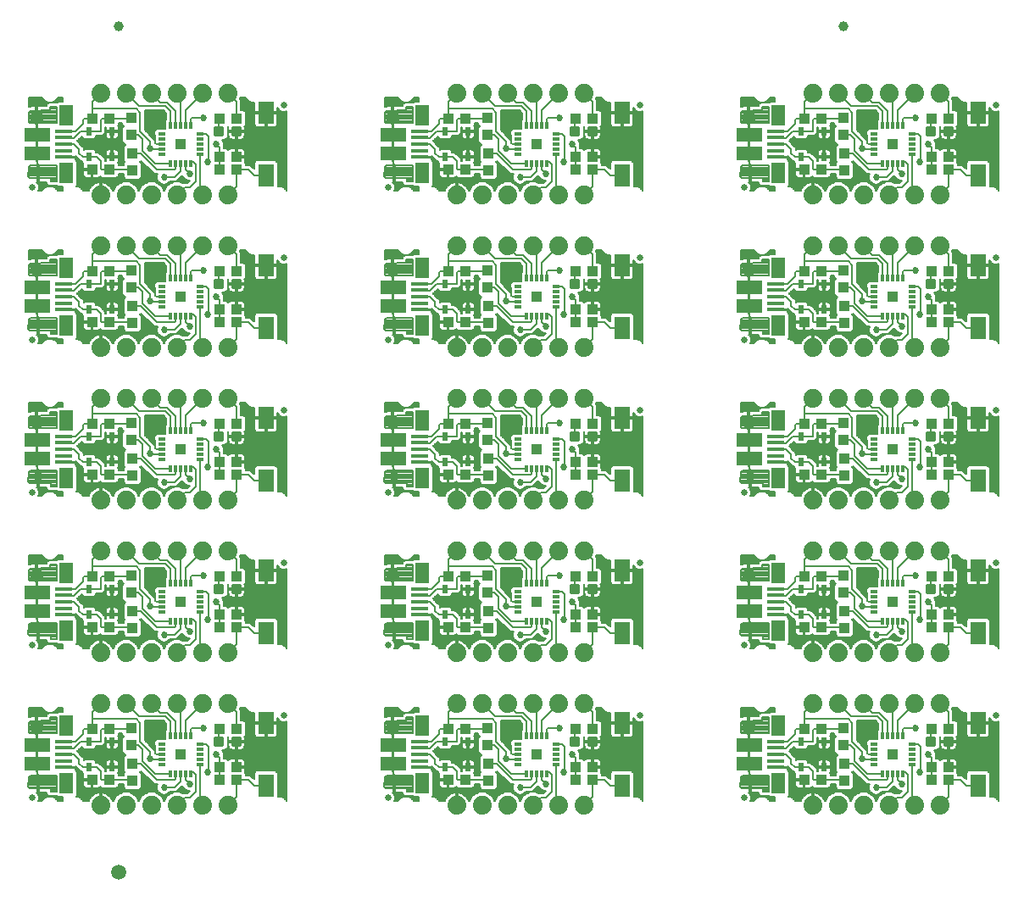
<source format=gtl>
G75*
%MOIN*%
%OFA0B0*%
%FSLAX25Y25*%
%IPPOS*%
%LPD*%
%AMOC8*
5,1,8,0,0,1.08239X$1,22.5*
%
%ADD10R,0.04331X0.03937*%
%ADD11R,0.02480X0.03268*%
%ADD12C,0.01181*%
%ADD13R,0.06890X0.01575*%
%ADD14R,0.05748X0.07874*%
%ADD15R,0.09843X0.05610*%
%ADD16C,0.03937*%
%ADD17C,0.04331*%
%ADD18C,0.00800*%
%ADD19C,0.07400*%
%ADD20R,0.03937X0.04331*%
%ADD21R,0.06299X0.09055*%
%ADD22R,0.03937X0.03937*%
%ADD23R,0.02559X0.01181*%
%ADD24R,0.01181X0.02559*%
%ADD25C,0.02500*%
%ADD26C,0.05906*%
%ADD27C,0.00600*%
%ADD28C,0.02700*%
D10*
X0071154Y0087000D03*
X0077846Y0087000D03*
X0077846Y0107000D03*
X0071154Y0107000D03*
X0071154Y0147000D03*
X0077846Y0147000D03*
X0077846Y0167000D03*
X0071154Y0167000D03*
X0071154Y0207000D03*
X0077846Y0207000D03*
X0077846Y0227000D03*
X0071154Y0227000D03*
X0071154Y0267000D03*
X0077846Y0267000D03*
X0077846Y0287000D03*
X0071154Y0287000D03*
X0071154Y0327000D03*
X0077846Y0327000D03*
X0077846Y0347000D03*
X0071154Y0347000D03*
X0121154Y0347000D03*
X0127846Y0347000D03*
X0127846Y0332000D03*
X0127846Y0327000D03*
X0121154Y0327000D03*
X0121154Y0332000D03*
X0121154Y0287000D03*
X0127846Y0287000D03*
X0127846Y0272000D03*
X0127846Y0267000D03*
X0121154Y0267000D03*
X0121154Y0272000D03*
X0121154Y0227000D03*
X0127846Y0227000D03*
X0127846Y0212000D03*
X0127846Y0207000D03*
X0121154Y0207000D03*
X0121154Y0212000D03*
X0121154Y0167000D03*
X0127846Y0167000D03*
X0127846Y0152000D03*
X0127846Y0147000D03*
X0121154Y0147000D03*
X0121154Y0152000D03*
X0121154Y0107000D03*
X0127846Y0107000D03*
X0127846Y0092000D03*
X0127846Y0087000D03*
X0121154Y0087000D03*
X0121154Y0092000D03*
X0211154Y0087000D03*
X0217846Y0087000D03*
X0217846Y0107000D03*
X0211154Y0107000D03*
X0211154Y0147000D03*
X0217846Y0147000D03*
X0217846Y0167000D03*
X0211154Y0167000D03*
X0211154Y0207000D03*
X0217846Y0207000D03*
X0217846Y0227000D03*
X0211154Y0227000D03*
X0211154Y0267000D03*
X0217846Y0267000D03*
X0217846Y0287000D03*
X0211154Y0287000D03*
X0211154Y0327000D03*
X0217846Y0327000D03*
X0217846Y0347000D03*
X0211154Y0347000D03*
X0261154Y0347000D03*
X0267846Y0347000D03*
X0267846Y0332000D03*
X0267846Y0327000D03*
X0261154Y0327000D03*
X0261154Y0332000D03*
X0261154Y0287000D03*
X0267846Y0287000D03*
X0267846Y0272000D03*
X0267846Y0267000D03*
X0261154Y0267000D03*
X0261154Y0272000D03*
X0261154Y0227000D03*
X0267846Y0227000D03*
X0267846Y0212000D03*
X0267846Y0207000D03*
X0261154Y0207000D03*
X0261154Y0212000D03*
X0261154Y0167000D03*
X0267846Y0167000D03*
X0267846Y0152000D03*
X0267846Y0147000D03*
X0261154Y0147000D03*
X0261154Y0152000D03*
X0261154Y0107000D03*
X0267846Y0107000D03*
X0267846Y0092000D03*
X0267846Y0087000D03*
X0261154Y0087000D03*
X0261154Y0092000D03*
X0351154Y0087000D03*
X0357846Y0087000D03*
X0357846Y0107000D03*
X0351154Y0107000D03*
X0351154Y0147000D03*
X0357846Y0147000D03*
X0357846Y0167000D03*
X0351154Y0167000D03*
X0351154Y0207000D03*
X0357846Y0207000D03*
X0357846Y0227000D03*
X0351154Y0227000D03*
X0351154Y0267000D03*
X0357846Y0267000D03*
X0357846Y0287000D03*
X0351154Y0287000D03*
X0351154Y0327000D03*
X0357846Y0327000D03*
X0357846Y0347000D03*
X0351154Y0347000D03*
X0401154Y0347000D03*
X0407846Y0347000D03*
X0407846Y0332000D03*
X0407846Y0327000D03*
X0401154Y0327000D03*
X0401154Y0332000D03*
X0401154Y0287000D03*
X0407846Y0287000D03*
X0407846Y0272000D03*
X0407846Y0267000D03*
X0401154Y0267000D03*
X0401154Y0272000D03*
X0401154Y0227000D03*
X0407846Y0227000D03*
X0407846Y0212000D03*
X0407846Y0207000D03*
X0401154Y0207000D03*
X0401154Y0212000D03*
X0401154Y0167000D03*
X0407846Y0167000D03*
X0407846Y0152000D03*
X0407846Y0147000D03*
X0401154Y0147000D03*
X0401154Y0152000D03*
X0401154Y0107000D03*
X0407846Y0107000D03*
X0407846Y0092000D03*
X0407846Y0087000D03*
X0401154Y0087000D03*
X0401154Y0092000D03*
D11*
X0359028Y0092000D03*
X0349972Y0092000D03*
X0349972Y0102000D03*
X0359028Y0102000D03*
X0359028Y0152000D03*
X0349972Y0152000D03*
X0349972Y0162000D03*
X0359028Y0162000D03*
X0359028Y0212000D03*
X0349972Y0212000D03*
X0349972Y0222000D03*
X0359028Y0222000D03*
X0359028Y0272000D03*
X0349972Y0272000D03*
X0349972Y0282000D03*
X0359028Y0282000D03*
X0359028Y0332000D03*
X0349972Y0332000D03*
X0349972Y0342000D03*
X0359028Y0342000D03*
X0219028Y0342000D03*
X0209972Y0342000D03*
X0209972Y0332000D03*
X0219028Y0332000D03*
X0219028Y0282000D03*
X0209972Y0282000D03*
X0209972Y0272000D03*
X0219028Y0272000D03*
X0219028Y0222000D03*
X0209972Y0222000D03*
X0209972Y0212000D03*
X0219028Y0212000D03*
X0219028Y0162000D03*
X0209972Y0162000D03*
X0209972Y0152000D03*
X0219028Y0152000D03*
X0219028Y0102000D03*
X0209972Y0102000D03*
X0209972Y0092000D03*
X0219028Y0092000D03*
X0079028Y0092000D03*
X0069972Y0092000D03*
X0069972Y0102000D03*
X0079028Y0102000D03*
X0079028Y0152000D03*
X0069972Y0152000D03*
X0069972Y0162000D03*
X0079028Y0162000D03*
X0079028Y0212000D03*
X0069972Y0212000D03*
X0069972Y0222000D03*
X0079028Y0222000D03*
X0079028Y0272000D03*
X0069972Y0272000D03*
X0069972Y0282000D03*
X0079028Y0282000D03*
X0079028Y0332000D03*
X0069972Y0332000D03*
X0069972Y0342000D03*
X0079028Y0342000D03*
D12*
X0119669Y0340622D02*
X0119669Y0343378D01*
X0122425Y0343378D01*
X0122425Y0340622D01*
X0119669Y0340622D01*
X0119669Y0341802D02*
X0122425Y0341802D01*
X0122425Y0342982D02*
X0119669Y0342982D01*
X0126575Y0343378D02*
X0126575Y0340622D01*
X0126575Y0343378D02*
X0129331Y0343378D01*
X0129331Y0340622D01*
X0126575Y0340622D01*
X0126575Y0341802D02*
X0129331Y0341802D01*
X0129331Y0342982D02*
X0126575Y0342982D01*
X0126575Y0283378D02*
X0126575Y0280622D01*
X0126575Y0283378D02*
X0129331Y0283378D01*
X0129331Y0280622D01*
X0126575Y0280622D01*
X0126575Y0281802D02*
X0129331Y0281802D01*
X0129331Y0282982D02*
X0126575Y0282982D01*
X0119669Y0283378D02*
X0119669Y0280622D01*
X0119669Y0283378D02*
X0122425Y0283378D01*
X0122425Y0280622D01*
X0119669Y0280622D01*
X0119669Y0281802D02*
X0122425Y0281802D01*
X0122425Y0282982D02*
X0119669Y0282982D01*
X0119669Y0223378D02*
X0119669Y0220622D01*
X0119669Y0223378D02*
X0122425Y0223378D01*
X0122425Y0220622D01*
X0119669Y0220622D01*
X0119669Y0221802D02*
X0122425Y0221802D01*
X0122425Y0222982D02*
X0119669Y0222982D01*
X0126575Y0223378D02*
X0126575Y0220622D01*
X0126575Y0223378D02*
X0129331Y0223378D01*
X0129331Y0220622D01*
X0126575Y0220622D01*
X0126575Y0221802D02*
X0129331Y0221802D01*
X0129331Y0222982D02*
X0126575Y0222982D01*
X0126575Y0163378D02*
X0126575Y0160622D01*
X0126575Y0163378D02*
X0129331Y0163378D01*
X0129331Y0160622D01*
X0126575Y0160622D01*
X0126575Y0161802D02*
X0129331Y0161802D01*
X0129331Y0162982D02*
X0126575Y0162982D01*
X0119669Y0163378D02*
X0119669Y0160622D01*
X0119669Y0163378D02*
X0122425Y0163378D01*
X0122425Y0160622D01*
X0119669Y0160622D01*
X0119669Y0161802D02*
X0122425Y0161802D01*
X0122425Y0162982D02*
X0119669Y0162982D01*
X0119669Y0103378D02*
X0119669Y0100622D01*
X0119669Y0103378D02*
X0122425Y0103378D01*
X0122425Y0100622D01*
X0119669Y0100622D01*
X0119669Y0101802D02*
X0122425Y0101802D01*
X0122425Y0102982D02*
X0119669Y0102982D01*
X0126575Y0103378D02*
X0126575Y0100622D01*
X0126575Y0103378D02*
X0129331Y0103378D01*
X0129331Y0100622D01*
X0126575Y0100622D01*
X0126575Y0101802D02*
X0129331Y0101802D01*
X0129331Y0102982D02*
X0126575Y0102982D01*
X0259669Y0103378D02*
X0259669Y0100622D01*
X0259669Y0103378D02*
X0262425Y0103378D01*
X0262425Y0100622D01*
X0259669Y0100622D01*
X0259669Y0101802D02*
X0262425Y0101802D01*
X0262425Y0102982D02*
X0259669Y0102982D01*
X0266575Y0103378D02*
X0266575Y0100622D01*
X0266575Y0103378D02*
X0269331Y0103378D01*
X0269331Y0100622D01*
X0266575Y0100622D01*
X0266575Y0101802D02*
X0269331Y0101802D01*
X0269331Y0102982D02*
X0266575Y0102982D01*
X0266575Y0160622D02*
X0266575Y0163378D01*
X0269331Y0163378D01*
X0269331Y0160622D01*
X0266575Y0160622D01*
X0266575Y0161802D02*
X0269331Y0161802D01*
X0269331Y0162982D02*
X0266575Y0162982D01*
X0259669Y0163378D02*
X0259669Y0160622D01*
X0259669Y0163378D02*
X0262425Y0163378D01*
X0262425Y0160622D01*
X0259669Y0160622D01*
X0259669Y0161802D02*
X0262425Y0161802D01*
X0262425Y0162982D02*
X0259669Y0162982D01*
X0259669Y0220622D02*
X0259669Y0223378D01*
X0262425Y0223378D01*
X0262425Y0220622D01*
X0259669Y0220622D01*
X0259669Y0221802D02*
X0262425Y0221802D01*
X0262425Y0222982D02*
X0259669Y0222982D01*
X0266575Y0223378D02*
X0266575Y0220622D01*
X0266575Y0223378D02*
X0269331Y0223378D01*
X0269331Y0220622D01*
X0266575Y0220622D01*
X0266575Y0221802D02*
X0269331Y0221802D01*
X0269331Y0222982D02*
X0266575Y0222982D01*
X0266575Y0280622D02*
X0266575Y0283378D01*
X0269331Y0283378D01*
X0269331Y0280622D01*
X0266575Y0280622D01*
X0266575Y0281802D02*
X0269331Y0281802D01*
X0269331Y0282982D02*
X0266575Y0282982D01*
X0259669Y0283378D02*
X0259669Y0280622D01*
X0259669Y0283378D02*
X0262425Y0283378D01*
X0262425Y0280622D01*
X0259669Y0280622D01*
X0259669Y0281802D02*
X0262425Y0281802D01*
X0262425Y0282982D02*
X0259669Y0282982D01*
X0259669Y0340622D02*
X0259669Y0343378D01*
X0262425Y0343378D01*
X0262425Y0340622D01*
X0259669Y0340622D01*
X0259669Y0341802D02*
X0262425Y0341802D01*
X0262425Y0342982D02*
X0259669Y0342982D01*
X0266575Y0343378D02*
X0266575Y0340622D01*
X0266575Y0343378D02*
X0269331Y0343378D01*
X0269331Y0340622D01*
X0266575Y0340622D01*
X0266575Y0341802D02*
X0269331Y0341802D01*
X0269331Y0342982D02*
X0266575Y0342982D01*
X0399669Y0343378D02*
X0399669Y0340622D01*
X0399669Y0343378D02*
X0402425Y0343378D01*
X0402425Y0340622D01*
X0399669Y0340622D01*
X0399669Y0341802D02*
X0402425Y0341802D01*
X0402425Y0342982D02*
X0399669Y0342982D01*
X0406575Y0343378D02*
X0406575Y0340622D01*
X0406575Y0343378D02*
X0409331Y0343378D01*
X0409331Y0340622D01*
X0406575Y0340622D01*
X0406575Y0341802D02*
X0409331Y0341802D01*
X0409331Y0342982D02*
X0406575Y0342982D01*
X0406575Y0283378D02*
X0406575Y0280622D01*
X0406575Y0283378D02*
X0409331Y0283378D01*
X0409331Y0280622D01*
X0406575Y0280622D01*
X0406575Y0281802D02*
X0409331Y0281802D01*
X0409331Y0282982D02*
X0406575Y0282982D01*
X0399669Y0283378D02*
X0399669Y0280622D01*
X0399669Y0283378D02*
X0402425Y0283378D01*
X0402425Y0280622D01*
X0399669Y0280622D01*
X0399669Y0281802D02*
X0402425Y0281802D01*
X0402425Y0282982D02*
X0399669Y0282982D01*
X0399669Y0223378D02*
X0399669Y0220622D01*
X0399669Y0223378D02*
X0402425Y0223378D01*
X0402425Y0220622D01*
X0399669Y0220622D01*
X0399669Y0221802D02*
X0402425Y0221802D01*
X0402425Y0222982D02*
X0399669Y0222982D01*
X0406575Y0223378D02*
X0406575Y0220622D01*
X0406575Y0223378D02*
X0409331Y0223378D01*
X0409331Y0220622D01*
X0406575Y0220622D01*
X0406575Y0221802D02*
X0409331Y0221802D01*
X0409331Y0222982D02*
X0406575Y0222982D01*
X0406575Y0163378D02*
X0406575Y0160622D01*
X0406575Y0163378D02*
X0409331Y0163378D01*
X0409331Y0160622D01*
X0406575Y0160622D01*
X0406575Y0161802D02*
X0409331Y0161802D01*
X0409331Y0162982D02*
X0406575Y0162982D01*
X0399669Y0163378D02*
X0399669Y0160622D01*
X0399669Y0163378D02*
X0402425Y0163378D01*
X0402425Y0160622D01*
X0399669Y0160622D01*
X0399669Y0161802D02*
X0402425Y0161802D01*
X0402425Y0162982D02*
X0399669Y0162982D01*
X0399669Y0103378D02*
X0399669Y0100622D01*
X0399669Y0103378D02*
X0402425Y0103378D01*
X0402425Y0100622D01*
X0399669Y0100622D01*
X0399669Y0101802D02*
X0402425Y0101802D01*
X0402425Y0102982D02*
X0399669Y0102982D01*
X0406575Y0103378D02*
X0406575Y0100622D01*
X0406575Y0103378D02*
X0409331Y0103378D01*
X0409331Y0100622D01*
X0406575Y0100622D01*
X0406575Y0101802D02*
X0409331Y0101802D01*
X0409331Y0102982D02*
X0406575Y0102982D01*
D13*
X0340000Y0102118D03*
X0340000Y0099559D03*
X0340000Y0097000D03*
X0340000Y0094441D03*
X0340000Y0091882D03*
X0340000Y0151882D03*
X0340000Y0154441D03*
X0340000Y0157000D03*
X0340000Y0159559D03*
X0340000Y0162118D03*
X0340000Y0211882D03*
X0340000Y0214441D03*
X0340000Y0217000D03*
X0340000Y0219559D03*
X0340000Y0222118D03*
X0340000Y0271882D03*
X0340000Y0274441D03*
X0340000Y0277000D03*
X0340000Y0279559D03*
X0340000Y0282118D03*
X0340000Y0331882D03*
X0340000Y0334441D03*
X0340000Y0337000D03*
X0340000Y0339559D03*
X0340000Y0342118D03*
X0200000Y0342118D03*
X0200000Y0339559D03*
X0200000Y0337000D03*
X0200000Y0334441D03*
X0200000Y0331882D03*
X0200000Y0282118D03*
X0200000Y0279559D03*
X0200000Y0277000D03*
X0200000Y0274441D03*
X0200000Y0271882D03*
X0200000Y0222118D03*
X0200000Y0219559D03*
X0200000Y0217000D03*
X0200000Y0214441D03*
X0200000Y0211882D03*
X0200000Y0162118D03*
X0200000Y0159559D03*
X0200000Y0157000D03*
X0200000Y0154441D03*
X0200000Y0151882D03*
X0200000Y0102118D03*
X0200000Y0099559D03*
X0200000Y0097000D03*
X0200000Y0094441D03*
X0200000Y0091882D03*
X0060000Y0091882D03*
X0060000Y0094441D03*
X0060000Y0097000D03*
X0060000Y0099559D03*
X0060000Y0102118D03*
X0060000Y0151882D03*
X0060000Y0154441D03*
X0060000Y0157000D03*
X0060000Y0159559D03*
X0060000Y0162118D03*
X0060000Y0211882D03*
X0060000Y0214441D03*
X0060000Y0217000D03*
X0060000Y0219559D03*
X0060000Y0222118D03*
X0060000Y0271882D03*
X0060000Y0274441D03*
X0060000Y0277000D03*
X0060000Y0279559D03*
X0060000Y0282118D03*
X0060000Y0331882D03*
X0060000Y0334441D03*
X0060000Y0337000D03*
X0060000Y0339559D03*
X0060000Y0342118D03*
D14*
X0061083Y0348417D03*
X0061083Y0325583D03*
X0061083Y0288417D03*
X0061083Y0265583D03*
X0061083Y0228417D03*
X0061083Y0205583D03*
X0061083Y0168417D03*
X0061083Y0145583D03*
X0061083Y0108417D03*
X0061083Y0085583D03*
X0201083Y0085583D03*
X0201083Y0108417D03*
X0201083Y0145583D03*
X0201083Y0168417D03*
X0201083Y0205583D03*
X0201083Y0228417D03*
X0201083Y0265583D03*
X0201083Y0288417D03*
X0201083Y0325583D03*
X0201083Y0348417D03*
X0341083Y0348417D03*
X0341083Y0325583D03*
X0341083Y0288417D03*
X0341083Y0265583D03*
X0341083Y0228417D03*
X0341083Y0205583D03*
X0341083Y0168417D03*
X0341083Y0145583D03*
X0341083Y0108417D03*
X0341083Y0085583D03*
D15*
X0329469Y0093211D03*
X0329469Y0100789D03*
X0329469Y0153211D03*
X0329469Y0160789D03*
X0329469Y0213211D03*
X0329469Y0220789D03*
X0329469Y0273211D03*
X0329469Y0280789D03*
X0329469Y0333211D03*
X0329469Y0340789D03*
X0189469Y0340789D03*
X0189469Y0333211D03*
X0189469Y0280789D03*
X0189469Y0273211D03*
X0189469Y0220789D03*
X0189469Y0213211D03*
X0189469Y0160789D03*
X0189469Y0153211D03*
X0189469Y0100789D03*
X0189469Y0093211D03*
X0049469Y0093211D03*
X0049469Y0100789D03*
X0049469Y0153211D03*
X0049469Y0160789D03*
X0049469Y0213211D03*
X0049469Y0220789D03*
X0049469Y0273211D03*
X0049469Y0280789D03*
X0049469Y0333211D03*
X0049469Y0340789D03*
D16*
X0049862Y0326370D03*
X0081500Y0383250D03*
X0189862Y0326370D03*
X0189862Y0266370D03*
X0189862Y0206370D03*
X0189862Y0146370D03*
X0189862Y0086370D03*
X0049862Y0086370D03*
X0049862Y0146370D03*
X0049862Y0206370D03*
X0049862Y0266370D03*
X0329862Y0266370D03*
X0329862Y0206370D03*
X0329862Y0146370D03*
X0329862Y0086370D03*
X0329862Y0326370D03*
X0366500Y0383250D03*
D17*
X0330036Y0347754D02*
X0328460Y0347754D01*
X0328460Y0347754D01*
X0330036Y0347754D01*
X0330036Y0347754D01*
X0330036Y0287754D02*
X0328460Y0287754D01*
X0328460Y0287754D01*
X0330036Y0287754D01*
X0330036Y0287754D01*
X0330036Y0227754D02*
X0328460Y0227754D01*
X0328460Y0227754D01*
X0330036Y0227754D01*
X0330036Y0227754D01*
X0330036Y0167754D02*
X0328460Y0167754D01*
X0328460Y0167754D01*
X0330036Y0167754D01*
X0330036Y0167754D01*
X0330036Y0107754D02*
X0328460Y0107754D01*
X0328460Y0107754D01*
X0330036Y0107754D01*
X0330036Y0107754D01*
X0190036Y0107754D02*
X0188460Y0107754D01*
X0188460Y0107754D01*
X0190036Y0107754D01*
X0190036Y0107754D01*
X0190036Y0167754D02*
X0188460Y0167754D01*
X0188460Y0167754D01*
X0190036Y0167754D01*
X0190036Y0167754D01*
X0190036Y0227754D02*
X0188460Y0227754D01*
X0188460Y0227754D01*
X0190036Y0227754D01*
X0190036Y0227754D01*
X0190036Y0287754D02*
X0188460Y0287754D01*
X0188460Y0287754D01*
X0190036Y0287754D01*
X0190036Y0287754D01*
X0190036Y0347754D02*
X0188460Y0347754D01*
X0188460Y0347754D01*
X0190036Y0347754D01*
X0190036Y0347754D01*
X0050036Y0347754D02*
X0048460Y0347754D01*
X0048460Y0347754D01*
X0050036Y0347754D01*
X0050036Y0347754D01*
X0050036Y0287754D02*
X0048460Y0287754D01*
X0048460Y0287754D01*
X0050036Y0287754D01*
X0050036Y0287754D01*
X0050036Y0227754D02*
X0048460Y0227754D01*
X0048460Y0227754D01*
X0050036Y0227754D01*
X0050036Y0227754D01*
X0050036Y0167754D02*
X0048460Y0167754D01*
X0048460Y0167754D01*
X0050036Y0167754D01*
X0050036Y0167754D01*
X0050036Y0107754D02*
X0048460Y0107754D01*
X0048460Y0107754D01*
X0050036Y0107754D01*
X0050036Y0107754D01*
D18*
X0047343Y0110189D02*
X0047041Y0110106D01*
X0046766Y0109959D01*
X0046531Y0109753D01*
X0046347Y0109501D01*
X0046224Y0109214D01*
X0046167Y0108907D01*
X0046181Y0108594D01*
X0046181Y0106232D01*
X0046237Y0105965D01*
X0046360Y0105721D01*
X0046542Y0105518D01*
X0046771Y0105368D01*
X0047030Y0105283D01*
X0047303Y0105268D01*
X0057303Y0105248D01*
X0057303Y0111665D01*
X0054783Y0111685D01*
X0054783Y0110209D01*
X0047343Y0110189D01*
X0046520Y0109739D02*
X0057303Y0109739D01*
X0057303Y0110537D02*
X0054783Y0110537D01*
X0054783Y0111336D02*
X0057303Y0111336D01*
X0057303Y0108940D02*
X0046174Y0108940D01*
X0046181Y0108142D02*
X0057303Y0108142D01*
X0057303Y0107343D02*
X0046181Y0107343D01*
X0046181Y0106545D02*
X0057303Y0106545D01*
X0057303Y0105746D02*
X0046347Y0105746D01*
X0047028Y0088587D02*
X0057303Y0088587D01*
X0057303Y0082362D01*
X0054803Y0082362D01*
X0054803Y0083850D01*
X0046594Y0083850D01*
X0046438Y0083888D01*
X0046301Y0083971D01*
X0046197Y0084093D01*
X0046135Y0084241D01*
X0046122Y0084402D01*
X0046220Y0087807D01*
X0046251Y0088012D01*
X0046334Y0088202D01*
X0046463Y0088364D01*
X0046629Y0088487D01*
X0046822Y0088563D01*
X0047028Y0088587D01*
X0046324Y0088179D02*
X0057303Y0088179D01*
X0057303Y0087381D02*
X0046208Y0087381D01*
X0046185Y0086582D02*
X0057303Y0086582D01*
X0057303Y0085784D02*
X0046162Y0085784D01*
X0046139Y0084985D02*
X0057303Y0084985D01*
X0057303Y0084187D02*
X0046158Y0084187D01*
X0054803Y0083388D02*
X0057303Y0083388D01*
X0057303Y0082590D02*
X0054803Y0082590D01*
X0054803Y0142362D02*
X0054803Y0143850D01*
X0046594Y0143850D01*
X0046438Y0143888D01*
X0046301Y0143971D01*
X0046197Y0144093D01*
X0046135Y0144241D01*
X0046122Y0144402D01*
X0046220Y0147807D01*
X0046251Y0148012D01*
X0046334Y0148202D01*
X0046463Y0148364D01*
X0046629Y0148487D01*
X0046822Y0148563D01*
X0047028Y0148587D01*
X0057303Y0148587D01*
X0057303Y0142362D01*
X0054803Y0142362D01*
X0054803Y0142478D02*
X0057303Y0142478D01*
X0057303Y0143276D02*
X0054803Y0143276D01*
X0057303Y0144075D02*
X0046212Y0144075D01*
X0046136Y0144873D02*
X0057303Y0144873D01*
X0057303Y0145672D02*
X0046159Y0145672D01*
X0046182Y0146470D02*
X0057303Y0146470D01*
X0057303Y0147269D02*
X0046205Y0147269D01*
X0046275Y0148068D02*
X0057303Y0148068D01*
X0057303Y0165248D02*
X0047303Y0165268D01*
X0047030Y0165283D01*
X0046771Y0165368D01*
X0046542Y0165518D01*
X0046360Y0165721D01*
X0046237Y0165965D01*
X0046181Y0166232D01*
X0046181Y0168594D01*
X0046167Y0168907D01*
X0046224Y0169214D01*
X0046347Y0169501D01*
X0046531Y0169753D01*
X0046766Y0169959D01*
X0047041Y0170106D01*
X0047343Y0170189D01*
X0054783Y0170209D01*
X0054783Y0171685D01*
X0057303Y0171665D01*
X0057303Y0165248D01*
X0057303Y0165635D02*
X0046438Y0165635D01*
X0046181Y0166433D02*
X0057303Y0166433D01*
X0057303Y0167232D02*
X0046181Y0167232D01*
X0046181Y0168030D02*
X0057303Y0168030D01*
X0057303Y0168829D02*
X0046171Y0168829D01*
X0046439Y0169627D02*
X0057303Y0169627D01*
X0057303Y0170426D02*
X0054783Y0170426D01*
X0054783Y0171224D02*
X0057303Y0171224D01*
X0057303Y0202362D02*
X0054803Y0202362D01*
X0054803Y0203850D01*
X0046594Y0203850D01*
X0046438Y0203888D01*
X0046301Y0203971D01*
X0046197Y0204093D01*
X0046135Y0204241D01*
X0046122Y0204402D01*
X0046220Y0207807D01*
X0046251Y0208012D01*
X0046334Y0208202D01*
X0046463Y0208364D01*
X0046629Y0208487D01*
X0046822Y0208563D01*
X0047028Y0208587D01*
X0057303Y0208587D01*
X0057303Y0202362D01*
X0057303Y0202366D02*
X0054803Y0202366D01*
X0054803Y0203165D02*
X0057303Y0203165D01*
X0057303Y0203963D02*
X0046314Y0203963D01*
X0046132Y0204762D02*
X0057303Y0204762D01*
X0057303Y0205560D02*
X0046156Y0205560D01*
X0046179Y0206359D02*
X0057303Y0206359D01*
X0057303Y0207157D02*
X0046202Y0207157D01*
X0046243Y0207956D02*
X0057303Y0207956D01*
X0057303Y0225248D02*
X0047303Y0225268D01*
X0047030Y0225283D01*
X0046771Y0225368D01*
X0046542Y0225518D01*
X0046360Y0225721D01*
X0046237Y0225965D01*
X0046181Y0226232D01*
X0046181Y0228594D01*
X0046167Y0228907D01*
X0046224Y0229214D01*
X0046347Y0229501D01*
X0046531Y0229753D01*
X0046766Y0229959D01*
X0047041Y0230106D01*
X0047343Y0230189D01*
X0054783Y0230209D01*
X0054783Y0231685D01*
X0057303Y0231665D01*
X0057303Y0225248D01*
X0057303Y0225523D02*
X0046537Y0225523D01*
X0046181Y0226322D02*
X0057303Y0226322D01*
X0057303Y0227120D02*
X0046181Y0227120D01*
X0046181Y0227919D02*
X0057303Y0227919D01*
X0057303Y0228717D02*
X0046176Y0228717D01*
X0046357Y0229516D02*
X0057303Y0229516D01*
X0057303Y0230314D02*
X0054783Y0230314D01*
X0054783Y0231113D02*
X0057303Y0231113D01*
X0057303Y0262362D02*
X0054803Y0262362D01*
X0054803Y0263850D01*
X0046594Y0263850D01*
X0046438Y0263888D01*
X0046301Y0263971D01*
X0046197Y0264093D01*
X0046135Y0264241D01*
X0046122Y0264402D01*
X0046220Y0267807D01*
X0046251Y0268012D01*
X0046334Y0268202D01*
X0046463Y0268364D01*
X0046629Y0268487D01*
X0046822Y0268563D01*
X0047028Y0268587D01*
X0057303Y0268587D01*
X0057303Y0262362D01*
X0057303Y0263053D02*
X0054803Y0263053D01*
X0057303Y0263852D02*
X0046589Y0263852D01*
X0046129Y0264650D02*
X0057303Y0264650D01*
X0057303Y0265449D02*
X0046152Y0265449D01*
X0046175Y0266247D02*
X0057303Y0266247D01*
X0057303Y0267046D02*
X0046198Y0267046D01*
X0046226Y0267844D02*
X0057303Y0267844D01*
X0057303Y0285248D02*
X0047303Y0285268D01*
X0047030Y0285283D01*
X0046771Y0285368D01*
X0046542Y0285518D01*
X0046360Y0285721D01*
X0046237Y0285965D01*
X0046181Y0286232D01*
X0046181Y0288594D01*
X0046167Y0288907D01*
X0046224Y0289214D01*
X0046347Y0289501D01*
X0046531Y0289753D01*
X0046766Y0289959D01*
X0047041Y0290106D01*
X0047343Y0290189D01*
X0054783Y0290209D01*
X0054783Y0291685D01*
X0057303Y0291665D01*
X0057303Y0285248D01*
X0057303Y0285411D02*
X0046705Y0285411D01*
X0046186Y0286210D02*
X0057303Y0286210D01*
X0057303Y0287008D02*
X0046181Y0287008D01*
X0046181Y0287807D02*
X0057303Y0287807D01*
X0057303Y0288605D02*
X0046181Y0288605D01*
X0046305Y0289404D02*
X0057303Y0289404D01*
X0057303Y0290203D02*
X0052463Y0290203D01*
X0054783Y0291001D02*
X0057303Y0291001D01*
X0057303Y0322362D02*
X0054803Y0322362D01*
X0054803Y0323850D01*
X0046594Y0323850D01*
X0046438Y0323888D01*
X0046301Y0323971D01*
X0046197Y0324093D01*
X0046135Y0324241D01*
X0046122Y0324402D01*
X0046220Y0327807D01*
X0046251Y0328012D01*
X0046334Y0328202D01*
X0046463Y0328364D01*
X0046629Y0328487D01*
X0046822Y0328563D01*
X0047028Y0328587D01*
X0057303Y0328587D01*
X0057303Y0322362D01*
X0057303Y0322941D02*
X0054803Y0322941D01*
X0054803Y0323740D02*
X0057303Y0323740D01*
X0057303Y0324539D02*
X0046126Y0324539D01*
X0046149Y0325337D02*
X0057303Y0325337D01*
X0057303Y0326136D02*
X0046172Y0326136D01*
X0046195Y0326934D02*
X0057303Y0326934D01*
X0057303Y0327733D02*
X0046218Y0327733D01*
X0046740Y0328531D02*
X0057303Y0328531D01*
X0057303Y0345248D02*
X0047303Y0345268D01*
X0047030Y0345283D01*
X0046771Y0345368D01*
X0046542Y0345518D01*
X0046360Y0345721D01*
X0046237Y0345965D01*
X0046181Y0346232D01*
X0046181Y0348594D01*
X0046167Y0348907D01*
X0046224Y0349214D01*
X0046347Y0349501D01*
X0046531Y0349753D01*
X0046766Y0349959D01*
X0047041Y0350106D01*
X0047343Y0350189D01*
X0054783Y0350209D01*
X0054783Y0351685D01*
X0057303Y0351665D01*
X0057303Y0345248D01*
X0057303Y0345300D02*
X0046979Y0345300D01*
X0046209Y0346098D02*
X0057303Y0346098D01*
X0057303Y0346897D02*
X0046181Y0346897D01*
X0046181Y0347695D02*
X0057303Y0347695D01*
X0057303Y0348494D02*
X0046181Y0348494D01*
X0046257Y0349292D02*
X0057303Y0349292D01*
X0057303Y0350091D02*
X0047013Y0350091D01*
X0054783Y0350889D02*
X0057303Y0350889D01*
X0186167Y0348907D02*
X0186181Y0348594D01*
X0186181Y0346232D01*
X0186237Y0345965D01*
X0186360Y0345721D01*
X0186542Y0345518D01*
X0186771Y0345368D01*
X0187030Y0345283D01*
X0187303Y0345268D01*
X0197303Y0345248D01*
X0197303Y0351665D01*
X0194783Y0351685D01*
X0194783Y0350209D01*
X0187343Y0350189D01*
X0187041Y0350106D01*
X0186766Y0349959D01*
X0186531Y0349753D01*
X0186347Y0349501D01*
X0186224Y0349214D01*
X0186167Y0348907D01*
X0186257Y0349292D02*
X0197303Y0349292D01*
X0197303Y0348494D02*
X0186181Y0348494D01*
X0186181Y0347695D02*
X0197303Y0347695D01*
X0197303Y0346897D02*
X0186181Y0346897D01*
X0186209Y0346098D02*
X0197303Y0346098D01*
X0197303Y0345300D02*
X0186979Y0345300D01*
X0187013Y0350091D02*
X0197303Y0350091D01*
X0197303Y0350889D02*
X0194783Y0350889D01*
X0197303Y0328587D02*
X0187028Y0328587D01*
X0186822Y0328563D01*
X0186629Y0328487D01*
X0186463Y0328364D01*
X0186334Y0328202D01*
X0186251Y0328012D01*
X0186220Y0327807D01*
X0186122Y0324402D01*
X0186135Y0324241D01*
X0186197Y0324093D01*
X0186301Y0323971D01*
X0186438Y0323888D01*
X0186594Y0323850D01*
X0194803Y0323850D01*
X0194803Y0322362D01*
X0197303Y0322362D01*
X0197303Y0328587D01*
X0197303Y0328531D02*
X0186740Y0328531D01*
X0186218Y0327733D02*
X0197303Y0327733D01*
X0197303Y0326934D02*
X0186195Y0326934D01*
X0186172Y0326136D02*
X0197303Y0326136D01*
X0197303Y0325337D02*
X0186149Y0325337D01*
X0186126Y0324539D02*
X0197303Y0324539D01*
X0197303Y0323740D02*
X0194803Y0323740D01*
X0194803Y0322941D02*
X0197303Y0322941D01*
X0197303Y0291665D02*
X0194783Y0291685D01*
X0194783Y0290209D01*
X0187343Y0290189D01*
X0187041Y0290106D01*
X0186766Y0289959D01*
X0186531Y0289753D01*
X0186347Y0289501D01*
X0186224Y0289214D01*
X0186167Y0288907D01*
X0186181Y0288594D01*
X0186181Y0286232D01*
X0186237Y0285965D01*
X0186360Y0285721D01*
X0186542Y0285518D01*
X0186771Y0285368D01*
X0187030Y0285283D01*
X0187303Y0285268D01*
X0197303Y0285248D01*
X0197303Y0291665D01*
X0197303Y0291001D02*
X0194783Y0291001D01*
X0192463Y0290203D02*
X0197303Y0290203D01*
X0197303Y0289404D02*
X0186305Y0289404D01*
X0186181Y0288605D02*
X0197303Y0288605D01*
X0197303Y0287807D02*
X0186181Y0287807D01*
X0186181Y0287008D02*
X0197303Y0287008D01*
X0197303Y0286210D02*
X0186186Y0286210D01*
X0186705Y0285411D02*
X0197303Y0285411D01*
X0197303Y0268587D02*
X0187028Y0268587D01*
X0186822Y0268563D01*
X0186629Y0268487D01*
X0186463Y0268364D01*
X0186334Y0268202D01*
X0186251Y0268012D01*
X0186220Y0267807D01*
X0186122Y0264402D01*
X0186135Y0264241D01*
X0186197Y0264093D01*
X0186301Y0263971D01*
X0186438Y0263888D01*
X0186594Y0263850D01*
X0194803Y0263850D01*
X0194803Y0262362D01*
X0197303Y0262362D01*
X0197303Y0268587D01*
X0197303Y0267844D02*
X0186226Y0267844D01*
X0186198Y0267046D02*
X0197303Y0267046D01*
X0197303Y0266247D02*
X0186175Y0266247D01*
X0186152Y0265449D02*
X0197303Y0265449D01*
X0197303Y0264650D02*
X0186129Y0264650D01*
X0186589Y0263852D02*
X0197303Y0263852D01*
X0197303Y0263053D02*
X0194803Y0263053D01*
X0194783Y0231685D02*
X0194783Y0230209D01*
X0187343Y0230189D01*
X0187041Y0230106D01*
X0186766Y0229959D01*
X0186531Y0229753D01*
X0186347Y0229501D01*
X0186224Y0229214D01*
X0186167Y0228907D01*
X0186181Y0228594D01*
X0186181Y0226232D01*
X0186237Y0225965D01*
X0186360Y0225721D01*
X0186542Y0225518D01*
X0186771Y0225368D01*
X0187030Y0225283D01*
X0187303Y0225268D01*
X0197303Y0225248D01*
X0197303Y0231665D01*
X0194783Y0231685D01*
X0194783Y0231113D02*
X0197303Y0231113D01*
X0197303Y0230314D02*
X0194783Y0230314D01*
X0197303Y0229516D02*
X0186357Y0229516D01*
X0186176Y0228717D02*
X0197303Y0228717D01*
X0197303Y0227919D02*
X0186181Y0227919D01*
X0186181Y0227120D02*
X0197303Y0227120D01*
X0197303Y0226322D02*
X0186181Y0226322D01*
X0186537Y0225523D02*
X0197303Y0225523D01*
X0197303Y0208587D02*
X0187028Y0208587D01*
X0186822Y0208563D01*
X0186629Y0208487D01*
X0186463Y0208364D01*
X0186334Y0208202D01*
X0186251Y0208012D01*
X0186220Y0207807D01*
X0186122Y0204402D01*
X0186135Y0204241D01*
X0186197Y0204093D01*
X0186301Y0203971D01*
X0186438Y0203888D01*
X0186594Y0203850D01*
X0194803Y0203850D01*
X0194803Y0202362D01*
X0197303Y0202362D01*
X0197303Y0208587D01*
X0197303Y0207956D02*
X0186243Y0207956D01*
X0186202Y0207157D02*
X0197303Y0207157D01*
X0197303Y0206359D02*
X0186179Y0206359D01*
X0186156Y0205560D02*
X0197303Y0205560D01*
X0197303Y0204762D02*
X0186132Y0204762D01*
X0186314Y0203963D02*
X0197303Y0203963D01*
X0197303Y0203165D02*
X0194803Y0203165D01*
X0194803Y0202366D02*
X0197303Y0202366D01*
X0197303Y0171665D02*
X0194783Y0171685D01*
X0194783Y0170209D01*
X0187343Y0170189D01*
X0187041Y0170106D01*
X0186766Y0169959D01*
X0186531Y0169753D01*
X0186347Y0169501D01*
X0186224Y0169214D01*
X0186167Y0168907D01*
X0186181Y0168594D01*
X0186181Y0166232D01*
X0186237Y0165965D01*
X0186360Y0165721D01*
X0186542Y0165518D01*
X0186771Y0165368D01*
X0187030Y0165283D01*
X0187303Y0165268D01*
X0197303Y0165248D01*
X0197303Y0171665D01*
X0197303Y0171224D02*
X0194783Y0171224D01*
X0194783Y0170426D02*
X0197303Y0170426D01*
X0197303Y0169627D02*
X0186439Y0169627D01*
X0186171Y0168829D02*
X0197303Y0168829D01*
X0197303Y0168030D02*
X0186181Y0168030D01*
X0186181Y0167232D02*
X0197303Y0167232D01*
X0197303Y0166433D02*
X0186181Y0166433D01*
X0186438Y0165635D02*
X0197303Y0165635D01*
X0197303Y0148587D02*
X0187028Y0148587D01*
X0186822Y0148563D01*
X0186629Y0148487D01*
X0186463Y0148364D01*
X0186334Y0148202D01*
X0186251Y0148012D01*
X0186220Y0147807D01*
X0186122Y0144402D01*
X0186135Y0144241D01*
X0186197Y0144093D01*
X0186301Y0143971D01*
X0186438Y0143888D01*
X0186594Y0143850D01*
X0194803Y0143850D01*
X0194803Y0142362D01*
X0197303Y0142362D01*
X0197303Y0148587D01*
X0197303Y0148068D02*
X0186275Y0148068D01*
X0186205Y0147269D02*
X0197303Y0147269D01*
X0197303Y0146470D02*
X0186182Y0146470D01*
X0186159Y0145672D02*
X0197303Y0145672D01*
X0197303Y0144873D02*
X0186136Y0144873D01*
X0186212Y0144075D02*
X0197303Y0144075D01*
X0197303Y0143276D02*
X0194803Y0143276D01*
X0194803Y0142478D02*
X0197303Y0142478D01*
X0197303Y0111665D02*
X0194783Y0111685D01*
X0194783Y0110209D01*
X0187343Y0110189D01*
X0187041Y0110106D01*
X0186766Y0109959D01*
X0186531Y0109753D01*
X0186347Y0109501D01*
X0186224Y0109214D01*
X0186167Y0108907D01*
X0186181Y0108594D01*
X0186181Y0106232D01*
X0186237Y0105965D01*
X0186360Y0105721D01*
X0186542Y0105518D01*
X0186771Y0105368D01*
X0187030Y0105283D01*
X0187303Y0105268D01*
X0197303Y0105248D01*
X0197303Y0111665D01*
X0197303Y0111336D02*
X0194783Y0111336D01*
X0194783Y0110537D02*
X0197303Y0110537D01*
X0197303Y0109739D02*
X0186520Y0109739D01*
X0186174Y0108940D02*
X0197303Y0108940D01*
X0197303Y0108142D02*
X0186181Y0108142D01*
X0186181Y0107343D02*
X0197303Y0107343D01*
X0197303Y0106545D02*
X0186181Y0106545D01*
X0186347Y0105746D02*
X0197303Y0105746D01*
X0197303Y0088587D02*
X0187028Y0088587D01*
X0186822Y0088563D01*
X0186629Y0088487D01*
X0186463Y0088364D01*
X0186334Y0088202D01*
X0186251Y0088012D01*
X0186220Y0087807D01*
X0186122Y0084402D01*
X0186135Y0084241D01*
X0186197Y0084093D01*
X0186301Y0083971D01*
X0186438Y0083888D01*
X0186594Y0083850D01*
X0194803Y0083850D01*
X0194803Y0082362D01*
X0197303Y0082362D01*
X0197303Y0088587D01*
X0197303Y0088179D02*
X0186324Y0088179D01*
X0186208Y0087381D02*
X0197303Y0087381D01*
X0197303Y0086582D02*
X0186185Y0086582D01*
X0186162Y0085784D02*
X0197303Y0085784D01*
X0197303Y0084985D02*
X0186139Y0084985D01*
X0186158Y0084187D02*
X0197303Y0084187D01*
X0197303Y0083388D02*
X0194803Y0083388D01*
X0194803Y0082590D02*
X0197303Y0082590D01*
X0326122Y0084402D02*
X0326220Y0087807D01*
X0326251Y0088012D01*
X0326334Y0088202D01*
X0326463Y0088364D01*
X0326629Y0088487D01*
X0326822Y0088563D01*
X0327028Y0088587D01*
X0337303Y0088587D01*
X0337303Y0082362D01*
X0334803Y0082362D01*
X0334803Y0083850D01*
X0326594Y0083850D01*
X0326438Y0083888D01*
X0326301Y0083971D01*
X0326197Y0084093D01*
X0326135Y0084241D01*
X0326122Y0084402D01*
X0326158Y0084187D02*
X0337303Y0084187D01*
X0337303Y0084985D02*
X0326139Y0084985D01*
X0326162Y0085784D02*
X0337303Y0085784D01*
X0337303Y0086582D02*
X0326185Y0086582D01*
X0326208Y0087381D02*
X0337303Y0087381D01*
X0337303Y0088179D02*
X0326324Y0088179D01*
X0334803Y0083388D02*
X0337303Y0083388D01*
X0337303Y0082590D02*
X0334803Y0082590D01*
X0337303Y0105248D02*
X0327303Y0105268D01*
X0327030Y0105283D01*
X0326771Y0105368D01*
X0326542Y0105518D01*
X0326360Y0105721D01*
X0326237Y0105965D01*
X0326181Y0106232D01*
X0326181Y0108594D01*
X0326167Y0108907D01*
X0326224Y0109214D01*
X0326347Y0109501D01*
X0326531Y0109753D01*
X0326766Y0109959D01*
X0327041Y0110106D01*
X0327343Y0110189D01*
X0334783Y0110209D01*
X0334783Y0111685D01*
X0337303Y0111665D01*
X0337303Y0105248D01*
X0337303Y0105746D02*
X0326347Y0105746D01*
X0326181Y0106545D02*
X0337303Y0106545D01*
X0337303Y0107343D02*
X0326181Y0107343D01*
X0326181Y0108142D02*
X0337303Y0108142D01*
X0337303Y0108940D02*
X0326174Y0108940D01*
X0326520Y0109739D02*
X0337303Y0109739D01*
X0337303Y0110537D02*
X0334783Y0110537D01*
X0334783Y0111336D02*
X0337303Y0111336D01*
X0337303Y0142362D02*
X0337303Y0148587D01*
X0327028Y0148587D01*
X0326822Y0148563D01*
X0326629Y0148487D01*
X0326463Y0148364D01*
X0326334Y0148202D01*
X0326251Y0148012D01*
X0326220Y0147807D01*
X0326122Y0144402D01*
X0326135Y0144241D01*
X0326197Y0144093D01*
X0326301Y0143971D01*
X0326438Y0143888D01*
X0326594Y0143850D01*
X0334803Y0143850D01*
X0334803Y0142362D01*
X0337303Y0142362D01*
X0337303Y0142478D02*
X0334803Y0142478D01*
X0334803Y0143276D02*
X0337303Y0143276D01*
X0337303Y0144075D02*
X0326212Y0144075D01*
X0326136Y0144873D02*
X0337303Y0144873D01*
X0337303Y0145672D02*
X0326159Y0145672D01*
X0326182Y0146470D02*
X0337303Y0146470D01*
X0337303Y0147269D02*
X0326205Y0147269D01*
X0326275Y0148068D02*
X0337303Y0148068D01*
X0337303Y0165248D02*
X0327303Y0165268D01*
X0327030Y0165283D01*
X0326771Y0165368D01*
X0326542Y0165518D01*
X0326360Y0165721D01*
X0326237Y0165965D01*
X0326181Y0166232D01*
X0326181Y0168594D01*
X0326167Y0168907D01*
X0326224Y0169214D01*
X0326347Y0169501D01*
X0326531Y0169753D01*
X0326766Y0169959D01*
X0327041Y0170106D01*
X0327343Y0170189D01*
X0334783Y0170209D01*
X0334783Y0171685D01*
X0337303Y0171665D01*
X0337303Y0165248D01*
X0337303Y0165635D02*
X0326438Y0165635D01*
X0326181Y0166433D02*
X0337303Y0166433D01*
X0337303Y0167232D02*
X0326181Y0167232D01*
X0326181Y0168030D02*
X0337303Y0168030D01*
X0337303Y0168829D02*
X0326171Y0168829D01*
X0326439Y0169627D02*
X0337303Y0169627D01*
X0337303Y0170426D02*
X0334783Y0170426D01*
X0334783Y0171224D02*
X0337303Y0171224D01*
X0337303Y0202362D02*
X0337303Y0208587D01*
X0327028Y0208587D01*
X0326822Y0208563D01*
X0326629Y0208487D01*
X0326463Y0208364D01*
X0326334Y0208202D01*
X0326251Y0208012D01*
X0326220Y0207807D01*
X0326122Y0204402D01*
X0326135Y0204241D01*
X0326197Y0204093D01*
X0326301Y0203971D01*
X0326438Y0203888D01*
X0326594Y0203850D01*
X0334803Y0203850D01*
X0334803Y0202362D01*
X0337303Y0202362D01*
X0337303Y0202366D02*
X0334803Y0202366D01*
X0334803Y0203165D02*
X0337303Y0203165D01*
X0337303Y0203963D02*
X0326314Y0203963D01*
X0326132Y0204762D02*
X0337303Y0204762D01*
X0337303Y0205560D02*
X0326156Y0205560D01*
X0326179Y0206359D02*
X0337303Y0206359D01*
X0337303Y0207157D02*
X0326202Y0207157D01*
X0326243Y0207956D02*
X0337303Y0207956D01*
X0337303Y0225248D02*
X0327303Y0225268D01*
X0327030Y0225283D01*
X0326771Y0225368D01*
X0326542Y0225518D01*
X0326360Y0225721D01*
X0326237Y0225965D01*
X0326181Y0226232D01*
X0326181Y0228594D01*
X0326167Y0228907D01*
X0326224Y0229214D01*
X0326347Y0229501D01*
X0326531Y0229753D01*
X0326766Y0229959D01*
X0327041Y0230106D01*
X0327343Y0230189D01*
X0334783Y0230209D01*
X0334783Y0231685D01*
X0337303Y0231665D01*
X0337303Y0225248D01*
X0337303Y0225523D02*
X0326537Y0225523D01*
X0326181Y0226322D02*
X0337303Y0226322D01*
X0337303Y0227120D02*
X0326181Y0227120D01*
X0326181Y0227919D02*
X0337303Y0227919D01*
X0337303Y0228717D02*
X0326176Y0228717D01*
X0326357Y0229516D02*
X0337303Y0229516D01*
X0337303Y0230314D02*
X0334783Y0230314D01*
X0334783Y0231113D02*
X0337303Y0231113D01*
X0337303Y0262362D02*
X0337303Y0268587D01*
X0327028Y0268587D01*
X0326822Y0268563D01*
X0326629Y0268487D01*
X0326463Y0268364D01*
X0326334Y0268202D01*
X0326251Y0268012D01*
X0326220Y0267807D01*
X0326122Y0264402D01*
X0326135Y0264241D01*
X0326197Y0264093D01*
X0326301Y0263971D01*
X0326438Y0263888D01*
X0326594Y0263850D01*
X0334803Y0263850D01*
X0334803Y0262362D01*
X0337303Y0262362D01*
X0337303Y0263053D02*
X0334803Y0263053D01*
X0337303Y0263852D02*
X0326589Y0263852D01*
X0326129Y0264650D02*
X0337303Y0264650D01*
X0337303Y0265449D02*
X0326152Y0265449D01*
X0326175Y0266247D02*
X0337303Y0266247D01*
X0337303Y0267046D02*
X0326198Y0267046D01*
X0326226Y0267844D02*
X0337303Y0267844D01*
X0337303Y0285248D02*
X0327303Y0285268D01*
X0327030Y0285283D01*
X0326771Y0285368D01*
X0326542Y0285518D01*
X0326360Y0285721D01*
X0326237Y0285965D01*
X0326181Y0286232D01*
X0326181Y0288594D01*
X0326167Y0288907D01*
X0326224Y0289214D01*
X0326347Y0289501D01*
X0326531Y0289753D01*
X0326766Y0289959D01*
X0327041Y0290106D01*
X0327343Y0290189D01*
X0334783Y0290209D01*
X0334783Y0291685D01*
X0337303Y0291665D01*
X0337303Y0285248D01*
X0337303Y0285411D02*
X0326705Y0285411D01*
X0326186Y0286210D02*
X0337303Y0286210D01*
X0337303Y0287008D02*
X0326181Y0287008D01*
X0326181Y0287807D02*
X0337303Y0287807D01*
X0337303Y0288605D02*
X0326181Y0288605D01*
X0326305Y0289404D02*
X0337303Y0289404D01*
X0337303Y0290203D02*
X0332463Y0290203D01*
X0334783Y0291001D02*
X0337303Y0291001D01*
X0337303Y0322362D02*
X0337303Y0328587D01*
X0327028Y0328587D01*
X0326822Y0328563D01*
X0326629Y0328487D01*
X0326463Y0328364D01*
X0326334Y0328202D01*
X0326251Y0328012D01*
X0326220Y0327807D01*
X0326122Y0324402D01*
X0326135Y0324241D01*
X0326197Y0324093D01*
X0326301Y0323971D01*
X0326438Y0323888D01*
X0326594Y0323850D01*
X0334803Y0323850D01*
X0334803Y0322362D01*
X0337303Y0322362D01*
X0337303Y0322941D02*
X0334803Y0322941D01*
X0334803Y0323740D02*
X0337303Y0323740D01*
X0337303Y0324539D02*
X0326126Y0324539D01*
X0326149Y0325337D02*
X0337303Y0325337D01*
X0337303Y0326136D02*
X0326172Y0326136D01*
X0326195Y0326934D02*
X0337303Y0326934D01*
X0337303Y0327733D02*
X0326218Y0327733D01*
X0326740Y0328531D02*
X0337303Y0328531D01*
X0337303Y0345248D02*
X0327303Y0345268D01*
X0327030Y0345283D01*
X0326771Y0345368D01*
X0326542Y0345518D01*
X0326360Y0345721D01*
X0326237Y0345965D01*
X0326181Y0346232D01*
X0326181Y0348594D01*
X0326167Y0348907D01*
X0326224Y0349214D01*
X0326347Y0349501D01*
X0326531Y0349753D01*
X0326766Y0349959D01*
X0327041Y0350106D01*
X0327343Y0350189D01*
X0334783Y0350209D01*
X0334783Y0351685D01*
X0337303Y0351665D01*
X0337303Y0345248D01*
X0337303Y0345300D02*
X0326979Y0345300D01*
X0326209Y0346098D02*
X0337303Y0346098D01*
X0337303Y0346897D02*
X0326181Y0346897D01*
X0326181Y0347695D02*
X0337303Y0347695D01*
X0337303Y0348494D02*
X0326181Y0348494D01*
X0326257Y0349292D02*
X0337303Y0349292D01*
X0337303Y0350091D02*
X0327013Y0350091D01*
X0334783Y0350889D02*
X0337303Y0350889D01*
D19*
X0074500Y0077000D03*
X0084500Y0077000D03*
X0094500Y0077000D03*
X0104500Y0077000D03*
X0114500Y0077000D03*
X0124500Y0077000D03*
X0124500Y0117000D03*
X0114500Y0117000D03*
X0104500Y0117000D03*
X0094500Y0117000D03*
X0084500Y0117000D03*
X0074500Y0117000D03*
X0074500Y0137000D03*
X0084500Y0137000D03*
X0094500Y0137000D03*
X0104500Y0137000D03*
X0114500Y0137000D03*
X0124500Y0137000D03*
X0124500Y0177000D03*
X0114500Y0177000D03*
X0104500Y0177000D03*
X0094500Y0177000D03*
X0084500Y0177000D03*
X0074500Y0177000D03*
X0074500Y0197000D03*
X0084500Y0197000D03*
X0094500Y0197000D03*
X0104500Y0197000D03*
X0114500Y0197000D03*
X0124500Y0197000D03*
X0124500Y0237000D03*
X0114500Y0237000D03*
X0104500Y0237000D03*
X0094500Y0237000D03*
X0084500Y0237000D03*
X0074500Y0237000D03*
X0074500Y0257000D03*
X0084500Y0257000D03*
X0094500Y0257000D03*
X0104500Y0257000D03*
X0114500Y0257000D03*
X0124500Y0257000D03*
X0124500Y0297000D03*
X0114500Y0297000D03*
X0104500Y0297000D03*
X0094500Y0297000D03*
X0084500Y0297000D03*
X0074500Y0297000D03*
X0074500Y0317000D03*
X0084500Y0317000D03*
X0094500Y0317000D03*
X0104500Y0317000D03*
X0114500Y0317000D03*
X0124500Y0317000D03*
X0124500Y0357000D03*
X0114500Y0357000D03*
X0104500Y0357000D03*
X0094500Y0357000D03*
X0084500Y0357000D03*
X0074500Y0357000D03*
X0214500Y0357000D03*
X0224500Y0357000D03*
X0234500Y0357000D03*
X0244500Y0357000D03*
X0254500Y0357000D03*
X0264500Y0357000D03*
X0264500Y0317000D03*
X0254500Y0317000D03*
X0244500Y0317000D03*
X0234500Y0317000D03*
X0224500Y0317000D03*
X0214500Y0317000D03*
X0214500Y0297000D03*
X0224500Y0297000D03*
X0234500Y0297000D03*
X0244500Y0297000D03*
X0254500Y0297000D03*
X0264500Y0297000D03*
X0264500Y0257000D03*
X0254500Y0257000D03*
X0244500Y0257000D03*
X0234500Y0257000D03*
X0224500Y0257000D03*
X0214500Y0257000D03*
X0214500Y0237000D03*
X0224500Y0237000D03*
X0234500Y0237000D03*
X0244500Y0237000D03*
X0254500Y0237000D03*
X0264500Y0237000D03*
X0264500Y0197000D03*
X0254500Y0197000D03*
X0244500Y0197000D03*
X0234500Y0197000D03*
X0224500Y0197000D03*
X0214500Y0197000D03*
X0214500Y0177000D03*
X0224500Y0177000D03*
X0234500Y0177000D03*
X0244500Y0177000D03*
X0254500Y0177000D03*
X0264500Y0177000D03*
X0264500Y0137000D03*
X0254500Y0137000D03*
X0244500Y0137000D03*
X0234500Y0137000D03*
X0224500Y0137000D03*
X0214500Y0137000D03*
X0214500Y0117000D03*
X0224500Y0117000D03*
X0234500Y0117000D03*
X0244500Y0117000D03*
X0254500Y0117000D03*
X0264500Y0117000D03*
X0264500Y0077000D03*
X0254500Y0077000D03*
X0244500Y0077000D03*
X0234500Y0077000D03*
X0224500Y0077000D03*
X0214500Y0077000D03*
X0354500Y0077000D03*
X0364500Y0077000D03*
X0374500Y0077000D03*
X0384500Y0077000D03*
X0394500Y0077000D03*
X0404500Y0077000D03*
X0404500Y0117000D03*
X0394500Y0117000D03*
X0384500Y0117000D03*
X0374500Y0117000D03*
X0364500Y0117000D03*
X0354500Y0117000D03*
X0354500Y0137000D03*
X0364500Y0137000D03*
X0374500Y0137000D03*
X0384500Y0137000D03*
X0394500Y0137000D03*
X0404500Y0137000D03*
X0404500Y0177000D03*
X0394500Y0177000D03*
X0384500Y0177000D03*
X0374500Y0177000D03*
X0364500Y0177000D03*
X0354500Y0177000D03*
X0354500Y0197000D03*
X0364500Y0197000D03*
X0374500Y0197000D03*
X0384500Y0197000D03*
X0394500Y0197000D03*
X0404500Y0197000D03*
X0404500Y0237000D03*
X0394500Y0237000D03*
X0384500Y0237000D03*
X0374500Y0237000D03*
X0364500Y0237000D03*
X0354500Y0237000D03*
X0354500Y0257000D03*
X0364500Y0257000D03*
X0374500Y0257000D03*
X0384500Y0257000D03*
X0394500Y0257000D03*
X0404500Y0257000D03*
X0404500Y0297000D03*
X0394500Y0297000D03*
X0384500Y0297000D03*
X0374500Y0297000D03*
X0364500Y0297000D03*
X0354500Y0297000D03*
X0354500Y0317000D03*
X0364500Y0317000D03*
X0374500Y0317000D03*
X0384500Y0317000D03*
X0394500Y0317000D03*
X0404500Y0317000D03*
X0404500Y0357000D03*
X0394500Y0357000D03*
X0384500Y0357000D03*
X0374500Y0357000D03*
X0364500Y0357000D03*
X0354500Y0357000D03*
D20*
X0366500Y0347346D03*
X0366500Y0340654D03*
X0367000Y0333346D03*
X0367000Y0326654D03*
X0366500Y0287346D03*
X0366500Y0280654D03*
X0367000Y0273346D03*
X0367000Y0266654D03*
X0366500Y0227346D03*
X0366500Y0220654D03*
X0367000Y0213346D03*
X0367000Y0206654D03*
X0366500Y0167346D03*
X0366500Y0160654D03*
X0367000Y0153346D03*
X0367000Y0146654D03*
X0366500Y0107346D03*
X0366500Y0100654D03*
X0367000Y0093346D03*
X0367000Y0086654D03*
X0227000Y0086654D03*
X0227000Y0093346D03*
X0226500Y0100654D03*
X0226500Y0107346D03*
X0227000Y0146654D03*
X0227000Y0153346D03*
X0226500Y0160654D03*
X0226500Y0167346D03*
X0227000Y0206654D03*
X0227000Y0213346D03*
X0226500Y0220654D03*
X0226500Y0227346D03*
X0227000Y0266654D03*
X0227000Y0273346D03*
X0226500Y0280654D03*
X0226500Y0287346D03*
X0227000Y0326654D03*
X0227000Y0333346D03*
X0226500Y0340654D03*
X0226500Y0347346D03*
X0086500Y0347346D03*
X0086500Y0340654D03*
X0087000Y0333346D03*
X0087000Y0326654D03*
X0086500Y0287346D03*
X0086500Y0280654D03*
X0087000Y0273346D03*
X0087000Y0266654D03*
X0086500Y0227346D03*
X0086500Y0220654D03*
X0087000Y0213346D03*
X0087000Y0206654D03*
X0086500Y0167346D03*
X0086500Y0160654D03*
X0087000Y0153346D03*
X0087000Y0146654D03*
X0086500Y0107346D03*
X0086500Y0100654D03*
X0087000Y0093346D03*
X0087000Y0086654D03*
D21*
X0139500Y0084598D03*
X0139500Y0109402D03*
X0139500Y0144598D03*
X0139500Y0169402D03*
X0139500Y0204598D03*
X0139500Y0229402D03*
X0139500Y0264598D03*
X0139500Y0289402D03*
X0139500Y0324598D03*
X0139500Y0349402D03*
X0279500Y0349402D03*
X0279500Y0324598D03*
X0279500Y0289402D03*
X0279500Y0264598D03*
X0279500Y0229402D03*
X0279500Y0204598D03*
X0279500Y0169402D03*
X0279500Y0144598D03*
X0279500Y0109402D03*
X0279500Y0084598D03*
X0419500Y0084598D03*
X0419500Y0109402D03*
X0419500Y0144598D03*
X0419500Y0169402D03*
X0419500Y0204598D03*
X0419500Y0229402D03*
X0419500Y0264598D03*
X0419500Y0289402D03*
X0419500Y0324598D03*
X0419500Y0349402D03*
D22*
X0386000Y0337000D03*
X0386000Y0277000D03*
X0386000Y0217000D03*
X0386000Y0157000D03*
X0386000Y0097000D03*
X0246000Y0097000D03*
X0246000Y0157000D03*
X0246000Y0217000D03*
X0246000Y0277000D03*
X0246000Y0337000D03*
X0106000Y0337000D03*
X0106000Y0277000D03*
X0106000Y0217000D03*
X0106000Y0157000D03*
X0106000Y0097000D03*
D23*
X0113480Y0097000D03*
X0113480Y0095031D03*
X0113480Y0093063D03*
X0113480Y0098969D03*
X0113480Y0100937D03*
X0098520Y0100937D03*
X0098520Y0098969D03*
X0098520Y0097000D03*
X0098520Y0095031D03*
X0098520Y0093063D03*
X0098520Y0153063D03*
X0098520Y0155031D03*
X0098520Y0157000D03*
X0098520Y0158969D03*
X0098520Y0160937D03*
X0113480Y0160937D03*
X0113480Y0158969D03*
X0113480Y0157000D03*
X0113480Y0155031D03*
X0113480Y0153063D03*
X0113480Y0213063D03*
X0113480Y0215031D03*
X0113480Y0217000D03*
X0113480Y0218969D03*
X0113480Y0220937D03*
X0098520Y0220937D03*
X0098520Y0218969D03*
X0098520Y0217000D03*
X0098520Y0215031D03*
X0098520Y0213063D03*
X0098520Y0273063D03*
X0098520Y0275031D03*
X0098520Y0277000D03*
X0098520Y0278969D03*
X0098520Y0280937D03*
X0113480Y0280937D03*
X0113480Y0278969D03*
X0113480Y0277000D03*
X0113480Y0275031D03*
X0113480Y0273063D03*
X0113480Y0333063D03*
X0113480Y0335031D03*
X0113480Y0337000D03*
X0113480Y0338969D03*
X0113480Y0340937D03*
X0098520Y0340937D03*
X0098520Y0338969D03*
X0098520Y0337000D03*
X0098520Y0335031D03*
X0098520Y0333063D03*
X0238520Y0333063D03*
X0238520Y0335031D03*
X0238520Y0337000D03*
X0238520Y0338969D03*
X0238520Y0340937D03*
X0253480Y0340937D03*
X0253480Y0338969D03*
X0253480Y0337000D03*
X0253480Y0335031D03*
X0253480Y0333063D03*
X0253480Y0280937D03*
X0253480Y0278969D03*
X0253480Y0277000D03*
X0253480Y0275031D03*
X0253480Y0273063D03*
X0238520Y0273063D03*
X0238520Y0275031D03*
X0238520Y0277000D03*
X0238520Y0278969D03*
X0238520Y0280937D03*
X0238520Y0220937D03*
X0238520Y0218969D03*
X0238520Y0217000D03*
X0238520Y0215031D03*
X0238520Y0213063D03*
X0253480Y0213063D03*
X0253480Y0215031D03*
X0253480Y0217000D03*
X0253480Y0218969D03*
X0253480Y0220937D03*
X0253480Y0160937D03*
X0253480Y0158969D03*
X0253480Y0157000D03*
X0253480Y0155031D03*
X0253480Y0153063D03*
X0238520Y0153063D03*
X0238520Y0155031D03*
X0238520Y0157000D03*
X0238520Y0158969D03*
X0238520Y0160937D03*
X0238520Y0100937D03*
X0238520Y0098969D03*
X0238520Y0097000D03*
X0238520Y0095031D03*
X0238520Y0093063D03*
X0253480Y0093063D03*
X0253480Y0095031D03*
X0253480Y0097000D03*
X0253480Y0098969D03*
X0253480Y0100937D03*
X0378520Y0100937D03*
X0378520Y0098969D03*
X0378520Y0097000D03*
X0378520Y0095031D03*
X0378520Y0093063D03*
X0393480Y0093063D03*
X0393480Y0095031D03*
X0393480Y0097000D03*
X0393480Y0098969D03*
X0393480Y0100937D03*
X0393480Y0153063D03*
X0393480Y0155031D03*
X0393480Y0157000D03*
X0393480Y0158969D03*
X0393480Y0160937D03*
X0378520Y0160937D03*
X0378520Y0158969D03*
X0378520Y0157000D03*
X0378520Y0155031D03*
X0378520Y0153063D03*
X0378520Y0213063D03*
X0378520Y0215031D03*
X0378520Y0217000D03*
X0378520Y0218969D03*
X0378520Y0220937D03*
X0393480Y0220937D03*
X0393480Y0218969D03*
X0393480Y0217000D03*
X0393480Y0215031D03*
X0393480Y0213063D03*
X0393480Y0273063D03*
X0393480Y0275031D03*
X0393480Y0277000D03*
X0393480Y0278969D03*
X0393480Y0280937D03*
X0378520Y0280937D03*
X0378520Y0278969D03*
X0378520Y0277000D03*
X0378520Y0275031D03*
X0378520Y0273063D03*
X0378520Y0333063D03*
X0378520Y0335031D03*
X0378520Y0337000D03*
X0378520Y0338969D03*
X0378520Y0340937D03*
X0393480Y0340937D03*
X0393480Y0338969D03*
X0393480Y0337000D03*
X0393480Y0335031D03*
X0393480Y0333063D03*
D24*
X0389937Y0329520D03*
X0387969Y0329520D03*
X0386000Y0329520D03*
X0384031Y0329520D03*
X0382063Y0329520D03*
X0382063Y0344480D03*
X0384031Y0344480D03*
X0386000Y0344480D03*
X0387969Y0344480D03*
X0389937Y0344480D03*
X0389937Y0284480D03*
X0387969Y0284480D03*
X0386000Y0284480D03*
X0384031Y0284480D03*
X0382063Y0284480D03*
X0382063Y0269520D03*
X0384031Y0269520D03*
X0386000Y0269520D03*
X0387969Y0269520D03*
X0389937Y0269520D03*
X0389937Y0224480D03*
X0387969Y0224480D03*
X0386000Y0224480D03*
X0384031Y0224480D03*
X0382063Y0224480D03*
X0382063Y0209520D03*
X0384031Y0209520D03*
X0386000Y0209520D03*
X0387969Y0209520D03*
X0389937Y0209520D03*
X0389937Y0164480D03*
X0387969Y0164480D03*
X0386000Y0164480D03*
X0384031Y0164480D03*
X0382063Y0164480D03*
X0382063Y0149520D03*
X0384031Y0149520D03*
X0386000Y0149520D03*
X0387969Y0149520D03*
X0389937Y0149520D03*
X0389937Y0104480D03*
X0387969Y0104480D03*
X0386000Y0104480D03*
X0384031Y0104480D03*
X0382063Y0104480D03*
X0382063Y0089520D03*
X0384031Y0089520D03*
X0386000Y0089520D03*
X0387969Y0089520D03*
X0389937Y0089520D03*
X0249937Y0089520D03*
X0247969Y0089520D03*
X0246000Y0089520D03*
X0244031Y0089520D03*
X0242063Y0089520D03*
X0242063Y0104480D03*
X0244031Y0104480D03*
X0246000Y0104480D03*
X0247969Y0104480D03*
X0249937Y0104480D03*
X0249937Y0149520D03*
X0247969Y0149520D03*
X0246000Y0149520D03*
X0244031Y0149520D03*
X0242063Y0149520D03*
X0242063Y0164480D03*
X0244031Y0164480D03*
X0246000Y0164480D03*
X0247969Y0164480D03*
X0249937Y0164480D03*
X0249937Y0209520D03*
X0247969Y0209520D03*
X0246000Y0209520D03*
X0244031Y0209520D03*
X0242063Y0209520D03*
X0242063Y0224480D03*
X0244031Y0224480D03*
X0246000Y0224480D03*
X0247969Y0224480D03*
X0249937Y0224480D03*
X0249937Y0269520D03*
X0247969Y0269520D03*
X0246000Y0269520D03*
X0244031Y0269520D03*
X0242063Y0269520D03*
X0242063Y0284480D03*
X0244031Y0284480D03*
X0246000Y0284480D03*
X0247969Y0284480D03*
X0249937Y0284480D03*
X0249937Y0329520D03*
X0247969Y0329520D03*
X0246000Y0329520D03*
X0244031Y0329520D03*
X0242063Y0329520D03*
X0242063Y0344480D03*
X0244031Y0344480D03*
X0246000Y0344480D03*
X0247969Y0344480D03*
X0249937Y0344480D03*
X0109937Y0344480D03*
X0107969Y0344480D03*
X0106000Y0344480D03*
X0104031Y0344480D03*
X0102063Y0344480D03*
X0102063Y0329520D03*
X0104031Y0329520D03*
X0106000Y0329520D03*
X0107969Y0329520D03*
X0109937Y0329520D03*
X0109937Y0284480D03*
X0107969Y0284480D03*
X0106000Y0284480D03*
X0104031Y0284480D03*
X0102063Y0284480D03*
X0102063Y0269520D03*
X0104031Y0269520D03*
X0106000Y0269520D03*
X0107969Y0269520D03*
X0109937Y0269520D03*
X0109937Y0224480D03*
X0107969Y0224480D03*
X0106000Y0224480D03*
X0104031Y0224480D03*
X0102063Y0224480D03*
X0102063Y0209520D03*
X0104031Y0209520D03*
X0106000Y0209520D03*
X0107969Y0209520D03*
X0109937Y0209520D03*
X0109937Y0164480D03*
X0107969Y0164480D03*
X0106000Y0164480D03*
X0104031Y0164480D03*
X0102063Y0164480D03*
X0102063Y0149520D03*
X0104031Y0149520D03*
X0106000Y0149520D03*
X0107969Y0149520D03*
X0109937Y0149520D03*
X0109937Y0104480D03*
X0107969Y0104480D03*
X0106000Y0104480D03*
X0104031Y0104480D03*
X0102063Y0104480D03*
X0102063Y0089520D03*
X0104031Y0089520D03*
X0106000Y0089520D03*
X0107969Y0089520D03*
X0109937Y0089520D03*
D25*
X0146500Y0112500D03*
X0187500Y0140000D03*
X0146500Y0172500D03*
X0187500Y0200000D03*
X0146500Y0232500D03*
X0187500Y0260000D03*
X0146500Y0292500D03*
X0187500Y0320000D03*
X0146500Y0352500D03*
X0047500Y0320000D03*
X0047500Y0260000D03*
X0047500Y0200000D03*
X0047500Y0140000D03*
X0047500Y0080000D03*
X0187500Y0080000D03*
X0286500Y0112500D03*
X0327500Y0140000D03*
X0286500Y0172500D03*
X0327500Y0200000D03*
X0286500Y0232500D03*
X0327500Y0260000D03*
X0286500Y0292500D03*
X0327500Y0320000D03*
X0286500Y0352500D03*
X0426500Y0352500D03*
X0426500Y0292500D03*
X0426500Y0232500D03*
X0426500Y0172500D03*
X0426500Y0112500D03*
X0327500Y0080000D03*
D26*
X0081500Y0050750D03*
D27*
X0104500Y0077000D02*
X0107500Y0080000D01*
X0109500Y0080000D01*
X0112000Y0082500D01*
X0112000Y0089000D01*
X0110937Y0090063D01*
X0109937Y0090063D01*
X0109937Y0089520D01*
X0107969Y0089520D02*
X0107969Y0087031D01*
X0109500Y0085500D01*
X0109604Y0082650D02*
X0108754Y0081800D01*
X0106754Y0081800D01*
X0106680Y0081725D01*
X0105534Y0082200D01*
X0103466Y0082200D01*
X0101554Y0081408D01*
X0100092Y0079946D01*
X0099617Y0078800D01*
X0099383Y0078800D01*
X0098908Y0079946D01*
X0097446Y0081408D01*
X0095534Y0082200D01*
X0093466Y0082200D01*
X0091554Y0081408D01*
X0090092Y0079946D01*
X0089617Y0078800D01*
X0089383Y0078800D01*
X0088908Y0079946D01*
X0087446Y0081408D01*
X0085534Y0082200D01*
X0083466Y0082200D01*
X0081554Y0081408D01*
X0080092Y0079946D01*
X0079617Y0078800D01*
X0079172Y0078800D01*
X0079134Y0078919D01*
X0078776Y0079621D01*
X0078314Y0080257D01*
X0077757Y0080814D01*
X0077121Y0081276D01*
X0076419Y0081634D01*
X0075671Y0081877D01*
X0074894Y0082000D01*
X0074800Y0082000D01*
X0074800Y0078800D01*
X0074200Y0078800D01*
X0074200Y0082000D01*
X0074106Y0082000D01*
X0073329Y0081877D01*
X0072581Y0081634D01*
X0071879Y0081276D01*
X0071243Y0080814D01*
X0070686Y0080257D01*
X0070224Y0079621D01*
X0069866Y0078919D01*
X0069828Y0078800D01*
X0067543Y0078800D01*
X0067467Y0078983D01*
X0066483Y0079967D01*
X0065196Y0080500D01*
X0064932Y0080500D01*
X0065457Y0081024D01*
X0065457Y0090141D01*
X0064730Y0090868D01*
X0064745Y0090923D01*
X0064745Y0091788D01*
X0062000Y0091788D01*
X0062000Y0091976D01*
X0064745Y0091976D01*
X0064745Y0092210D01*
X0065700Y0091254D01*
X0066754Y0090200D01*
X0067232Y0090200D01*
X0067232Y0089745D01*
X0067720Y0089257D01*
X0067688Y0089140D01*
X0067688Y0087300D01*
X0070853Y0087300D01*
X0070853Y0086700D01*
X0067688Y0086700D01*
X0067688Y0084860D01*
X0067777Y0084530D01*
X0067948Y0084233D01*
X0068190Y0083991D01*
X0068486Y0083820D01*
X0068817Y0083731D01*
X0070854Y0083731D01*
X0070854Y0086700D01*
X0071454Y0086700D01*
X0071454Y0083731D01*
X0073490Y0083731D01*
X0073821Y0083820D01*
X0074117Y0083991D01*
X0074359Y0084233D01*
X0075060Y0083531D01*
X0080633Y0083531D01*
X0081512Y0084410D01*
X0081512Y0085200D01*
X0083531Y0085200D01*
X0083531Y0083867D01*
X0084410Y0082988D01*
X0089590Y0082988D01*
X0090468Y0083867D01*
X0090468Y0089440D01*
X0089909Y0090000D01*
X0090432Y0090523D01*
X0094700Y0086254D01*
X0095754Y0085200D01*
X0096912Y0085200D01*
X0096650Y0084567D01*
X0096650Y0083433D01*
X0097084Y0082386D01*
X0097886Y0081584D01*
X0098933Y0081150D01*
X0100067Y0081150D01*
X0101114Y0081584D01*
X0101730Y0082200D01*
X0104246Y0082200D01*
X0105300Y0083254D01*
X0106746Y0084701D01*
X0107084Y0083886D01*
X0107886Y0083084D01*
X0108933Y0082650D01*
X0109604Y0082650D01*
X0109341Y0082387D02*
X0104432Y0082387D01*
X0105031Y0082985D02*
X0108124Y0082985D01*
X0107386Y0083584D02*
X0105629Y0083584D01*
X0106228Y0084182D02*
X0106961Y0084182D01*
X0106743Y0081788D02*
X0106529Y0081788D01*
X0103500Y0084000D02*
X0099500Y0084000D01*
X0096836Y0082985D02*
X0065457Y0082985D01*
X0065457Y0082387D02*
X0097083Y0082387D01*
X0096529Y0081788D02*
X0097681Y0081788D01*
X0097664Y0081190D02*
X0098838Y0081190D01*
X0098263Y0080591D02*
X0100737Y0080591D01*
X0100162Y0081190D02*
X0101336Y0081190D01*
X0101319Y0081788D02*
X0102471Y0081788D01*
X0103500Y0084000D02*
X0106000Y0086500D01*
X0106000Y0089520D01*
X0104031Y0089520D02*
X0104000Y0089488D01*
X0104000Y0087500D01*
X0103500Y0087000D01*
X0096500Y0087000D01*
X0090154Y0093346D01*
X0087000Y0093346D01*
X0083531Y0093160D02*
X0081568Y0093160D01*
X0081568Y0093758D02*
X0083531Y0093758D01*
X0083531Y0094357D02*
X0081351Y0094357D01*
X0081308Y0094432D02*
X0081066Y0094674D01*
X0080769Y0094845D01*
X0080439Y0094934D01*
X0079328Y0094934D01*
X0079328Y0092300D01*
X0081568Y0092300D01*
X0081568Y0093805D01*
X0081479Y0094136D01*
X0081308Y0094432D01*
X0081568Y0092561D02*
X0083531Y0092561D01*
X0083531Y0091963D02*
X0079328Y0091963D01*
X0079328Y0091700D02*
X0079328Y0092300D01*
X0078728Y0092300D01*
X0078728Y0094934D01*
X0077616Y0094934D01*
X0077286Y0094845D01*
X0076989Y0094674D01*
X0076747Y0094432D01*
X0076576Y0094136D01*
X0076487Y0093805D01*
X0076487Y0092300D01*
X0078728Y0092300D01*
X0078728Y0091700D01*
X0076487Y0091700D01*
X0076487Y0090468D01*
X0076300Y0090468D01*
X0076300Y0091246D01*
X0075246Y0092300D01*
X0073746Y0093800D01*
X0072713Y0093800D01*
X0072713Y0094255D01*
X0071834Y0095134D01*
X0068111Y0095134D01*
X0067800Y0094823D01*
X0067800Y0095746D01*
X0066746Y0096800D01*
X0065296Y0098250D01*
X0065735Y0098690D01*
X0067232Y0100187D01*
X0067232Y0099745D01*
X0068111Y0098866D01*
X0071834Y0098866D01*
X0072713Y0099745D01*
X0072713Y0100200D01*
X0075246Y0100200D01*
X0076300Y0101254D01*
X0076300Y0103531D01*
X0076487Y0103531D01*
X0076487Y0102300D01*
X0078728Y0102300D01*
X0078728Y0101700D01*
X0079328Y0101700D01*
X0079328Y0102300D01*
X0081568Y0102300D01*
X0081568Y0103805D01*
X0081479Y0104136D01*
X0081391Y0104289D01*
X0081512Y0104410D01*
X0081512Y0105200D01*
X0083031Y0105200D01*
X0083031Y0104560D01*
X0083591Y0104000D01*
X0083031Y0103440D01*
X0083031Y0097867D01*
X0083910Y0096988D01*
X0084387Y0096988D01*
X0083531Y0096133D01*
X0083531Y0090560D01*
X0084091Y0090000D01*
X0083531Y0089440D01*
X0083531Y0088800D01*
X0081512Y0088800D01*
X0081512Y0089590D01*
X0081391Y0089711D01*
X0081479Y0089864D01*
X0081568Y0090195D01*
X0081568Y0091700D01*
X0079328Y0091700D01*
X0078728Y0091963D02*
X0075583Y0091963D01*
X0074984Y0092561D02*
X0076487Y0092561D01*
X0076487Y0093160D02*
X0074386Y0093160D01*
X0073787Y0093758D02*
X0076487Y0093758D01*
X0076704Y0094357D02*
X0072611Y0094357D01*
X0072012Y0094955D02*
X0083531Y0094955D01*
X0083531Y0095554D02*
X0067800Y0095554D01*
X0067800Y0094955D02*
X0067932Y0094955D01*
X0067393Y0096152D02*
X0083551Y0096152D01*
X0084149Y0096751D02*
X0066795Y0096751D01*
X0066196Y0097349D02*
X0083549Y0097349D01*
X0083031Y0097948D02*
X0065598Y0097948D01*
X0065592Y0098546D02*
X0083031Y0098546D01*
X0083031Y0099145D02*
X0080733Y0099145D01*
X0080769Y0099155D02*
X0081066Y0099326D01*
X0081308Y0099568D01*
X0081479Y0099864D01*
X0081568Y0100195D01*
X0081568Y0101700D01*
X0079328Y0101700D01*
X0079328Y0099066D01*
X0080439Y0099066D01*
X0080769Y0099155D01*
X0081409Y0099743D02*
X0083031Y0099743D01*
X0083031Y0100342D02*
X0081568Y0100342D01*
X0081568Y0100940D02*
X0083031Y0100940D01*
X0083031Y0101539D02*
X0081568Y0101539D01*
X0081568Y0102736D02*
X0083031Y0102736D01*
X0083031Y0103334D02*
X0081568Y0103334D01*
X0081533Y0103933D02*
X0083524Y0103933D01*
X0083060Y0104532D02*
X0081512Y0104532D01*
X0081512Y0105130D02*
X0083031Y0105130D01*
X0083031Y0102137D02*
X0079328Y0102137D01*
X0079328Y0101539D02*
X0078728Y0101539D01*
X0078728Y0101700D02*
X0078728Y0099066D01*
X0077616Y0099066D01*
X0077286Y0099155D01*
X0076989Y0099326D01*
X0076747Y0099568D01*
X0076576Y0099864D01*
X0076487Y0100195D01*
X0076487Y0101700D01*
X0078728Y0101700D01*
X0078728Y0102137D02*
X0076300Y0102137D01*
X0076300Y0101539D02*
X0076487Y0101539D01*
X0076487Y0100940D02*
X0075986Y0100940D01*
X0076487Y0100342D02*
X0075388Y0100342D01*
X0076646Y0099743D02*
X0072711Y0099743D01*
X0072113Y0099145D02*
X0077322Y0099145D01*
X0078728Y0099145D02*
X0079328Y0099145D01*
X0079328Y0099743D02*
X0078728Y0099743D01*
X0078728Y0100342D02*
X0079328Y0100342D01*
X0079328Y0100940D02*
X0078728Y0100940D01*
X0076487Y0102736D02*
X0076300Y0102736D01*
X0076300Y0103334D02*
X0076487Y0103334D01*
X0074500Y0102000D02*
X0074500Y0106500D01*
X0075000Y0107000D01*
X0077846Y0107000D01*
X0086154Y0107000D01*
X0086500Y0107346D01*
X0090000Y0109500D02*
X0090000Y0102000D01*
X0094000Y0098000D01*
X0094000Y0095500D01*
X0094500Y0095000D01*
X0098488Y0095000D01*
X0098520Y0095031D01*
X0098520Y0097000D02*
X0096500Y0097000D01*
X0096000Y0097500D01*
X0096000Y0100500D01*
X0094500Y0102000D01*
X0095740Y0102137D02*
X0092408Y0102137D01*
X0093007Y0101539D02*
X0095740Y0101539D01*
X0095740Y0100940D02*
X0093605Y0100940D01*
X0094204Y0100342D02*
X0095740Y0100342D01*
X0095740Y0099743D02*
X0094802Y0099743D01*
X0094746Y0099800D02*
X0091800Y0102746D01*
X0091800Y0110200D01*
X0099254Y0110200D01*
X0100263Y0109191D01*
X0100263Y0106672D01*
X0099972Y0106381D01*
X0099972Y0103028D01*
X0096619Y0103028D01*
X0095740Y0102149D01*
X0095740Y0098805D01*
X0094746Y0099800D01*
X0095401Y0099145D02*
X0095740Y0099145D01*
X0096327Y0102736D02*
X0091810Y0102736D01*
X0091800Y0103334D02*
X0099972Y0103334D01*
X0099972Y0103933D02*
X0091800Y0103933D01*
X0091800Y0104532D02*
X0099972Y0104532D01*
X0099972Y0105130D02*
X0091800Y0105130D01*
X0091800Y0105729D02*
X0099972Y0105729D01*
X0099972Y0106327D02*
X0091800Y0106327D01*
X0091800Y0106926D02*
X0100263Y0106926D01*
X0100263Y0107524D02*
X0091800Y0107524D01*
X0091800Y0108123D02*
X0100263Y0108123D01*
X0100263Y0108721D02*
X0091800Y0108721D01*
X0091800Y0109320D02*
X0100135Y0109320D01*
X0099536Y0109918D02*
X0091800Y0109918D01*
X0090000Y0109500D02*
X0088500Y0111000D01*
X0071154Y0111000D01*
X0071154Y0113654D01*
X0074500Y0117000D01*
X0071154Y0111000D02*
X0071154Y0107000D01*
X0068000Y0107000D01*
X0067500Y0106500D01*
X0067500Y0105000D01*
X0064618Y0102118D01*
X0060000Y0102118D01*
X0060000Y0099559D02*
X0060124Y0099435D01*
X0063935Y0099435D01*
X0066500Y0102000D01*
X0069972Y0102000D01*
X0074500Y0102000D01*
X0067832Y0099145D02*
X0066190Y0099145D01*
X0065735Y0098690D02*
X0065735Y0098690D01*
X0066789Y0099743D02*
X0067234Y0099743D01*
X0064124Y0096876D02*
X0060124Y0096876D01*
X0060000Y0097000D01*
X0064124Y0096876D02*
X0066000Y0095000D01*
X0066000Y0093500D01*
X0067500Y0092000D01*
X0069972Y0092000D01*
X0073000Y0092000D01*
X0074500Y0090500D01*
X0074500Y0087500D01*
X0075000Y0087000D01*
X0077846Y0087000D01*
X0086654Y0087000D01*
X0087000Y0086654D01*
X0090468Y0086576D02*
X0094378Y0086576D01*
X0093780Y0087175D02*
X0090468Y0087175D01*
X0090468Y0087773D02*
X0093181Y0087773D01*
X0092583Y0088372D02*
X0090468Y0088372D01*
X0090468Y0088970D02*
X0091984Y0088970D01*
X0091386Y0089569D02*
X0090340Y0089569D01*
X0090076Y0090167D02*
X0090787Y0090167D01*
X0090468Y0085978D02*
X0094977Y0085978D01*
X0095575Y0085379D02*
X0090468Y0085379D01*
X0090468Y0084781D02*
X0096739Y0084781D01*
X0096650Y0084182D02*
X0090468Y0084182D01*
X0090185Y0083584D02*
X0096650Y0083584D01*
X0098861Y0079993D02*
X0100139Y0079993D01*
X0099863Y0079394D02*
X0099137Y0079394D01*
X0092471Y0081788D02*
X0086529Y0081788D01*
X0087664Y0081190D02*
X0091336Y0081190D01*
X0090737Y0080591D02*
X0088263Y0080591D01*
X0088861Y0079993D02*
X0090139Y0079993D01*
X0089863Y0079394D02*
X0089137Y0079394D01*
X0083815Y0083584D02*
X0080685Y0083584D01*
X0081284Y0084182D02*
X0083531Y0084182D01*
X0083531Y0084781D02*
X0081512Y0084781D01*
X0082471Y0081788D02*
X0075944Y0081788D01*
X0074800Y0081788D02*
X0074200Y0081788D01*
X0074200Y0081190D02*
X0074800Y0081190D01*
X0074800Y0080591D02*
X0074200Y0080591D01*
X0074200Y0079993D02*
X0074800Y0079993D01*
X0074800Y0079394D02*
X0074200Y0079394D01*
X0073056Y0081788D02*
X0065457Y0081788D01*
X0065457Y0081190D02*
X0071760Y0081190D01*
X0071020Y0080591D02*
X0065023Y0080591D01*
X0066421Y0079993D02*
X0070494Y0079993D01*
X0070108Y0079394D02*
X0067056Y0079394D01*
X0065457Y0083584D02*
X0075008Y0083584D01*
X0074409Y0084182D02*
X0074308Y0084182D01*
X0071454Y0084182D02*
X0070854Y0084182D01*
X0070854Y0084781D02*
X0071454Y0084781D01*
X0071454Y0085379D02*
X0070854Y0085379D01*
X0070854Y0085978D02*
X0071454Y0085978D01*
X0071454Y0086576D02*
X0070854Y0086576D01*
X0070853Y0087175D02*
X0065457Y0087175D01*
X0065457Y0087773D02*
X0067688Y0087773D01*
X0067688Y0088372D02*
X0065457Y0088372D01*
X0065457Y0088970D02*
X0067688Y0088970D01*
X0067408Y0089569D02*
X0065457Y0089569D01*
X0065430Y0090167D02*
X0067232Y0090167D01*
X0066189Y0090766D02*
X0064832Y0090766D01*
X0064745Y0091364D02*
X0065590Y0091364D01*
X0064992Y0091963D02*
X0062000Y0091963D01*
X0065457Y0086576D02*
X0067688Y0086576D01*
X0067688Y0085978D02*
X0065457Y0085978D01*
X0065457Y0085379D02*
X0067688Y0085379D01*
X0067710Y0084781D02*
X0065457Y0084781D01*
X0065457Y0084182D02*
X0067999Y0084182D01*
X0059500Y0080346D02*
X0059500Y0078800D01*
X0057543Y0078800D01*
X0057467Y0078983D01*
X0056483Y0079967D01*
X0055196Y0080500D01*
X0053804Y0080500D01*
X0052517Y0079967D01*
X0051533Y0078983D01*
X0051457Y0078800D01*
X0049980Y0078800D01*
X0050250Y0079453D01*
X0050250Y0080547D01*
X0049831Y0081558D01*
X0049239Y0082150D01*
X0049562Y0082150D01*
X0049562Y0086070D01*
X0046300Y0086070D01*
X0046300Y0086670D01*
X0049562Y0086670D01*
X0049562Y0086070D01*
X0050162Y0086070D01*
X0050162Y0082150D01*
X0053103Y0082150D01*
X0053103Y0082138D01*
X0053219Y0081706D01*
X0053443Y0081318D01*
X0053759Y0081002D01*
X0054147Y0080778D01*
X0054579Y0080662D01*
X0057354Y0080662D01*
X0057410Y0080605D01*
X0057707Y0080434D01*
X0058037Y0080346D01*
X0059500Y0080346D01*
X0059500Y0079993D02*
X0056421Y0079993D01*
X0057056Y0079394D02*
X0059500Y0079394D01*
X0057435Y0080591D02*
X0050232Y0080591D01*
X0050250Y0079993D02*
X0052579Y0079993D01*
X0051944Y0079394D02*
X0050226Y0079394D01*
X0049984Y0081190D02*
X0053572Y0081190D01*
X0053197Y0081788D02*
X0049601Y0081788D01*
X0049562Y0082387D02*
X0050162Y0082387D01*
X0050162Y0082985D02*
X0049562Y0082985D01*
X0049562Y0083584D02*
X0050162Y0083584D01*
X0050162Y0084182D02*
X0049562Y0084182D01*
X0049562Y0084781D02*
X0050162Y0084781D01*
X0050162Y0085379D02*
X0049562Y0085379D01*
X0049562Y0085978D02*
X0050162Y0085978D01*
X0050162Y0086070D02*
X0050162Y0086670D01*
X0049562Y0086670D01*
X0049562Y0090287D01*
X0049169Y0090287D01*
X0049169Y0092911D01*
X0049768Y0092911D01*
X0049768Y0089106D01*
X0050162Y0089106D01*
X0050162Y0086670D01*
X0056909Y0086670D01*
X0056909Y0086070D01*
X0050162Y0086070D01*
X0050162Y0086576D02*
X0056909Y0086576D01*
X0050162Y0087175D02*
X0049562Y0087175D01*
X0049562Y0087773D02*
X0050162Y0087773D01*
X0050162Y0088372D02*
X0049562Y0088372D01*
X0049562Y0088970D02*
X0050162Y0088970D01*
X0049768Y0089569D02*
X0049562Y0089569D01*
X0049562Y0090167D02*
X0049768Y0090167D01*
X0049768Y0090766D02*
X0049169Y0090766D01*
X0049169Y0091364D02*
X0049768Y0091364D01*
X0049768Y0091963D02*
X0049169Y0091963D01*
X0049169Y0092561D02*
X0049768Y0092561D01*
X0049768Y0093511D02*
X0049169Y0093511D01*
X0049169Y0097316D01*
X0049169Y0100489D01*
X0049768Y0100489D01*
X0049768Y0093511D01*
X0049768Y0093758D02*
X0049169Y0093758D01*
X0049169Y0094357D02*
X0049768Y0094357D01*
X0049768Y0094955D02*
X0049169Y0094955D01*
X0049169Y0095554D02*
X0049768Y0095554D01*
X0049768Y0096152D02*
X0049169Y0096152D01*
X0049169Y0096751D02*
X0049768Y0096751D01*
X0049768Y0097349D02*
X0049169Y0097349D01*
X0049169Y0097948D02*
X0049768Y0097948D01*
X0049768Y0098546D02*
X0049169Y0098546D01*
X0049169Y0099145D02*
X0049768Y0099145D01*
X0049768Y0099743D02*
X0049169Y0099743D01*
X0049169Y0100342D02*
X0049768Y0100342D01*
X0049768Y0101089D02*
X0049169Y0101089D01*
X0049169Y0104894D01*
X0048948Y0104894D01*
X0048948Y0107454D01*
X0049548Y0107454D01*
X0049548Y0108054D01*
X0048948Y0108054D01*
X0048948Y0111893D01*
X0047430Y0111889D01*
X0047300Y0111903D01*
X0047207Y0111889D01*
X0047114Y0111888D01*
X0046987Y0111854D01*
X0046777Y0111821D01*
X0046300Y0111646D01*
X0046300Y0115200D01*
X0051457Y0115200D01*
X0051533Y0115017D01*
X0052517Y0114033D01*
X0053804Y0113500D01*
X0055196Y0113500D01*
X0056483Y0114033D01*
X0057467Y0115017D01*
X0057543Y0115200D01*
X0059500Y0115200D01*
X0059500Y0113654D01*
X0058037Y0113654D01*
X0057707Y0113566D01*
X0057410Y0113395D01*
X0057381Y0113365D01*
X0057310Y0113365D01*
X0055014Y0113383D01*
X0055014Y0113383D01*
X0055007Y0113385D01*
X0054790Y0113385D01*
X0054573Y0113387D01*
X0054566Y0113385D01*
X0054560Y0113385D01*
X0054349Y0113329D01*
X0054140Y0113274D01*
X0054134Y0113271D01*
X0054134Y0113271D01*
X0054127Y0113269D01*
X0053938Y0113160D01*
X0053750Y0113053D01*
X0053745Y0113049D01*
X0053740Y0113045D01*
X0053586Y0112892D01*
X0053431Y0112739D01*
X0053428Y0112734D01*
X0053423Y0112729D01*
X0053314Y0112540D01*
X0053204Y0112354D01*
X0053203Y0112347D01*
X0053199Y0112341D01*
X0053143Y0112131D01*
X0053085Y0111922D01*
X0053085Y0111915D01*
X0053083Y0111909D01*
X0053083Y0111904D01*
X0049548Y0111895D01*
X0049548Y0108054D01*
X0056909Y0108054D01*
X0056909Y0107454D01*
X0049548Y0107454D01*
X0049548Y0103563D01*
X0049768Y0103563D01*
X0049768Y0101089D01*
X0049768Y0101539D02*
X0049169Y0101539D01*
X0049169Y0102137D02*
X0049768Y0102137D01*
X0049768Y0102736D02*
X0049169Y0102736D01*
X0049169Y0103334D02*
X0049768Y0103334D01*
X0049548Y0103933D02*
X0049169Y0103933D01*
X0049169Y0104532D02*
X0049548Y0104532D01*
X0049548Y0105130D02*
X0048948Y0105130D01*
X0048948Y0105729D02*
X0049548Y0105729D01*
X0049548Y0106327D02*
X0048948Y0106327D01*
X0048948Y0106926D02*
X0049548Y0106926D01*
X0049548Y0107524D02*
X0056909Y0107524D01*
X0057609Y0113509D02*
X0055218Y0113509D01*
X0055014Y0113383D02*
X0055014Y0113383D01*
X0054349Y0113329D02*
X0054349Y0113329D01*
X0053938Y0113160D02*
X0053938Y0113160D01*
X0053745Y0113049D02*
X0053745Y0113049D01*
X0053605Y0112911D02*
X0046300Y0112911D01*
X0046300Y0113509D02*
X0053782Y0113509D01*
X0053586Y0112892D02*
X0053586Y0112892D01*
X0053192Y0112312D02*
X0046300Y0112312D01*
X0046300Y0111714D02*
X0046485Y0111714D01*
X0046987Y0111854D02*
X0046987Y0111854D01*
X0048948Y0111714D02*
X0049548Y0111714D01*
X0049548Y0111115D02*
X0048948Y0111115D01*
X0048948Y0110517D02*
X0049548Y0110517D01*
X0049548Y0109918D02*
X0048948Y0109918D01*
X0048948Y0109320D02*
X0049548Y0109320D01*
X0049548Y0108721D02*
X0048948Y0108721D01*
X0048948Y0108123D02*
X0049548Y0108123D01*
X0052443Y0114108D02*
X0046300Y0114108D01*
X0046300Y0114706D02*
X0051844Y0114706D01*
X0056557Y0114108D02*
X0059500Y0114108D01*
X0059500Y0114706D02*
X0057156Y0114706D01*
X0057543Y0138800D02*
X0057467Y0138983D01*
X0056483Y0139967D01*
X0055196Y0140500D01*
X0053804Y0140500D01*
X0052517Y0139967D01*
X0051533Y0138983D01*
X0051457Y0138800D01*
X0049980Y0138800D01*
X0050250Y0139453D01*
X0050250Y0140547D01*
X0049831Y0141558D01*
X0049239Y0142150D01*
X0049562Y0142150D01*
X0049562Y0146070D01*
X0046300Y0146070D01*
X0046300Y0146670D01*
X0049562Y0146670D01*
X0049562Y0146070D01*
X0050162Y0146070D01*
X0050162Y0142150D01*
X0053103Y0142150D01*
X0053103Y0142138D01*
X0053219Y0141706D01*
X0053443Y0141318D01*
X0053759Y0141002D01*
X0054147Y0140778D01*
X0054579Y0140662D01*
X0057354Y0140662D01*
X0057410Y0140605D01*
X0057707Y0140434D01*
X0058037Y0140346D01*
X0059500Y0140346D01*
X0059500Y0138800D01*
X0057543Y0138800D01*
X0057205Y0139245D02*
X0059500Y0139245D01*
X0059500Y0139844D02*
X0056606Y0139844D01*
X0057693Y0140442D02*
X0055336Y0140442D01*
X0053664Y0140442D02*
X0050250Y0140442D01*
X0050250Y0139844D02*
X0052394Y0139844D01*
X0051795Y0139245D02*
X0050164Y0139245D01*
X0050045Y0141041D02*
X0053720Y0141041D01*
X0053258Y0141639D02*
X0049750Y0141639D01*
X0049562Y0142238D02*
X0050162Y0142238D01*
X0050162Y0142836D02*
X0049562Y0142836D01*
X0049562Y0143435D02*
X0050162Y0143435D01*
X0050162Y0144033D02*
X0049562Y0144033D01*
X0049562Y0144632D02*
X0050162Y0144632D01*
X0050162Y0145230D02*
X0049562Y0145230D01*
X0049562Y0145829D02*
X0050162Y0145829D01*
X0050162Y0146070D02*
X0050162Y0146670D01*
X0049562Y0146670D01*
X0049562Y0150287D01*
X0049169Y0150287D01*
X0049169Y0152911D01*
X0049768Y0152911D01*
X0049768Y0149106D01*
X0050162Y0149106D01*
X0050162Y0146670D01*
X0056909Y0146670D01*
X0056909Y0146070D01*
X0050162Y0146070D01*
X0050162Y0146427D02*
X0056909Y0146427D01*
X0062000Y0151788D02*
X0062000Y0151976D01*
X0064745Y0151976D01*
X0064745Y0152210D01*
X0065700Y0151254D01*
X0066754Y0150200D01*
X0067232Y0150200D01*
X0067232Y0149745D01*
X0067720Y0149257D01*
X0067688Y0149140D01*
X0067688Y0147300D01*
X0070853Y0147300D01*
X0070853Y0146700D01*
X0067688Y0146700D01*
X0067688Y0144860D01*
X0067777Y0144530D01*
X0067948Y0144233D01*
X0068190Y0143991D01*
X0068486Y0143820D01*
X0068817Y0143731D01*
X0070854Y0143731D01*
X0070854Y0146700D01*
X0071454Y0146700D01*
X0071454Y0143731D01*
X0073490Y0143731D01*
X0073821Y0143820D01*
X0074117Y0143991D01*
X0074359Y0144233D01*
X0075060Y0143531D01*
X0080633Y0143531D01*
X0081512Y0144410D01*
X0081512Y0145200D01*
X0083531Y0145200D01*
X0083531Y0143867D01*
X0084410Y0142988D01*
X0089590Y0142988D01*
X0090468Y0143867D01*
X0090468Y0149440D01*
X0089909Y0150000D01*
X0090432Y0150523D01*
X0094700Y0146254D01*
X0095754Y0145200D01*
X0096912Y0145200D01*
X0096650Y0144567D01*
X0096650Y0143433D01*
X0097084Y0142386D01*
X0097886Y0141584D01*
X0098933Y0141150D01*
X0100067Y0141150D01*
X0101114Y0141584D01*
X0101730Y0142200D01*
X0104246Y0142200D01*
X0105300Y0143254D01*
X0106746Y0144701D01*
X0107084Y0143886D01*
X0107886Y0143084D01*
X0108933Y0142650D01*
X0109604Y0142650D01*
X0108754Y0141800D01*
X0106754Y0141800D01*
X0106680Y0141725D01*
X0105534Y0142200D01*
X0103466Y0142200D01*
X0101554Y0141408D01*
X0100092Y0139946D01*
X0099617Y0138800D01*
X0099383Y0138800D01*
X0098908Y0139946D01*
X0097446Y0141408D01*
X0095534Y0142200D01*
X0093466Y0142200D01*
X0091554Y0141408D01*
X0090092Y0139946D01*
X0089617Y0138800D01*
X0089383Y0138800D01*
X0088908Y0139946D01*
X0087446Y0141408D01*
X0085534Y0142200D01*
X0083466Y0142200D01*
X0081554Y0141408D01*
X0080092Y0139946D01*
X0079617Y0138800D01*
X0079172Y0138800D01*
X0079134Y0138919D01*
X0078776Y0139621D01*
X0078314Y0140257D01*
X0077757Y0140814D01*
X0077121Y0141276D01*
X0076419Y0141634D01*
X0075671Y0141877D01*
X0074894Y0142000D01*
X0074800Y0142000D01*
X0074800Y0138800D01*
X0074200Y0138800D01*
X0074200Y0142000D01*
X0074106Y0142000D01*
X0073329Y0141877D01*
X0072581Y0141634D01*
X0071879Y0141276D01*
X0071243Y0140814D01*
X0070686Y0140257D01*
X0070224Y0139621D01*
X0069866Y0138919D01*
X0069828Y0138800D01*
X0067543Y0138800D01*
X0067467Y0138983D01*
X0066483Y0139967D01*
X0065196Y0140500D01*
X0064932Y0140500D01*
X0065457Y0141024D01*
X0065457Y0150141D01*
X0064730Y0150868D01*
X0064745Y0150923D01*
X0064745Y0151788D01*
X0062000Y0151788D01*
X0062000Y0151814D02*
X0065140Y0151814D01*
X0064745Y0151215D02*
X0065739Y0151215D01*
X0066338Y0150617D02*
X0064981Y0150617D01*
X0065457Y0150018D02*
X0067232Y0150018D01*
X0067557Y0149420D02*
X0065457Y0149420D01*
X0065457Y0148821D02*
X0067688Y0148821D01*
X0067688Y0148223D02*
X0065457Y0148223D01*
X0065457Y0147624D02*
X0067688Y0147624D01*
X0067688Y0146427D02*
X0065457Y0146427D01*
X0065457Y0145829D02*
X0067688Y0145829D01*
X0067688Y0145230D02*
X0065457Y0145230D01*
X0065457Y0144632D02*
X0067749Y0144632D01*
X0068148Y0144033D02*
X0065457Y0144033D01*
X0065457Y0143435D02*
X0083964Y0143435D01*
X0083531Y0144033D02*
X0081135Y0144033D01*
X0081512Y0144632D02*
X0083531Y0144632D01*
X0082112Y0141639D02*
X0076402Y0141639D01*
X0077445Y0141041D02*
X0081187Y0141041D01*
X0080588Y0140442D02*
X0078129Y0140442D01*
X0078614Y0139844D02*
X0080049Y0139844D01*
X0079802Y0139245D02*
X0078968Y0139245D01*
X0074800Y0139245D02*
X0074200Y0139245D01*
X0074200Y0139844D02*
X0074800Y0139844D01*
X0074800Y0140442D02*
X0074200Y0140442D01*
X0074200Y0141041D02*
X0074800Y0141041D01*
X0074800Y0141639D02*
X0074200Y0141639D01*
X0072598Y0141639D02*
X0065457Y0141639D01*
X0065457Y0141041D02*
X0071555Y0141041D01*
X0070871Y0140442D02*
X0065336Y0140442D01*
X0066606Y0139844D02*
X0070386Y0139844D01*
X0070032Y0139245D02*
X0067205Y0139245D01*
X0065457Y0142238D02*
X0097232Y0142238D01*
X0096897Y0142836D02*
X0065457Y0142836D01*
X0065457Y0147026D02*
X0070853Y0147026D01*
X0070854Y0146427D02*
X0071454Y0146427D01*
X0071454Y0145829D02*
X0070854Y0145829D01*
X0070854Y0145230D02*
X0071454Y0145230D01*
X0071454Y0144632D02*
X0070854Y0144632D01*
X0070854Y0144033D02*
X0071454Y0144033D01*
X0074159Y0144033D02*
X0074558Y0144033D01*
X0075000Y0147000D02*
X0077846Y0147000D01*
X0086654Y0147000D01*
X0087000Y0146654D01*
X0090468Y0146427D02*
X0094527Y0146427D01*
X0095126Y0145829D02*
X0090468Y0145829D01*
X0090468Y0145230D02*
X0095724Y0145230D01*
X0096677Y0144632D02*
X0090468Y0144632D01*
X0090468Y0144033D02*
X0096650Y0144033D01*
X0096650Y0143435D02*
X0090036Y0143435D01*
X0091187Y0141041D02*
X0087813Y0141041D01*
X0088412Y0140442D02*
X0090588Y0140442D01*
X0090049Y0139844D02*
X0088951Y0139844D01*
X0089198Y0139245D02*
X0089802Y0139245D01*
X0092112Y0141639D02*
X0086888Y0141639D01*
X0090468Y0147026D02*
X0093929Y0147026D01*
X0093330Y0147624D02*
X0090468Y0147624D01*
X0090468Y0148223D02*
X0092732Y0148223D01*
X0092133Y0148821D02*
X0090468Y0148821D01*
X0090468Y0149420D02*
X0091535Y0149420D01*
X0090936Y0150018D02*
X0089927Y0150018D01*
X0090154Y0153346D02*
X0087000Y0153346D01*
X0090154Y0153346D02*
X0096500Y0147000D01*
X0103500Y0147000D01*
X0104000Y0147500D01*
X0104000Y0149488D01*
X0104031Y0149520D01*
X0102063Y0149520D02*
X0102043Y0149500D01*
X0096000Y0149500D01*
X0091000Y0154500D01*
X0091000Y0159000D01*
X0089346Y0160654D01*
X0086500Y0160654D01*
X0083031Y0160792D02*
X0081568Y0160792D01*
X0081568Y0160195D02*
X0081568Y0161700D01*
X0079328Y0161700D01*
X0079328Y0162300D01*
X0081568Y0162300D01*
X0081568Y0163805D01*
X0081479Y0164136D01*
X0081391Y0164289D01*
X0081512Y0164410D01*
X0081512Y0165200D01*
X0083031Y0165200D01*
X0083031Y0164560D01*
X0083591Y0164000D01*
X0083031Y0163440D01*
X0083031Y0157867D01*
X0083910Y0156988D01*
X0084387Y0156988D01*
X0083531Y0156133D01*
X0083531Y0150560D01*
X0084091Y0150000D01*
X0083531Y0149440D01*
X0083531Y0148800D01*
X0081512Y0148800D01*
X0081512Y0149590D01*
X0081391Y0149711D01*
X0081479Y0149864D01*
X0081568Y0150195D01*
X0081568Y0151700D01*
X0079328Y0151700D01*
X0079328Y0152300D01*
X0081568Y0152300D01*
X0081568Y0153805D01*
X0081479Y0154136D01*
X0081308Y0154432D01*
X0081066Y0154674D01*
X0080769Y0154845D01*
X0080439Y0154934D01*
X0079328Y0154934D01*
X0079328Y0152300D01*
X0078728Y0152300D01*
X0078728Y0154934D01*
X0077616Y0154934D01*
X0077286Y0154845D01*
X0076989Y0154674D01*
X0076747Y0154432D01*
X0076576Y0154136D01*
X0076487Y0153805D01*
X0076487Y0152300D01*
X0078728Y0152300D01*
X0078728Y0151700D01*
X0076487Y0151700D01*
X0076487Y0150468D01*
X0076300Y0150468D01*
X0076300Y0151246D01*
X0075246Y0152300D01*
X0073746Y0153800D01*
X0072713Y0153800D01*
X0072713Y0154255D01*
X0071834Y0155134D01*
X0068111Y0155134D01*
X0067800Y0154823D01*
X0067800Y0155746D01*
X0066746Y0156800D01*
X0065924Y0157622D01*
X0065296Y0158250D01*
X0065735Y0158690D01*
X0067232Y0160187D01*
X0067232Y0159745D01*
X0068111Y0158866D01*
X0071834Y0158866D01*
X0072713Y0159745D01*
X0072713Y0160200D01*
X0075246Y0160200D01*
X0076300Y0161254D01*
X0076300Y0163531D01*
X0076487Y0163531D01*
X0076487Y0162300D01*
X0078728Y0162300D01*
X0078728Y0161700D01*
X0079328Y0161700D01*
X0079328Y0159066D01*
X0080439Y0159066D01*
X0080769Y0159155D01*
X0081066Y0159326D01*
X0081308Y0159568D01*
X0081479Y0159864D01*
X0081568Y0160195D01*
X0081567Y0160193D02*
X0083031Y0160193D01*
X0083031Y0159595D02*
X0081323Y0159595D01*
X0083031Y0158996D02*
X0071964Y0158996D01*
X0072562Y0159595D02*
X0076732Y0159595D01*
X0076747Y0159568D02*
X0076989Y0159326D01*
X0077286Y0159155D01*
X0077616Y0159066D01*
X0078728Y0159066D01*
X0078728Y0161700D01*
X0076487Y0161700D01*
X0076487Y0160195D01*
X0076576Y0159864D01*
X0076747Y0159568D01*
X0076488Y0160193D02*
X0072713Y0160193D01*
X0074500Y0162000D02*
X0069972Y0162000D01*
X0066500Y0162000D01*
X0063935Y0159435D01*
X0060124Y0159435D01*
X0060000Y0159559D01*
X0060000Y0157000D02*
X0060124Y0156876D01*
X0064124Y0156876D01*
X0066000Y0155000D01*
X0066000Y0153500D01*
X0067500Y0152000D01*
X0069972Y0152000D01*
X0073000Y0152000D01*
X0074500Y0150500D01*
X0074500Y0147500D01*
X0075000Y0147000D01*
X0076300Y0150617D02*
X0076487Y0150617D01*
X0076487Y0151215D02*
X0076300Y0151215D01*
X0075732Y0151814D02*
X0078728Y0151814D01*
X0078728Y0152412D02*
X0079328Y0152412D01*
X0079328Y0151814D02*
X0083531Y0151814D01*
X0083531Y0152412D02*
X0081568Y0152412D01*
X0081568Y0153011D02*
X0083531Y0153011D01*
X0083531Y0153609D02*
X0081568Y0153609D01*
X0081437Y0154208D02*
X0083531Y0154208D01*
X0083531Y0154806D02*
X0080837Y0154806D01*
X0079328Y0154806D02*
X0078728Y0154806D01*
X0078728Y0154208D02*
X0079328Y0154208D01*
X0079328Y0153609D02*
X0078728Y0153609D01*
X0078728Y0153011D02*
X0079328Y0153011D01*
X0077218Y0154806D02*
X0072161Y0154806D01*
X0072713Y0154208D02*
X0076618Y0154208D01*
X0076487Y0153609D02*
X0073936Y0153609D01*
X0074535Y0153011D02*
X0076487Y0153011D01*
X0076487Y0152412D02*
X0075133Y0152412D01*
X0081568Y0151215D02*
X0083531Y0151215D01*
X0083531Y0150617D02*
X0081568Y0150617D01*
X0081520Y0150018D02*
X0084073Y0150018D01*
X0083531Y0149420D02*
X0081512Y0149420D01*
X0081512Y0148821D02*
X0083531Y0148821D01*
X0083531Y0155405D02*
X0067800Y0155405D01*
X0067542Y0156003D02*
X0083531Y0156003D01*
X0084000Y0156602D02*
X0066944Y0156602D01*
X0066345Y0157201D02*
X0083698Y0157201D01*
X0083099Y0157799D02*
X0065747Y0157799D01*
X0065924Y0157622D02*
X0065924Y0157622D01*
X0065443Y0158398D02*
X0083031Y0158398D01*
X0083031Y0161390D02*
X0081568Y0161390D01*
X0081568Y0162587D02*
X0083031Y0162587D01*
X0083031Y0161989D02*
X0079328Y0161989D01*
X0079328Y0161390D02*
X0078728Y0161390D01*
X0078728Y0160792D02*
X0079328Y0160792D01*
X0079328Y0160193D02*
X0078728Y0160193D01*
X0078728Y0159595D02*
X0079328Y0159595D01*
X0078728Y0161989D02*
X0076300Y0161989D01*
X0076300Y0162587D02*
X0076487Y0162587D01*
X0076487Y0163186D02*
X0076300Y0163186D01*
X0076300Y0161390D02*
X0076487Y0161390D01*
X0076487Y0160792D02*
X0075837Y0160792D01*
X0074500Y0162000D02*
X0074500Y0166500D01*
X0075000Y0167000D01*
X0077846Y0167000D01*
X0086154Y0167000D01*
X0086500Y0167346D01*
X0090000Y0169500D02*
X0088500Y0171000D01*
X0071154Y0171000D01*
X0071154Y0173654D01*
X0074500Y0177000D01*
X0071154Y0171000D02*
X0071154Y0167000D01*
X0068000Y0167000D01*
X0067500Y0166500D01*
X0067500Y0165000D01*
X0064618Y0162118D01*
X0060000Y0162118D01*
X0065735Y0158690D02*
X0065735Y0158690D01*
X0066042Y0158996D02*
X0067981Y0158996D01*
X0067383Y0159595D02*
X0066640Y0159595D01*
X0056909Y0167454D02*
X0049548Y0167454D01*
X0049548Y0168054D01*
X0048948Y0168054D01*
X0048948Y0171893D01*
X0047430Y0171889D01*
X0047300Y0171903D01*
X0047207Y0171889D01*
X0047114Y0171888D01*
X0046987Y0171854D01*
X0046777Y0171821D01*
X0046300Y0171646D01*
X0046300Y0175200D01*
X0051457Y0175200D01*
X0051533Y0175017D01*
X0052517Y0174033D01*
X0053804Y0173500D01*
X0055196Y0173500D01*
X0056483Y0174033D01*
X0057467Y0175017D01*
X0057543Y0175200D01*
X0059500Y0175200D01*
X0059500Y0173654D01*
X0058037Y0173654D01*
X0057707Y0173566D01*
X0057410Y0173395D01*
X0057381Y0173365D01*
X0057310Y0173365D01*
X0055014Y0173383D01*
X0055014Y0173383D01*
X0055007Y0173385D01*
X0054790Y0173385D01*
X0054573Y0173387D01*
X0054566Y0173385D01*
X0054560Y0173385D01*
X0054349Y0173329D01*
X0054140Y0173274D01*
X0054134Y0173271D01*
X0054134Y0173271D01*
X0054127Y0173269D01*
X0053938Y0173160D01*
X0053750Y0173053D01*
X0053745Y0173049D01*
X0053740Y0173045D01*
X0053586Y0172892D01*
X0053431Y0172739D01*
X0053428Y0172734D01*
X0053423Y0172729D01*
X0053314Y0172540D01*
X0053204Y0172354D01*
X0053203Y0172347D01*
X0053199Y0172341D01*
X0053143Y0172131D01*
X0053085Y0171922D01*
X0053085Y0171915D01*
X0053083Y0171909D01*
X0053083Y0171904D01*
X0049548Y0171895D01*
X0049548Y0168054D01*
X0056909Y0168054D01*
X0056909Y0167454D01*
X0056909Y0167974D02*
X0049548Y0167974D01*
X0049548Y0167454D02*
X0049548Y0163563D01*
X0049768Y0163563D01*
X0049768Y0161089D01*
X0049169Y0161089D01*
X0049169Y0164894D01*
X0048948Y0164894D01*
X0048948Y0167454D01*
X0049548Y0167454D01*
X0049548Y0167375D02*
X0048948Y0167375D01*
X0048948Y0166777D02*
X0049548Y0166777D01*
X0049548Y0166178D02*
X0048948Y0166178D01*
X0048948Y0165580D02*
X0049548Y0165580D01*
X0049548Y0164981D02*
X0048948Y0164981D01*
X0049169Y0164383D02*
X0049548Y0164383D01*
X0049548Y0163784D02*
X0049169Y0163784D01*
X0049169Y0163186D02*
X0049768Y0163186D01*
X0049768Y0162587D02*
X0049169Y0162587D01*
X0049169Y0161989D02*
X0049768Y0161989D01*
X0049768Y0161390D02*
X0049169Y0161390D01*
X0049169Y0160489D02*
X0049768Y0160489D01*
X0049768Y0156684D01*
X0049768Y0153511D01*
X0049169Y0153511D01*
X0049169Y0160489D01*
X0049169Y0160193D02*
X0049768Y0160193D01*
X0049768Y0159595D02*
X0049169Y0159595D01*
X0049169Y0158996D02*
X0049768Y0158996D01*
X0049768Y0158398D02*
X0049169Y0158398D01*
X0049169Y0157799D02*
X0049768Y0157799D01*
X0049768Y0157201D02*
X0049169Y0157201D01*
X0049169Y0156602D02*
X0049768Y0156602D01*
X0049768Y0156003D02*
X0049169Y0156003D01*
X0049169Y0155405D02*
X0049768Y0155405D01*
X0049768Y0154806D02*
X0049169Y0154806D01*
X0049169Y0154208D02*
X0049768Y0154208D01*
X0049768Y0153609D02*
X0049169Y0153609D01*
X0049169Y0152412D02*
X0049768Y0152412D01*
X0049768Y0151814D02*
X0049169Y0151814D01*
X0049169Y0151215D02*
X0049768Y0151215D01*
X0049768Y0150617D02*
X0049169Y0150617D01*
X0049562Y0150018D02*
X0049768Y0150018D01*
X0049768Y0149420D02*
X0049562Y0149420D01*
X0049562Y0148821D02*
X0050162Y0148821D01*
X0050162Y0148223D02*
X0049562Y0148223D01*
X0049562Y0147624D02*
X0050162Y0147624D01*
X0050162Y0147026D02*
X0049562Y0147026D01*
X0049562Y0146427D02*
X0046300Y0146427D01*
X0048948Y0168572D02*
X0049548Y0168572D01*
X0049548Y0169171D02*
X0048948Y0169171D01*
X0048948Y0169769D02*
X0049548Y0169769D01*
X0049548Y0170368D02*
X0048948Y0170368D01*
X0048948Y0170966D02*
X0049548Y0170966D01*
X0049548Y0171565D02*
X0048948Y0171565D01*
X0047207Y0171889D02*
X0047207Y0171889D01*
X0046987Y0171854D02*
X0046987Y0171854D01*
X0046300Y0172163D02*
X0053152Y0172163D01*
X0053454Y0172762D02*
X0046300Y0172762D01*
X0046300Y0173360D02*
X0054467Y0173360D01*
X0054349Y0173329D02*
X0054349Y0173329D01*
X0053938Y0173160D02*
X0053938Y0173160D01*
X0053745Y0173049D02*
X0053745Y0173049D01*
X0053586Y0172892D02*
X0053586Y0172892D01*
X0052696Y0173959D02*
X0046300Y0173959D01*
X0046300Y0174557D02*
X0051993Y0174557D01*
X0051475Y0175156D02*
X0046300Y0175156D01*
X0055014Y0173383D02*
X0055014Y0173383D01*
X0056304Y0173959D02*
X0059500Y0173959D01*
X0059500Y0174557D02*
X0057007Y0174557D01*
X0057524Y0175156D02*
X0059500Y0175156D01*
X0059500Y0198800D02*
X0057543Y0198800D01*
X0057467Y0198983D01*
X0056483Y0199967D01*
X0055196Y0200500D01*
X0053804Y0200500D01*
X0052517Y0199967D01*
X0051533Y0198983D01*
X0051457Y0198800D01*
X0049979Y0198800D01*
X0050250Y0199453D01*
X0050250Y0200547D01*
X0049831Y0201558D01*
X0049239Y0202150D01*
X0049562Y0202150D01*
X0049562Y0206070D01*
X0046300Y0206070D01*
X0046300Y0206670D01*
X0049562Y0206670D01*
X0049562Y0206070D01*
X0050162Y0206070D01*
X0050162Y0202150D01*
X0053103Y0202150D01*
X0053103Y0202138D01*
X0053219Y0201706D01*
X0053443Y0201318D01*
X0053759Y0201002D01*
X0054147Y0200778D01*
X0054579Y0200662D01*
X0057354Y0200662D01*
X0057410Y0200605D01*
X0057707Y0200434D01*
X0058037Y0200346D01*
X0059500Y0200346D01*
X0059500Y0198800D01*
X0059500Y0199096D02*
X0057353Y0199096D01*
X0056755Y0199695D02*
X0059500Y0199695D01*
X0059500Y0200293D02*
X0055695Y0200293D01*
X0053950Y0200892D02*
X0050107Y0200892D01*
X0050250Y0200293D02*
X0053305Y0200293D01*
X0053343Y0201490D02*
X0049859Y0201490D01*
X0049300Y0202089D02*
X0053116Y0202089D01*
X0052245Y0199695D02*
X0050250Y0199695D01*
X0050102Y0199096D02*
X0051647Y0199096D01*
X0050162Y0202687D02*
X0049562Y0202687D01*
X0049562Y0203286D02*
X0050162Y0203286D01*
X0050162Y0203884D02*
X0049562Y0203884D01*
X0049562Y0204483D02*
X0050162Y0204483D01*
X0050162Y0205081D02*
X0049562Y0205081D01*
X0049562Y0205680D02*
X0050162Y0205680D01*
X0050162Y0206070D02*
X0050162Y0206670D01*
X0049562Y0206670D01*
X0049562Y0210287D01*
X0049169Y0210287D01*
X0049169Y0212911D01*
X0049768Y0212911D01*
X0049768Y0209106D01*
X0050162Y0209106D01*
X0050162Y0206670D01*
X0056909Y0206670D01*
X0056909Y0206070D01*
X0050162Y0206070D01*
X0050162Y0206278D02*
X0056909Y0206278D01*
X0062000Y0211788D02*
X0062000Y0211976D01*
X0064745Y0211976D01*
X0064745Y0212210D01*
X0065700Y0211254D01*
X0066754Y0210200D01*
X0067232Y0210200D01*
X0067232Y0209745D01*
X0067720Y0209257D01*
X0067688Y0209140D01*
X0067688Y0207300D01*
X0070853Y0207300D01*
X0070853Y0206700D01*
X0067688Y0206700D01*
X0067688Y0204860D01*
X0067777Y0204530D01*
X0067948Y0204233D01*
X0068190Y0203991D01*
X0068486Y0203820D01*
X0068817Y0203731D01*
X0070854Y0203731D01*
X0070854Y0206700D01*
X0071454Y0206700D01*
X0071454Y0203731D01*
X0073490Y0203731D01*
X0073821Y0203820D01*
X0074117Y0203991D01*
X0074359Y0204233D01*
X0075060Y0203531D01*
X0080633Y0203531D01*
X0081512Y0204410D01*
X0081512Y0205200D01*
X0083531Y0205200D01*
X0083531Y0203867D01*
X0084410Y0202988D01*
X0089590Y0202988D01*
X0090468Y0203867D01*
X0090468Y0209440D01*
X0089909Y0210000D01*
X0090432Y0210523D01*
X0094700Y0206254D01*
X0095754Y0205200D01*
X0096912Y0205200D01*
X0096650Y0204567D01*
X0096650Y0203433D01*
X0097084Y0202386D01*
X0097886Y0201584D01*
X0098933Y0201150D01*
X0100067Y0201150D01*
X0101114Y0201584D01*
X0101730Y0202200D01*
X0104246Y0202200D01*
X0105300Y0203254D01*
X0106746Y0204701D01*
X0107084Y0203886D01*
X0107886Y0203084D01*
X0108933Y0202650D01*
X0109604Y0202650D01*
X0108754Y0201800D01*
X0106754Y0201800D01*
X0106680Y0201725D01*
X0105534Y0202200D01*
X0103466Y0202200D01*
X0101554Y0201408D01*
X0100092Y0199946D01*
X0099617Y0198800D01*
X0099383Y0198800D01*
X0098908Y0199946D01*
X0097446Y0201408D01*
X0095534Y0202200D01*
X0093466Y0202200D01*
X0091554Y0201408D01*
X0090092Y0199946D01*
X0089617Y0198800D01*
X0089383Y0198800D01*
X0088908Y0199946D01*
X0087446Y0201408D01*
X0085534Y0202200D01*
X0083466Y0202200D01*
X0081554Y0201408D01*
X0080092Y0199946D01*
X0079617Y0198800D01*
X0079172Y0198800D01*
X0079134Y0198919D01*
X0078776Y0199621D01*
X0078314Y0200257D01*
X0077757Y0200814D01*
X0077121Y0201276D01*
X0076419Y0201634D01*
X0075671Y0201877D01*
X0074894Y0202000D01*
X0074800Y0202000D01*
X0074800Y0198800D01*
X0074200Y0198800D01*
X0074200Y0202000D01*
X0074106Y0202000D01*
X0073329Y0201877D01*
X0072581Y0201634D01*
X0071879Y0201276D01*
X0071243Y0200814D01*
X0070686Y0200257D01*
X0070224Y0199621D01*
X0069866Y0198919D01*
X0069828Y0198800D01*
X0067543Y0198800D01*
X0067467Y0198983D01*
X0066483Y0199967D01*
X0065196Y0200500D01*
X0064932Y0200500D01*
X0065457Y0201024D01*
X0065457Y0210141D01*
X0064730Y0210868D01*
X0064745Y0210923D01*
X0064745Y0211788D01*
X0062000Y0211788D01*
X0064745Y0211665D02*
X0065289Y0211665D01*
X0064745Y0211067D02*
X0065888Y0211067D01*
X0066486Y0210468D02*
X0065130Y0210468D01*
X0065457Y0209870D02*
X0067232Y0209870D01*
X0067706Y0209271D02*
X0065457Y0209271D01*
X0065457Y0208672D02*
X0067688Y0208672D01*
X0067688Y0208074D02*
X0065457Y0208074D01*
X0065457Y0207475D02*
X0067688Y0207475D01*
X0067688Y0206278D02*
X0065457Y0206278D01*
X0065457Y0205680D02*
X0067688Y0205680D01*
X0067688Y0205081D02*
X0065457Y0205081D01*
X0065457Y0204483D02*
X0067804Y0204483D01*
X0068375Y0203884D02*
X0065457Y0203884D01*
X0065457Y0203286D02*
X0084112Y0203286D01*
X0083531Y0203884D02*
X0080986Y0203884D01*
X0081512Y0204483D02*
X0083531Y0204483D01*
X0083531Y0205081D02*
X0081512Y0205081D01*
X0083197Y0202089D02*
X0065457Y0202089D01*
X0065457Y0202687D02*
X0096959Y0202687D01*
X0096711Y0203286D02*
X0089888Y0203286D01*
X0090468Y0203884D02*
X0096650Y0203884D01*
X0096650Y0204483D02*
X0090468Y0204483D01*
X0090468Y0205081D02*
X0096863Y0205081D01*
X0095274Y0205680D02*
X0090468Y0205680D01*
X0090468Y0206278D02*
X0094676Y0206278D01*
X0094077Y0206877D02*
X0090468Y0206877D01*
X0090468Y0207475D02*
X0093479Y0207475D01*
X0092880Y0208074D02*
X0090468Y0208074D01*
X0090468Y0208672D02*
X0092282Y0208672D01*
X0091683Y0209271D02*
X0090468Y0209271D01*
X0090039Y0209870D02*
X0091085Y0209870D01*
X0090486Y0210468D02*
X0090377Y0210468D01*
X0090154Y0213346D02*
X0087000Y0213346D01*
X0090154Y0213346D02*
X0096500Y0207000D01*
X0103500Y0207000D01*
X0104000Y0207500D01*
X0104000Y0209488D01*
X0104031Y0209520D01*
X0102063Y0209520D02*
X0102043Y0209500D01*
X0096000Y0209500D01*
X0091000Y0214500D01*
X0091000Y0219000D01*
X0089346Y0220654D01*
X0086500Y0220654D01*
X0083031Y0220643D02*
X0081568Y0220643D01*
X0081568Y0220195D02*
X0081568Y0221700D01*
X0079328Y0221700D01*
X0079328Y0222300D01*
X0081568Y0222300D01*
X0081568Y0223805D01*
X0081479Y0224136D01*
X0081391Y0224289D01*
X0081512Y0224410D01*
X0081512Y0225200D01*
X0083031Y0225200D01*
X0083031Y0224560D01*
X0083591Y0224000D01*
X0083031Y0223440D01*
X0083031Y0217867D01*
X0083910Y0216988D01*
X0084387Y0216988D01*
X0083531Y0216133D01*
X0083531Y0210560D01*
X0084091Y0210000D01*
X0083531Y0209440D01*
X0083531Y0208800D01*
X0081512Y0208800D01*
X0081512Y0209590D01*
X0081391Y0209711D01*
X0081479Y0209864D01*
X0081568Y0210195D01*
X0081568Y0211700D01*
X0079328Y0211700D01*
X0079328Y0212300D01*
X0081568Y0212300D01*
X0081568Y0213805D01*
X0081479Y0214136D01*
X0081308Y0214432D01*
X0081066Y0214674D01*
X0080769Y0214845D01*
X0080439Y0214934D01*
X0079328Y0214934D01*
X0079328Y0212300D01*
X0078728Y0212300D01*
X0078728Y0214934D01*
X0077616Y0214934D01*
X0077286Y0214845D01*
X0076989Y0214674D01*
X0076747Y0214432D01*
X0076576Y0214136D01*
X0076487Y0213805D01*
X0076487Y0212300D01*
X0078728Y0212300D01*
X0078728Y0211700D01*
X0076487Y0211700D01*
X0076487Y0210468D01*
X0076300Y0210468D01*
X0076300Y0211246D01*
X0075246Y0212300D01*
X0073746Y0213800D01*
X0072713Y0213800D01*
X0072713Y0214255D01*
X0071834Y0215134D01*
X0068111Y0215134D01*
X0067800Y0214823D01*
X0067800Y0215746D01*
X0066746Y0216800D01*
X0065296Y0218250D01*
X0065735Y0218690D01*
X0067232Y0220187D01*
X0067232Y0219745D01*
X0068111Y0218866D01*
X0071834Y0218866D01*
X0072713Y0219745D01*
X0072713Y0220200D01*
X0075246Y0220200D01*
X0076300Y0221254D01*
X0076300Y0223531D01*
X0076487Y0223531D01*
X0076487Y0222300D01*
X0078728Y0222300D01*
X0078728Y0221700D01*
X0079328Y0221700D01*
X0079328Y0219066D01*
X0080439Y0219066D01*
X0080769Y0219155D01*
X0081066Y0219326D01*
X0081308Y0219568D01*
X0081479Y0219864D01*
X0081568Y0220195D01*
X0081527Y0220044D02*
X0083031Y0220044D01*
X0083031Y0219446D02*
X0081186Y0219446D01*
X0081568Y0221241D02*
X0083031Y0221241D01*
X0083031Y0221840D02*
X0079328Y0221840D01*
X0079328Y0221241D02*
X0078728Y0221241D01*
X0078728Y0221700D02*
X0078728Y0219066D01*
X0077616Y0219066D01*
X0077286Y0219155D01*
X0076989Y0219326D01*
X0076747Y0219568D01*
X0076576Y0219864D01*
X0076487Y0220195D01*
X0076487Y0221700D01*
X0078728Y0221700D01*
X0078728Y0221840D02*
X0076300Y0221840D01*
X0076300Y0222438D02*
X0076487Y0222438D01*
X0076487Y0223037D02*
X0076300Y0223037D01*
X0076287Y0221241D02*
X0076487Y0221241D01*
X0076487Y0220643D02*
X0075688Y0220643D01*
X0076528Y0220044D02*
X0072713Y0220044D01*
X0072413Y0219446D02*
X0076869Y0219446D01*
X0078728Y0219446D02*
X0079328Y0219446D01*
X0079328Y0220044D02*
X0078728Y0220044D01*
X0078728Y0220643D02*
X0079328Y0220643D01*
X0081568Y0222438D02*
X0083031Y0222438D01*
X0083031Y0223037D02*
X0081568Y0223037D01*
X0081568Y0223635D02*
X0083227Y0223635D01*
X0083357Y0224234D02*
X0081422Y0224234D01*
X0081512Y0224832D02*
X0083031Y0224832D01*
X0086154Y0227000D02*
X0086500Y0227346D01*
X0086154Y0227000D02*
X0077846Y0227000D01*
X0075000Y0227000D01*
X0074500Y0226500D01*
X0074500Y0222000D01*
X0069972Y0222000D01*
X0066500Y0222000D01*
X0063935Y0219435D01*
X0060124Y0219435D01*
X0060000Y0219559D01*
X0060000Y0217000D02*
X0060124Y0216876D01*
X0064124Y0216876D01*
X0066000Y0215000D01*
X0066000Y0213500D01*
X0067500Y0212000D01*
X0069972Y0212000D01*
X0073000Y0212000D01*
X0074500Y0210500D01*
X0074500Y0207500D01*
X0075000Y0207000D01*
X0077846Y0207000D01*
X0086654Y0207000D01*
X0087000Y0206654D01*
X0083531Y0209271D02*
X0081512Y0209271D01*
X0081480Y0209870D02*
X0083961Y0209870D01*
X0083623Y0210468D02*
X0081568Y0210468D01*
X0081568Y0211067D02*
X0083531Y0211067D01*
X0083531Y0211665D02*
X0081568Y0211665D01*
X0081568Y0212862D02*
X0083531Y0212862D01*
X0083531Y0212264D02*
X0079328Y0212264D01*
X0079328Y0212862D02*
X0078728Y0212862D01*
X0078728Y0212264D02*
X0075282Y0212264D01*
X0074684Y0212862D02*
X0076487Y0212862D01*
X0076487Y0213461D02*
X0074085Y0213461D01*
X0072713Y0214059D02*
X0076555Y0214059D01*
X0076973Y0214658D02*
X0072310Y0214658D01*
X0067800Y0215256D02*
X0083531Y0215256D01*
X0083531Y0214658D02*
X0081082Y0214658D01*
X0081500Y0214059D02*
X0083531Y0214059D01*
X0083531Y0213461D02*
X0081568Y0213461D01*
X0079328Y0213461D02*
X0078728Y0213461D01*
X0078728Y0214059D02*
X0079328Y0214059D01*
X0079328Y0214658D02*
X0078728Y0214658D01*
X0076487Y0211665D02*
X0075881Y0211665D01*
X0076300Y0211067D02*
X0076487Y0211067D01*
X0071454Y0206278D02*
X0070854Y0206278D01*
X0070854Y0205680D02*
X0071454Y0205680D01*
X0071454Y0205081D02*
X0070854Y0205081D01*
X0070854Y0204483D02*
X0071454Y0204483D01*
X0071454Y0203884D02*
X0070854Y0203884D01*
X0072299Y0201490D02*
X0065457Y0201490D01*
X0065324Y0200892D02*
X0071350Y0200892D01*
X0070722Y0200293D02*
X0065695Y0200293D01*
X0066755Y0199695D02*
X0070278Y0199695D01*
X0069956Y0199096D02*
X0067353Y0199096D01*
X0074200Y0199096D02*
X0074800Y0199096D01*
X0074800Y0199695D02*
X0074200Y0199695D01*
X0074200Y0200293D02*
X0074800Y0200293D01*
X0074800Y0200892D02*
X0074200Y0200892D01*
X0074200Y0201490D02*
X0074800Y0201490D01*
X0076701Y0201490D02*
X0081752Y0201490D01*
X0081038Y0200892D02*
X0077650Y0200892D01*
X0078278Y0200293D02*
X0080439Y0200293D01*
X0079988Y0199695D02*
X0078722Y0199695D01*
X0079044Y0199096D02*
X0079740Y0199096D01*
X0085803Y0202089D02*
X0093197Y0202089D01*
X0091752Y0201490D02*
X0087248Y0201490D01*
X0087962Y0200892D02*
X0091038Y0200892D01*
X0090439Y0200293D02*
X0088561Y0200293D01*
X0089012Y0199695D02*
X0089988Y0199695D01*
X0089740Y0199096D02*
X0089260Y0199096D01*
X0095803Y0202089D02*
X0097381Y0202089D01*
X0097248Y0201490D02*
X0098111Y0201490D01*
X0097962Y0200892D02*
X0101038Y0200892D01*
X0100889Y0201490D02*
X0101752Y0201490D01*
X0101619Y0202089D02*
X0103197Y0202089D01*
X0104733Y0202687D02*
X0108843Y0202687D01*
X0109043Y0202089D02*
X0105803Y0202089D01*
X0105331Y0203286D02*
X0107684Y0203286D01*
X0107085Y0203884D02*
X0105930Y0203884D01*
X0106528Y0204483D02*
X0106836Y0204483D01*
X0106000Y0206500D02*
X0103500Y0204000D01*
X0099500Y0204000D01*
X0098561Y0200293D02*
X0100439Y0200293D01*
X0099988Y0199695D02*
X0099012Y0199695D01*
X0099260Y0199096D02*
X0099740Y0199096D01*
X0104500Y0197000D02*
X0107500Y0200000D01*
X0109500Y0200000D01*
X0112000Y0202500D01*
X0112000Y0209000D01*
X0110937Y0210063D01*
X0109937Y0210063D01*
X0109937Y0209520D01*
X0107969Y0209520D02*
X0107969Y0207031D01*
X0109500Y0205500D01*
X0106000Y0206500D02*
X0106000Y0209520D01*
X0113480Y0213063D02*
X0113480Y0198020D01*
X0114500Y0197000D01*
X0124500Y0197000D02*
X0127846Y0200346D01*
X0127846Y0207000D01*
X0132500Y0207000D01*
X0134902Y0204598D01*
X0139500Y0204598D01*
X0144150Y0204483D02*
X0147700Y0204483D01*
X0147700Y0205081D02*
X0144150Y0205081D01*
X0144150Y0205680D02*
X0147700Y0205680D01*
X0147700Y0206278D02*
X0144150Y0206278D01*
X0144150Y0206877D02*
X0147700Y0206877D01*
X0147700Y0207475D02*
X0144150Y0207475D01*
X0144150Y0208074D02*
X0147700Y0208074D01*
X0147700Y0208672D02*
X0144150Y0208672D01*
X0144150Y0209271D02*
X0147700Y0209271D01*
X0147700Y0209870D02*
X0144027Y0209870D01*
X0144150Y0209747D02*
X0143271Y0210626D01*
X0135729Y0210626D01*
X0134850Y0209747D01*
X0134850Y0207195D01*
X0134300Y0207746D01*
X0133246Y0208800D01*
X0131512Y0208800D01*
X0131512Y0209590D01*
X0131297Y0209805D01*
X0131312Y0209860D01*
X0131312Y0211700D01*
X0128146Y0211700D01*
X0128146Y0212300D01*
X0127546Y0212300D01*
X0127546Y0215268D01*
X0125510Y0215268D01*
X0125179Y0215180D01*
X0124883Y0215009D01*
X0124641Y0214767D01*
X0123940Y0215468D01*
X0122954Y0215468D01*
X0122954Y0216592D01*
X0122850Y0216696D01*
X0122850Y0217567D01*
X0122450Y0218531D01*
X0123291Y0218531D01*
X0124516Y0219756D01*
X0124516Y0224076D01*
X0124743Y0223848D01*
X0124684Y0223627D01*
X0124684Y0222300D01*
X0127653Y0222300D01*
X0127653Y0221700D01*
X0128253Y0221700D01*
X0128253Y0222300D01*
X0131221Y0222300D01*
X0131221Y0223627D01*
X0131117Y0224015D01*
X0131512Y0224410D01*
X0131512Y0229590D01*
X0130633Y0230468D01*
X0129646Y0230468D01*
X0129646Y0234399D01*
X0129225Y0234820D01*
X0129383Y0235200D01*
X0131457Y0235200D01*
X0131533Y0235017D01*
X0132517Y0234033D01*
X0133804Y0233500D01*
X0135050Y0233500D01*
X0135050Y0229702D01*
X0139200Y0229702D01*
X0139200Y0229102D01*
X0135050Y0229102D01*
X0135050Y0224703D01*
X0135139Y0224372D01*
X0135310Y0224076D01*
X0135552Y0223834D01*
X0135849Y0223663D01*
X0136179Y0223574D01*
X0139200Y0223574D01*
X0139200Y0229102D01*
X0139800Y0229102D01*
X0139800Y0229702D01*
X0143950Y0229702D01*
X0143950Y0231471D01*
X0144169Y0230942D01*
X0144942Y0230169D01*
X0145953Y0229750D01*
X0147047Y0229750D01*
X0147700Y0230020D01*
X0147700Y0198800D01*
X0147543Y0198800D01*
X0147467Y0198983D01*
X0146483Y0199967D01*
X0145196Y0200500D01*
X0144150Y0200500D01*
X0144150Y0209747D01*
X0143429Y0210468D02*
X0147700Y0210468D01*
X0147700Y0211067D02*
X0131312Y0211067D01*
X0131312Y0211665D02*
X0147700Y0211665D01*
X0147700Y0212264D02*
X0128146Y0212264D01*
X0128146Y0212300D02*
X0131312Y0212300D01*
X0131312Y0214140D01*
X0131223Y0214470D01*
X0131052Y0214767D01*
X0130810Y0215009D01*
X0130514Y0215180D01*
X0130183Y0215268D01*
X0128146Y0215268D01*
X0128146Y0212300D01*
X0128146Y0212862D02*
X0127546Y0212862D01*
X0127546Y0213461D02*
X0128146Y0213461D01*
X0128146Y0214059D02*
X0127546Y0214059D01*
X0127546Y0214658D02*
X0128146Y0214658D01*
X0128146Y0215256D02*
X0127546Y0215256D01*
X0125464Y0215256D02*
X0124153Y0215256D01*
X0122954Y0215855D02*
X0147700Y0215855D01*
X0147700Y0216453D02*
X0122954Y0216453D01*
X0122850Y0217052D02*
X0147700Y0217052D01*
X0147700Y0217650D02*
X0122816Y0217650D01*
X0122568Y0218249D02*
X0147700Y0218249D01*
X0147700Y0218847D02*
X0130011Y0218847D01*
X0130060Y0218860D02*
X0130492Y0219109D01*
X0130844Y0219461D01*
X0131092Y0219892D01*
X0131221Y0220373D01*
X0131221Y0221700D01*
X0128253Y0221700D01*
X0128253Y0218731D01*
X0129580Y0218731D01*
X0130060Y0218860D01*
X0130828Y0219446D02*
X0147700Y0219446D01*
X0147700Y0220044D02*
X0131133Y0220044D01*
X0131221Y0220643D02*
X0147700Y0220643D01*
X0147700Y0221241D02*
X0131221Y0221241D01*
X0131221Y0222438D02*
X0147700Y0222438D01*
X0147700Y0221840D02*
X0128253Y0221840D01*
X0128253Y0221241D02*
X0127653Y0221241D01*
X0127653Y0221700D02*
X0127653Y0218731D01*
X0126326Y0218731D01*
X0125845Y0218860D01*
X0125414Y0219109D01*
X0125062Y0219461D01*
X0124813Y0219892D01*
X0124684Y0220373D01*
X0124684Y0221700D01*
X0127653Y0221700D01*
X0127653Y0221840D02*
X0124516Y0221840D01*
X0124516Y0222438D02*
X0124684Y0222438D01*
X0124684Y0223037D02*
X0124516Y0223037D01*
X0124516Y0223635D02*
X0124687Y0223635D01*
X0124684Y0221241D02*
X0124516Y0221241D01*
X0124516Y0220643D02*
X0124684Y0220643D01*
X0124772Y0220044D02*
X0124516Y0220044D01*
X0124205Y0219446D02*
X0125078Y0219446D01*
X0125894Y0218847D02*
X0123607Y0218847D01*
X0121154Y0215846D02*
X0120000Y0217000D01*
X0121154Y0215846D02*
X0121154Y0212000D01*
X0121154Y0207000D01*
X0117000Y0210500D02*
X0116500Y0210000D01*
X0117000Y0210500D02*
X0117000Y0220000D01*
X0116063Y0220937D01*
X0113480Y0220937D01*
X0109937Y0224480D02*
X0110000Y0224543D01*
X0110000Y0227000D01*
X0110500Y0227500D01*
X0115000Y0227500D01*
X0121047Y0226894D02*
X0121154Y0227000D01*
X0121047Y0226894D02*
X0121047Y0222000D01*
X0127653Y0220643D02*
X0128253Y0220643D01*
X0128253Y0220044D02*
X0127653Y0220044D01*
X0127653Y0219446D02*
X0128253Y0219446D01*
X0128253Y0218847D02*
X0127653Y0218847D01*
X0130229Y0215256D02*
X0147700Y0215256D01*
X0147700Y0214658D02*
X0131115Y0214658D01*
X0131312Y0214059D02*
X0147700Y0214059D01*
X0147700Y0213461D02*
X0131312Y0213461D01*
X0131312Y0212862D02*
X0147700Y0212862D01*
X0147700Y0203884D02*
X0144150Y0203884D01*
X0144150Y0203286D02*
X0147700Y0203286D01*
X0147700Y0202687D02*
X0144150Y0202687D01*
X0144150Y0202089D02*
X0147700Y0202089D01*
X0147700Y0201490D02*
X0144150Y0201490D01*
X0144150Y0200892D02*
X0147700Y0200892D01*
X0147700Y0200293D02*
X0145695Y0200293D01*
X0146755Y0199695D02*
X0147700Y0199695D01*
X0147700Y0199096D02*
X0147353Y0199096D01*
X0134850Y0207475D02*
X0134570Y0207475D01*
X0134850Y0208074D02*
X0133972Y0208074D01*
X0133373Y0208672D02*
X0134850Y0208672D01*
X0134850Y0209271D02*
X0131512Y0209271D01*
X0131312Y0209870D02*
X0134973Y0209870D01*
X0135571Y0210468D02*
X0131312Y0210468D01*
X0131221Y0223037D02*
X0147700Y0223037D01*
X0147700Y0223635D02*
X0143049Y0223635D01*
X0143151Y0223663D02*
X0143448Y0223834D01*
X0143690Y0224076D01*
X0143861Y0224372D01*
X0143950Y0224703D01*
X0143950Y0229102D01*
X0139800Y0229102D01*
X0139800Y0223574D01*
X0142821Y0223574D01*
X0143151Y0223663D01*
X0143781Y0224234D02*
X0147700Y0224234D01*
X0147700Y0224832D02*
X0143950Y0224832D01*
X0143950Y0225431D02*
X0147700Y0225431D01*
X0147700Y0226029D02*
X0143950Y0226029D01*
X0143950Y0226628D02*
X0147700Y0226628D01*
X0147700Y0227226D02*
X0143950Y0227226D01*
X0143950Y0227825D02*
X0147700Y0227825D01*
X0147700Y0228423D02*
X0143950Y0228423D01*
X0143950Y0229022D02*
X0147700Y0229022D01*
X0147700Y0229620D02*
X0139800Y0229620D01*
X0139800Y0229022D02*
X0139200Y0229022D01*
X0139200Y0229620D02*
X0131481Y0229620D01*
X0131512Y0229022D02*
X0135050Y0229022D01*
X0135050Y0228423D02*
X0131512Y0228423D01*
X0131512Y0227825D02*
X0135050Y0227825D01*
X0135050Y0227226D02*
X0131512Y0227226D01*
X0131512Y0226628D02*
X0135050Y0226628D01*
X0135050Y0226029D02*
X0131512Y0226029D01*
X0131512Y0225431D02*
X0135050Y0225431D01*
X0135050Y0224832D02*
X0131512Y0224832D01*
X0131335Y0224234D02*
X0135219Y0224234D01*
X0135951Y0223635D02*
X0131219Y0223635D01*
X0127846Y0227000D02*
X0127846Y0233654D01*
X0124500Y0237000D01*
X0129303Y0235007D02*
X0131543Y0235007D01*
X0132142Y0234408D02*
X0129637Y0234408D01*
X0129646Y0233810D02*
X0133055Y0233810D01*
X0135050Y0233211D02*
X0129646Y0233211D01*
X0129646Y0232613D02*
X0135050Y0232613D01*
X0135050Y0232014D02*
X0129646Y0232014D01*
X0129646Y0231416D02*
X0135050Y0231416D01*
X0135050Y0230817D02*
X0129646Y0230817D01*
X0130883Y0230219D02*
X0135050Y0230219D01*
X0139200Y0228423D02*
X0139800Y0228423D01*
X0139800Y0227825D02*
X0139200Y0227825D01*
X0139200Y0227226D02*
X0139800Y0227226D01*
X0139800Y0226628D02*
X0139200Y0226628D01*
X0139200Y0226029D02*
X0139800Y0226029D01*
X0139800Y0225431D02*
X0139200Y0225431D01*
X0139200Y0224832D02*
X0139800Y0224832D01*
X0139800Y0224234D02*
X0139200Y0224234D01*
X0139200Y0223635D02*
X0139800Y0223635D01*
X0143950Y0230219D02*
X0144892Y0230219D01*
X0144294Y0230817D02*
X0143950Y0230817D01*
X0143950Y0231416D02*
X0143972Y0231416D01*
X0147543Y0258800D02*
X0147467Y0258983D01*
X0146483Y0259967D01*
X0145196Y0260500D01*
X0144150Y0260500D01*
X0144150Y0269747D01*
X0143271Y0270626D01*
X0135729Y0270626D01*
X0134850Y0269747D01*
X0134850Y0267195D01*
X0134300Y0267746D01*
X0133246Y0268800D01*
X0131512Y0268800D01*
X0131512Y0269590D01*
X0131297Y0269805D01*
X0131312Y0269860D01*
X0131312Y0271700D01*
X0128146Y0271700D01*
X0128146Y0272300D01*
X0127546Y0272300D01*
X0127546Y0275268D01*
X0125510Y0275268D01*
X0125179Y0275180D01*
X0124883Y0275009D01*
X0124641Y0274767D01*
X0123940Y0275468D01*
X0122954Y0275468D01*
X0122954Y0276592D01*
X0122850Y0276696D01*
X0122850Y0277567D01*
X0122450Y0278531D01*
X0123291Y0278531D01*
X0124516Y0279756D01*
X0124516Y0284076D01*
X0124743Y0283848D01*
X0124684Y0283627D01*
X0124684Y0282300D01*
X0127653Y0282300D01*
X0127653Y0281700D01*
X0128253Y0281700D01*
X0128253Y0282300D01*
X0131221Y0282300D01*
X0131221Y0283627D01*
X0131117Y0284015D01*
X0131512Y0284410D01*
X0131512Y0289590D01*
X0130633Y0290468D01*
X0129646Y0290468D01*
X0129646Y0294399D01*
X0129225Y0294820D01*
X0129383Y0295200D01*
X0131457Y0295200D01*
X0131533Y0295017D01*
X0132517Y0294033D01*
X0133804Y0293500D01*
X0135050Y0293500D01*
X0135050Y0289702D01*
X0139200Y0289702D01*
X0139200Y0289102D01*
X0135050Y0289102D01*
X0135050Y0284703D01*
X0135139Y0284372D01*
X0135310Y0284076D01*
X0135552Y0283834D01*
X0135849Y0283663D01*
X0136179Y0283574D01*
X0139200Y0283574D01*
X0139200Y0289102D01*
X0139800Y0289102D01*
X0139800Y0289702D01*
X0143950Y0289702D01*
X0143950Y0291471D01*
X0144169Y0290942D01*
X0144942Y0290169D01*
X0145953Y0289750D01*
X0147047Y0289750D01*
X0147700Y0290020D01*
X0147700Y0258800D01*
X0147543Y0258800D01*
X0147482Y0258947D02*
X0147700Y0258947D01*
X0147700Y0259546D02*
X0146904Y0259546D01*
X0147700Y0260144D02*
X0146055Y0260144D01*
X0147700Y0260743D02*
X0144150Y0260743D01*
X0144150Y0261341D02*
X0147700Y0261341D01*
X0147700Y0261940D02*
X0144150Y0261940D01*
X0144150Y0262539D02*
X0147700Y0262539D01*
X0147700Y0263137D02*
X0144150Y0263137D01*
X0144150Y0263736D02*
X0147700Y0263736D01*
X0147700Y0264334D02*
X0144150Y0264334D01*
X0144150Y0264933D02*
X0147700Y0264933D01*
X0147700Y0265531D02*
X0144150Y0265531D01*
X0144150Y0266130D02*
X0147700Y0266130D01*
X0147700Y0266728D02*
X0144150Y0266728D01*
X0144150Y0267327D02*
X0147700Y0267327D01*
X0147700Y0267925D02*
X0144150Y0267925D01*
X0144150Y0268524D02*
X0147700Y0268524D01*
X0147700Y0269122D02*
X0144150Y0269122D01*
X0144150Y0269721D02*
X0147700Y0269721D01*
X0147700Y0270319D02*
X0143578Y0270319D01*
X0147700Y0270918D02*
X0131312Y0270918D01*
X0131312Y0271516D02*
X0147700Y0271516D01*
X0147700Y0272115D02*
X0128146Y0272115D01*
X0128146Y0272300D02*
X0131312Y0272300D01*
X0131312Y0274140D01*
X0131223Y0274470D01*
X0131052Y0274767D01*
X0130810Y0275009D01*
X0130514Y0275180D01*
X0130183Y0275268D01*
X0128146Y0275268D01*
X0128146Y0272300D01*
X0128146Y0272713D02*
X0127546Y0272713D01*
X0127546Y0273312D02*
X0128146Y0273312D01*
X0128146Y0273910D02*
X0127546Y0273910D01*
X0127546Y0274509D02*
X0128146Y0274509D01*
X0128146Y0275107D02*
X0127546Y0275107D01*
X0125053Y0275107D02*
X0124301Y0275107D01*
X0122954Y0275706D02*
X0147700Y0275706D01*
X0147700Y0276304D02*
X0122954Y0276304D01*
X0122850Y0276903D02*
X0147700Y0276903D01*
X0147700Y0277501D02*
X0122850Y0277501D01*
X0122629Y0278100D02*
X0147700Y0278100D01*
X0147700Y0278698D02*
X0123458Y0278698D01*
X0124056Y0279297D02*
X0125226Y0279297D01*
X0125062Y0279461D02*
X0125414Y0279109D01*
X0125845Y0278860D01*
X0126326Y0278731D01*
X0127653Y0278731D01*
X0127653Y0281700D01*
X0124684Y0281700D01*
X0124684Y0280373D01*
X0124813Y0279892D01*
X0125062Y0279461D01*
X0124812Y0279895D02*
X0124516Y0279895D01*
X0124516Y0280494D02*
X0124684Y0280494D01*
X0124684Y0281092D02*
X0124516Y0281092D01*
X0124516Y0281691D02*
X0124684Y0281691D01*
X0124516Y0282289D02*
X0127653Y0282289D01*
X0127653Y0281691D02*
X0128253Y0281691D01*
X0128253Y0281700D02*
X0128253Y0278731D01*
X0129580Y0278731D01*
X0130060Y0278860D01*
X0130492Y0279109D01*
X0130844Y0279461D01*
X0131092Y0279892D01*
X0131221Y0280373D01*
X0131221Y0281700D01*
X0128253Y0281700D01*
X0128253Y0282289D02*
X0147700Y0282289D01*
X0147700Y0281691D02*
X0131221Y0281691D01*
X0131221Y0281092D02*
X0147700Y0281092D01*
X0147700Y0280494D02*
X0131221Y0280494D01*
X0131093Y0279895D02*
X0147700Y0279895D01*
X0147700Y0279297D02*
X0130679Y0279297D01*
X0128253Y0279297D02*
X0127653Y0279297D01*
X0127653Y0279895D02*
X0128253Y0279895D01*
X0128253Y0280494D02*
X0127653Y0280494D01*
X0127653Y0281092D02*
X0128253Y0281092D01*
X0131221Y0282888D02*
X0147700Y0282888D01*
X0147700Y0283486D02*
X0131221Y0283486D01*
X0131187Y0284085D02*
X0135305Y0284085D01*
X0135056Y0284683D02*
X0131512Y0284683D01*
X0131512Y0285282D02*
X0135050Y0285282D01*
X0135050Y0285880D02*
X0131512Y0285880D01*
X0131512Y0286479D02*
X0135050Y0286479D01*
X0135050Y0287077D02*
X0131512Y0287077D01*
X0131512Y0287676D02*
X0135050Y0287676D01*
X0135050Y0288274D02*
X0131512Y0288274D01*
X0131512Y0288873D02*
X0135050Y0288873D01*
X0135050Y0290070D02*
X0131032Y0290070D01*
X0131512Y0289472D02*
X0139200Y0289472D01*
X0139200Y0288873D02*
X0139800Y0288873D01*
X0139800Y0289102D02*
X0139800Y0283574D01*
X0142821Y0283574D01*
X0143151Y0283663D01*
X0143448Y0283834D01*
X0143690Y0284076D01*
X0143861Y0284372D01*
X0143950Y0284703D01*
X0143950Y0289102D01*
X0139800Y0289102D01*
X0139800Y0289472D02*
X0147700Y0289472D01*
X0147700Y0288873D02*
X0143950Y0288873D01*
X0143950Y0288274D02*
X0147700Y0288274D01*
X0147700Y0287676D02*
X0143950Y0287676D01*
X0143950Y0287077D02*
X0147700Y0287077D01*
X0147700Y0286479D02*
X0143950Y0286479D01*
X0143950Y0285880D02*
X0147700Y0285880D01*
X0147700Y0285282D02*
X0143950Y0285282D01*
X0143944Y0284683D02*
X0147700Y0284683D01*
X0147700Y0284085D02*
X0143695Y0284085D01*
X0139800Y0284085D02*
X0139200Y0284085D01*
X0139200Y0284683D02*
X0139800Y0284683D01*
X0139800Y0285282D02*
X0139200Y0285282D01*
X0139200Y0285880D02*
X0139800Y0285880D01*
X0139800Y0286479D02*
X0139200Y0286479D01*
X0139200Y0287077D02*
X0139800Y0287077D01*
X0139800Y0287676D02*
X0139200Y0287676D01*
X0139200Y0288274D02*
X0139800Y0288274D01*
X0143950Y0290070D02*
X0145180Y0290070D01*
X0144442Y0290669D02*
X0143950Y0290669D01*
X0143950Y0291267D02*
X0144034Y0291267D01*
X0135050Y0291267D02*
X0129646Y0291267D01*
X0129646Y0290669D02*
X0135050Y0290669D01*
X0135050Y0291866D02*
X0129646Y0291866D01*
X0129646Y0292464D02*
X0135050Y0292464D01*
X0135050Y0293063D02*
X0129646Y0293063D01*
X0129646Y0293661D02*
X0133415Y0293661D01*
X0132291Y0294260D02*
X0129646Y0294260D01*
X0129241Y0294858D02*
X0131692Y0294858D01*
X0127846Y0293654D02*
X0124500Y0297000D01*
X0127846Y0293654D02*
X0127846Y0287000D01*
X0124684Y0283486D02*
X0124516Y0283486D01*
X0124516Y0282888D02*
X0124684Y0282888D01*
X0121047Y0282000D02*
X0121047Y0286894D01*
X0121154Y0287000D01*
X0115000Y0287500D02*
X0110500Y0287500D01*
X0110000Y0287000D01*
X0110000Y0284543D01*
X0109937Y0284480D01*
X0107969Y0284480D02*
X0107969Y0290469D01*
X0114500Y0297000D01*
X0106000Y0295500D02*
X0104500Y0297000D01*
X0106000Y0295500D02*
X0106000Y0284480D01*
X0104031Y0284480D02*
X0104000Y0284512D01*
X0104000Y0290000D01*
X0100500Y0293500D01*
X0098000Y0293500D01*
X0094500Y0297000D01*
X0089500Y0292000D02*
X0084500Y0297000D01*
X0089500Y0292000D02*
X0100000Y0292000D01*
X0102063Y0289937D01*
X0102063Y0284480D01*
X0099972Y0284683D02*
X0091800Y0284683D01*
X0091800Y0284085D02*
X0099972Y0284085D01*
X0099972Y0283486D02*
X0091800Y0283486D01*
X0091800Y0282888D02*
X0096479Y0282888D01*
X0096619Y0283028D02*
X0095740Y0282149D01*
X0095740Y0278805D01*
X0094746Y0279800D01*
X0091800Y0282746D01*
X0091800Y0290200D01*
X0099254Y0290200D01*
X0100263Y0289191D01*
X0100263Y0286672D01*
X0099972Y0286381D01*
X0099972Y0283028D01*
X0096619Y0283028D01*
X0095881Y0282289D02*
X0092256Y0282289D01*
X0092855Y0281691D02*
X0095740Y0281691D01*
X0095740Y0281092D02*
X0093453Y0281092D01*
X0094052Y0280494D02*
X0095740Y0280494D01*
X0096000Y0280500D02*
X0094500Y0282000D01*
X0094650Y0279895D02*
X0095740Y0279895D01*
X0095740Y0279297D02*
X0095249Y0279297D01*
X0096000Y0280500D02*
X0096000Y0277500D01*
X0096500Y0277000D01*
X0098520Y0277000D01*
X0098520Y0275031D02*
X0098488Y0275000D01*
X0094500Y0275000D01*
X0094000Y0275500D01*
X0094000Y0278000D01*
X0090000Y0282000D01*
X0090000Y0289500D01*
X0088500Y0291000D01*
X0071154Y0291000D01*
X0071154Y0293654D01*
X0074500Y0297000D01*
X0071154Y0291000D02*
X0071154Y0287000D01*
X0068000Y0287000D01*
X0067500Y0286500D01*
X0067500Y0285000D01*
X0064618Y0282118D01*
X0060000Y0282118D01*
X0060000Y0279559D02*
X0060124Y0279435D01*
X0063935Y0279435D01*
X0066500Y0282000D01*
X0069972Y0282000D01*
X0074500Y0282000D01*
X0074500Y0286500D01*
X0075000Y0287000D01*
X0077846Y0287000D01*
X0086154Y0287000D01*
X0086500Y0287346D01*
X0083031Y0285200D02*
X0083031Y0284560D01*
X0083591Y0284000D01*
X0083031Y0283440D01*
X0083031Y0277867D01*
X0083910Y0276988D01*
X0084387Y0276988D01*
X0083531Y0276133D01*
X0083531Y0270560D01*
X0084091Y0270000D01*
X0083531Y0269440D01*
X0083531Y0268800D01*
X0081512Y0268800D01*
X0081512Y0269590D01*
X0081391Y0269711D01*
X0081479Y0269864D01*
X0081568Y0270195D01*
X0081568Y0271700D01*
X0079328Y0271700D01*
X0079328Y0272300D01*
X0081568Y0272300D01*
X0081568Y0273805D01*
X0081479Y0274136D01*
X0081308Y0274432D01*
X0081066Y0274674D01*
X0080769Y0274845D01*
X0080439Y0274934D01*
X0079328Y0274934D01*
X0079328Y0272300D01*
X0078728Y0272300D01*
X0078728Y0274934D01*
X0077616Y0274934D01*
X0077286Y0274845D01*
X0076989Y0274674D01*
X0076747Y0274432D01*
X0076576Y0274136D01*
X0076487Y0273805D01*
X0076487Y0272300D01*
X0078728Y0272300D01*
X0078728Y0271700D01*
X0076487Y0271700D01*
X0076487Y0270468D01*
X0076300Y0270468D01*
X0076300Y0271246D01*
X0075246Y0272300D01*
X0073746Y0273800D01*
X0072713Y0273800D01*
X0072713Y0274255D01*
X0071834Y0275134D01*
X0068111Y0275134D01*
X0067800Y0274823D01*
X0067800Y0275746D01*
X0066746Y0276800D01*
X0065924Y0277622D01*
X0065296Y0278250D01*
X0065735Y0278690D01*
X0067232Y0280187D01*
X0067232Y0279745D01*
X0068111Y0278866D01*
X0071834Y0278866D01*
X0072713Y0279745D01*
X0072713Y0280200D01*
X0075246Y0280200D01*
X0076300Y0281254D01*
X0076300Y0283531D01*
X0076487Y0283531D01*
X0076487Y0282300D01*
X0078728Y0282300D01*
X0078728Y0281700D01*
X0079328Y0281700D01*
X0079328Y0282300D01*
X0081568Y0282300D01*
X0081568Y0283805D01*
X0081479Y0284136D01*
X0081391Y0284289D01*
X0081512Y0284410D01*
X0081512Y0285200D01*
X0083031Y0285200D01*
X0083031Y0284683D02*
X0081512Y0284683D01*
X0081493Y0284085D02*
X0083506Y0284085D01*
X0083078Y0283486D02*
X0081568Y0283486D01*
X0081568Y0282888D02*
X0083031Y0282888D01*
X0083031Y0282289D02*
X0079328Y0282289D01*
X0079328Y0281700D02*
X0081568Y0281700D01*
X0081568Y0280195D01*
X0081479Y0279864D01*
X0081308Y0279568D01*
X0081066Y0279326D01*
X0080769Y0279155D01*
X0080439Y0279066D01*
X0079328Y0279066D01*
X0079328Y0281700D01*
X0079328Y0281691D02*
X0078728Y0281691D01*
X0078728Y0281700D02*
X0078728Y0279066D01*
X0077616Y0279066D01*
X0077286Y0279155D01*
X0076989Y0279326D01*
X0076747Y0279568D01*
X0076576Y0279864D01*
X0076487Y0280195D01*
X0076487Y0281700D01*
X0078728Y0281700D01*
X0078728Y0282289D02*
X0076300Y0282289D01*
X0076300Y0281691D02*
X0076487Y0281691D01*
X0076487Y0281092D02*
X0076138Y0281092D01*
X0076487Y0280494D02*
X0075539Y0280494D01*
X0076568Y0279895D02*
X0072713Y0279895D01*
X0072265Y0279297D02*
X0077040Y0279297D01*
X0078728Y0279297D02*
X0079328Y0279297D01*
X0079328Y0279895D02*
X0078728Y0279895D01*
X0078728Y0280494D02*
X0079328Y0280494D01*
X0079328Y0281092D02*
X0078728Y0281092D01*
X0081568Y0281092D02*
X0083031Y0281092D01*
X0083031Y0280494D02*
X0081568Y0280494D01*
X0081487Y0279895D02*
X0083031Y0279895D01*
X0083031Y0279297D02*
X0081016Y0279297D01*
X0083031Y0278698D02*
X0065744Y0278698D01*
X0065735Y0278690D02*
X0065735Y0278690D01*
X0065446Y0278100D02*
X0083031Y0278100D01*
X0083397Y0277501D02*
X0066044Y0277501D01*
X0065924Y0277622D02*
X0065924Y0277622D01*
X0066643Y0276903D02*
X0084301Y0276903D01*
X0083703Y0276304D02*
X0067241Y0276304D01*
X0067800Y0275706D02*
X0083531Y0275706D01*
X0083531Y0275107D02*
X0071861Y0275107D01*
X0072459Y0274509D02*
X0076824Y0274509D01*
X0076516Y0273910D02*
X0072713Y0273910D01*
X0074234Y0273312D02*
X0076487Y0273312D01*
X0076487Y0272713D02*
X0074832Y0272713D01*
X0075431Y0272115D02*
X0078728Y0272115D01*
X0078728Y0272713D02*
X0079328Y0272713D01*
X0079328Y0272115D02*
X0083531Y0272115D01*
X0083531Y0272713D02*
X0081568Y0272713D01*
X0081568Y0273312D02*
X0083531Y0273312D01*
X0083531Y0273910D02*
X0081540Y0273910D01*
X0081231Y0274509D02*
X0083531Y0274509D01*
X0083531Y0271516D02*
X0081568Y0271516D01*
X0081568Y0270918D02*
X0083531Y0270918D01*
X0083772Y0270319D02*
X0081568Y0270319D01*
X0081396Y0269721D02*
X0083812Y0269721D01*
X0083531Y0269122D02*
X0081512Y0269122D01*
X0081512Y0265200D02*
X0083531Y0265200D01*
X0083531Y0263867D01*
X0084410Y0262988D01*
X0089590Y0262988D01*
X0090468Y0263867D01*
X0090468Y0269440D01*
X0089909Y0270000D01*
X0090432Y0270523D01*
X0094700Y0266254D01*
X0095754Y0265200D01*
X0096912Y0265200D01*
X0096650Y0264567D01*
X0096650Y0263433D01*
X0097084Y0262386D01*
X0097886Y0261584D01*
X0098933Y0261150D01*
X0100067Y0261150D01*
X0101114Y0261584D01*
X0101730Y0262200D01*
X0104246Y0262200D01*
X0105300Y0263254D01*
X0106746Y0264701D01*
X0107084Y0263886D01*
X0107886Y0263084D01*
X0108933Y0262650D01*
X0109604Y0262650D01*
X0108754Y0261800D01*
X0106754Y0261800D01*
X0106680Y0261725D01*
X0105534Y0262200D01*
X0103466Y0262200D01*
X0101554Y0261408D01*
X0100092Y0259946D01*
X0099617Y0258800D01*
X0099383Y0258800D01*
X0098908Y0259946D01*
X0097446Y0261408D01*
X0095534Y0262200D01*
X0093466Y0262200D01*
X0091554Y0261408D01*
X0090092Y0259946D01*
X0089617Y0258800D01*
X0089383Y0258800D01*
X0088908Y0259946D01*
X0087446Y0261408D01*
X0085534Y0262200D01*
X0083466Y0262200D01*
X0081554Y0261408D01*
X0080092Y0259946D01*
X0079617Y0258800D01*
X0079172Y0258800D01*
X0079134Y0258919D01*
X0078776Y0259621D01*
X0078314Y0260257D01*
X0077757Y0260814D01*
X0077121Y0261276D01*
X0076419Y0261634D01*
X0075671Y0261877D01*
X0074894Y0262000D01*
X0074800Y0262000D01*
X0074800Y0258800D01*
X0074200Y0258800D01*
X0074200Y0262000D01*
X0074106Y0262000D01*
X0073329Y0261877D01*
X0072581Y0261634D01*
X0071879Y0261276D01*
X0071243Y0260814D01*
X0070686Y0260257D01*
X0070224Y0259621D01*
X0069866Y0258919D01*
X0069828Y0258800D01*
X0067543Y0258800D01*
X0067467Y0258983D01*
X0066483Y0259967D01*
X0065196Y0260500D01*
X0064932Y0260500D01*
X0065457Y0261024D01*
X0065457Y0270141D01*
X0064730Y0270868D01*
X0064745Y0270923D01*
X0064745Y0271788D01*
X0062000Y0271788D01*
X0062000Y0271976D01*
X0064745Y0271976D01*
X0064745Y0272210D01*
X0065700Y0271254D01*
X0066754Y0270200D01*
X0067232Y0270200D01*
X0067232Y0269745D01*
X0067720Y0269257D01*
X0067688Y0269140D01*
X0067688Y0267300D01*
X0070853Y0267300D01*
X0070853Y0266700D01*
X0067688Y0266700D01*
X0067688Y0264860D01*
X0067777Y0264530D01*
X0067948Y0264233D01*
X0068190Y0263991D01*
X0068486Y0263820D01*
X0068817Y0263731D01*
X0070854Y0263731D01*
X0070854Y0266700D01*
X0071454Y0266700D01*
X0071454Y0263731D01*
X0073490Y0263731D01*
X0073821Y0263820D01*
X0074117Y0263991D01*
X0074359Y0264233D01*
X0075060Y0263531D01*
X0080633Y0263531D01*
X0081512Y0264410D01*
X0081512Y0265200D01*
X0081512Y0264933D02*
X0083531Y0264933D01*
X0083531Y0264334D02*
X0081436Y0264334D01*
X0080837Y0263736D02*
X0083663Y0263736D01*
X0084261Y0263137D02*
X0065457Y0263137D01*
X0065457Y0262539D02*
X0097021Y0262539D01*
X0096773Y0263137D02*
X0089739Y0263137D01*
X0090337Y0263736D02*
X0096650Y0263736D01*
X0096650Y0264334D02*
X0090468Y0264334D01*
X0090468Y0264933D02*
X0096801Y0264933D01*
X0095423Y0265531D02*
X0090468Y0265531D01*
X0090468Y0266130D02*
X0094825Y0266130D01*
X0094226Y0266728D02*
X0090468Y0266728D01*
X0090468Y0267327D02*
X0093628Y0267327D01*
X0093029Y0267925D02*
X0090468Y0267925D01*
X0090468Y0268524D02*
X0092431Y0268524D01*
X0091832Y0269122D02*
X0090468Y0269122D01*
X0090188Y0269721D02*
X0091234Y0269721D01*
X0090635Y0270319D02*
X0090228Y0270319D01*
X0090154Y0273346D02*
X0096500Y0267000D01*
X0103500Y0267000D01*
X0104000Y0267500D01*
X0104000Y0269488D01*
X0104031Y0269520D01*
X0102063Y0269520D02*
X0102043Y0269500D01*
X0096000Y0269500D01*
X0091000Y0274500D01*
X0091000Y0279000D01*
X0089346Y0280654D01*
X0086500Y0280654D01*
X0083031Y0281691D02*
X0081568Y0281691D01*
X0076487Y0282888D02*
X0076300Y0282888D01*
X0076300Y0283486D02*
X0076487Y0283486D01*
X0078728Y0274509D02*
X0079328Y0274509D01*
X0079328Y0273910D02*
X0078728Y0273910D01*
X0078728Y0273312D02*
X0079328Y0273312D01*
X0076487Y0271516D02*
X0076029Y0271516D01*
X0076300Y0270918D02*
X0076487Y0270918D01*
X0074500Y0270500D02*
X0074500Y0267500D01*
X0075000Y0267000D01*
X0077846Y0267000D01*
X0086654Y0267000D01*
X0087000Y0266654D01*
X0086162Y0261940D02*
X0092838Y0261940D01*
X0091488Y0261341D02*
X0087512Y0261341D01*
X0088111Y0260743D02*
X0090889Y0260743D01*
X0090291Y0260144D02*
X0088709Y0260144D01*
X0089074Y0259546D02*
X0089926Y0259546D01*
X0089678Y0258947D02*
X0089322Y0258947D01*
X0082838Y0261940D02*
X0075272Y0261940D01*
X0074800Y0261940D02*
X0074200Y0261940D01*
X0073728Y0261940D02*
X0065457Y0261940D01*
X0065457Y0261341D02*
X0072007Y0261341D01*
X0071172Y0260743D02*
X0065175Y0260743D01*
X0066055Y0260144D02*
X0070604Y0260144D01*
X0070186Y0259546D02*
X0066904Y0259546D01*
X0067482Y0258947D02*
X0069881Y0258947D01*
X0074200Y0258947D02*
X0074800Y0258947D01*
X0074800Y0259546D02*
X0074200Y0259546D01*
X0074200Y0260144D02*
X0074800Y0260144D01*
X0074800Y0260743D02*
X0074200Y0260743D01*
X0074200Y0261341D02*
X0074800Y0261341D01*
X0076993Y0261341D02*
X0081488Y0261341D01*
X0080889Y0260743D02*
X0077828Y0260743D01*
X0078396Y0260144D02*
X0080291Y0260144D01*
X0079926Y0259546D02*
X0078814Y0259546D01*
X0079119Y0258947D02*
X0079678Y0258947D01*
X0074856Y0263736D02*
X0073505Y0263736D01*
X0071454Y0263736D02*
X0070854Y0263736D01*
X0070854Y0264334D02*
X0071454Y0264334D01*
X0071454Y0264933D02*
X0070854Y0264933D01*
X0070854Y0265531D02*
X0071454Y0265531D01*
X0071454Y0266130D02*
X0070854Y0266130D01*
X0070853Y0266728D02*
X0065457Y0266728D01*
X0065457Y0266130D02*
X0067688Y0266130D01*
X0067688Y0265531D02*
X0065457Y0265531D01*
X0065457Y0264933D02*
X0067688Y0264933D01*
X0067890Y0264334D02*
X0065457Y0264334D01*
X0065457Y0263736D02*
X0068802Y0263736D01*
X0067688Y0267327D02*
X0065457Y0267327D01*
X0065457Y0267925D02*
X0067688Y0267925D01*
X0067688Y0268524D02*
X0065457Y0268524D01*
X0065457Y0269122D02*
X0067688Y0269122D01*
X0067256Y0269721D02*
X0065457Y0269721D01*
X0065279Y0270319D02*
X0066635Y0270319D01*
X0066037Y0270918D02*
X0064743Y0270918D01*
X0064745Y0271516D02*
X0065438Y0271516D01*
X0064840Y0272115D02*
X0064745Y0272115D01*
X0066000Y0273500D02*
X0067500Y0272000D01*
X0069972Y0272000D01*
X0073000Y0272000D01*
X0074500Y0270500D01*
X0068084Y0275107D02*
X0067800Y0275107D01*
X0066000Y0275000D02*
X0066000Y0273500D01*
X0066000Y0275000D02*
X0064124Y0276876D01*
X0060124Y0276876D01*
X0060000Y0277000D01*
X0066342Y0279297D02*
X0067680Y0279297D01*
X0067232Y0279895D02*
X0066941Y0279895D01*
X0056909Y0287454D02*
X0049548Y0287454D01*
X0049548Y0288054D01*
X0048948Y0288054D01*
X0048948Y0291893D01*
X0047430Y0291889D01*
X0047300Y0291903D01*
X0047207Y0291889D01*
X0047114Y0291888D01*
X0046987Y0291854D01*
X0046777Y0291821D01*
X0046300Y0291646D01*
X0046300Y0295200D01*
X0051457Y0295200D01*
X0051533Y0295017D01*
X0052517Y0294033D01*
X0053804Y0293500D01*
X0055196Y0293500D01*
X0056483Y0294033D01*
X0057467Y0295017D01*
X0057543Y0295200D01*
X0059500Y0295200D01*
X0059500Y0293654D01*
X0058037Y0293654D01*
X0057707Y0293566D01*
X0057410Y0293395D01*
X0057381Y0293365D01*
X0057310Y0293365D01*
X0055014Y0293383D01*
X0055014Y0293383D01*
X0055007Y0293385D01*
X0054790Y0293385D01*
X0054573Y0293387D01*
X0054566Y0293385D01*
X0054560Y0293385D01*
X0054349Y0293329D01*
X0054140Y0293274D01*
X0054134Y0293271D01*
X0054134Y0293271D01*
X0054127Y0293269D01*
X0053938Y0293160D01*
X0053750Y0293053D01*
X0053745Y0293049D01*
X0053740Y0293045D01*
X0053586Y0292892D01*
X0053431Y0292739D01*
X0053428Y0292734D01*
X0053423Y0292729D01*
X0053314Y0292540D01*
X0053204Y0292354D01*
X0053203Y0292347D01*
X0053199Y0292341D01*
X0053143Y0292131D01*
X0053085Y0291922D01*
X0053085Y0291915D01*
X0053083Y0291909D01*
X0053083Y0291904D01*
X0049548Y0291895D01*
X0049548Y0288054D01*
X0056909Y0288054D01*
X0056909Y0287454D01*
X0056909Y0287676D02*
X0049548Y0287676D01*
X0049548Y0287454D02*
X0049548Y0283563D01*
X0049768Y0283563D01*
X0049768Y0281089D01*
X0049169Y0281089D01*
X0049169Y0284894D01*
X0048948Y0284894D01*
X0048948Y0287454D01*
X0049548Y0287454D01*
X0049548Y0287077D02*
X0048948Y0287077D01*
X0048948Y0286479D02*
X0049548Y0286479D01*
X0049548Y0285880D02*
X0048948Y0285880D01*
X0048948Y0285282D02*
X0049548Y0285282D01*
X0049548Y0284683D02*
X0049169Y0284683D01*
X0049169Y0284085D02*
X0049548Y0284085D01*
X0049768Y0283486D02*
X0049169Y0283486D01*
X0049169Y0282888D02*
X0049768Y0282888D01*
X0049768Y0282289D02*
X0049169Y0282289D01*
X0049169Y0281691D02*
X0049768Y0281691D01*
X0049768Y0281092D02*
X0049169Y0281092D01*
X0049169Y0280489D02*
X0049768Y0280489D01*
X0049768Y0273511D01*
X0049169Y0273511D01*
X0049169Y0277316D01*
X0049169Y0280489D01*
X0049169Y0279895D02*
X0049768Y0279895D01*
X0049768Y0279297D02*
X0049169Y0279297D01*
X0049169Y0278698D02*
X0049768Y0278698D01*
X0049768Y0278100D02*
X0049169Y0278100D01*
X0049169Y0277501D02*
X0049768Y0277501D01*
X0049768Y0276903D02*
X0049169Y0276903D01*
X0049169Y0276304D02*
X0049768Y0276304D01*
X0049768Y0275706D02*
X0049169Y0275706D01*
X0049169Y0275107D02*
X0049768Y0275107D01*
X0049768Y0274509D02*
X0049169Y0274509D01*
X0049169Y0273910D02*
X0049768Y0273910D01*
X0049768Y0272911D02*
X0049768Y0269106D01*
X0050162Y0269106D01*
X0050162Y0266670D01*
X0049562Y0266670D01*
X0049562Y0266070D01*
X0046300Y0266070D01*
X0046300Y0266670D01*
X0049562Y0266670D01*
X0049562Y0270287D01*
X0049169Y0270287D01*
X0049169Y0272911D01*
X0049768Y0272911D01*
X0049768Y0272713D02*
X0049169Y0272713D01*
X0049169Y0272115D02*
X0049768Y0272115D01*
X0049768Y0271516D02*
X0049169Y0271516D01*
X0049169Y0270918D02*
X0049768Y0270918D01*
X0049768Y0270319D02*
X0049169Y0270319D01*
X0049562Y0269721D02*
X0049768Y0269721D01*
X0049768Y0269122D02*
X0049562Y0269122D01*
X0049562Y0268524D02*
X0050162Y0268524D01*
X0050162Y0267925D02*
X0049562Y0267925D01*
X0049562Y0267327D02*
X0050162Y0267327D01*
X0050162Y0266728D02*
X0049562Y0266728D01*
X0049562Y0266130D02*
X0046300Y0266130D01*
X0049562Y0266070D02*
X0050162Y0266070D01*
X0050162Y0262150D01*
X0053103Y0262150D01*
X0053103Y0262138D01*
X0053219Y0261706D01*
X0053443Y0261318D01*
X0053759Y0261002D01*
X0054147Y0260778D01*
X0054579Y0260662D01*
X0057354Y0260662D01*
X0057410Y0260605D01*
X0057707Y0260434D01*
X0058037Y0260346D01*
X0059500Y0260346D01*
X0059500Y0258800D01*
X0057543Y0258800D01*
X0057467Y0258983D01*
X0056483Y0259967D01*
X0055196Y0260500D01*
X0053804Y0260500D01*
X0052517Y0259967D01*
X0051533Y0258983D01*
X0051457Y0258800D01*
X0049980Y0258800D01*
X0050250Y0259453D01*
X0050250Y0260547D01*
X0049831Y0261558D01*
X0049239Y0262150D01*
X0049562Y0262150D01*
X0049562Y0266070D01*
X0049562Y0265531D02*
X0050162Y0265531D01*
X0050162Y0266070D02*
X0050162Y0266670D01*
X0056909Y0266670D01*
X0056909Y0266070D01*
X0050162Y0266070D01*
X0050162Y0266130D02*
X0056909Y0266130D01*
X0053156Y0261940D02*
X0049449Y0261940D01*
X0049562Y0262539D02*
X0050162Y0262539D01*
X0050162Y0263137D02*
X0049562Y0263137D01*
X0049562Y0263736D02*
X0050162Y0263736D01*
X0050162Y0264334D02*
X0049562Y0264334D01*
X0049562Y0264933D02*
X0050162Y0264933D01*
X0049921Y0261341D02*
X0053429Y0261341D01*
X0054278Y0260743D02*
X0050169Y0260743D01*
X0050250Y0260144D02*
X0052945Y0260144D01*
X0052096Y0259546D02*
X0050250Y0259546D01*
X0050041Y0258947D02*
X0051518Y0258947D01*
X0056055Y0260144D02*
X0059500Y0260144D01*
X0059500Y0259546D02*
X0056904Y0259546D01*
X0057482Y0258947D02*
X0059500Y0258947D01*
X0074500Y0237000D02*
X0071154Y0233654D01*
X0071154Y0231000D01*
X0088500Y0231000D01*
X0090000Y0229500D01*
X0090000Y0222000D01*
X0094000Y0218000D01*
X0094000Y0215500D01*
X0094500Y0215000D01*
X0098488Y0215000D01*
X0098520Y0215031D01*
X0098520Y0217000D02*
X0096500Y0217000D01*
X0096000Y0217500D01*
X0096000Y0220500D01*
X0094500Y0222000D01*
X0095740Y0222149D02*
X0095740Y0218805D01*
X0094746Y0219800D01*
X0091800Y0222746D01*
X0091800Y0230200D01*
X0099254Y0230200D01*
X0100263Y0229191D01*
X0100263Y0226672D01*
X0099972Y0226381D01*
X0099972Y0223028D01*
X0096619Y0223028D01*
X0095740Y0222149D01*
X0095740Y0221840D02*
X0092706Y0221840D01*
X0092107Y0222438D02*
X0096030Y0222438D01*
X0095740Y0221241D02*
X0093304Y0221241D01*
X0093903Y0220643D02*
X0095740Y0220643D01*
X0095740Y0220044D02*
X0094501Y0220044D01*
X0095100Y0219446D02*
X0095740Y0219446D01*
X0095740Y0218847D02*
X0095698Y0218847D01*
X0091800Y0223037D02*
X0099972Y0223037D01*
X0099972Y0223635D02*
X0091800Y0223635D01*
X0091800Y0224234D02*
X0099972Y0224234D01*
X0099972Y0224832D02*
X0091800Y0224832D01*
X0091800Y0225431D02*
X0099972Y0225431D01*
X0099972Y0226029D02*
X0091800Y0226029D01*
X0091800Y0226628D02*
X0100219Y0226628D01*
X0100263Y0227226D02*
X0091800Y0227226D01*
X0091800Y0227825D02*
X0100263Y0227825D01*
X0100263Y0228423D02*
X0091800Y0228423D01*
X0091800Y0229022D02*
X0100263Y0229022D01*
X0099834Y0229620D02*
X0091800Y0229620D01*
X0089500Y0232000D02*
X0084500Y0237000D01*
X0089500Y0232000D02*
X0100000Y0232000D01*
X0102063Y0229937D01*
X0102063Y0224480D01*
X0104000Y0224512D02*
X0104031Y0224480D01*
X0104000Y0224512D02*
X0104000Y0230000D01*
X0100500Y0233500D01*
X0098000Y0233500D01*
X0094500Y0237000D01*
X0104500Y0237000D02*
X0106000Y0235500D01*
X0106000Y0224480D01*
X0107969Y0224480D02*
X0107969Y0230469D01*
X0114500Y0237000D01*
X0114500Y0257000D02*
X0113480Y0258020D01*
X0113480Y0273063D01*
X0110937Y0270063D02*
X0112000Y0269000D01*
X0112000Y0262500D01*
X0109500Y0260000D01*
X0107500Y0260000D01*
X0104500Y0257000D01*
X0099678Y0258947D02*
X0099322Y0258947D01*
X0099074Y0259546D02*
X0099926Y0259546D01*
X0100291Y0260144D02*
X0098709Y0260144D01*
X0098111Y0260743D02*
X0100889Y0260743D01*
X0100529Y0261341D02*
X0101488Y0261341D01*
X0101470Y0261940D02*
X0102838Y0261940D01*
X0104584Y0262539D02*
X0109493Y0262539D01*
X0108894Y0261940D02*
X0106162Y0261940D01*
X0105183Y0263137D02*
X0107832Y0263137D01*
X0107234Y0263736D02*
X0105781Y0263736D01*
X0106380Y0264334D02*
X0106898Y0264334D01*
X0106000Y0266500D02*
X0103500Y0264000D01*
X0099500Y0264000D01*
X0097529Y0261940D02*
X0096162Y0261940D01*
X0097512Y0261341D02*
X0098471Y0261341D01*
X0106000Y0266500D02*
X0106000Y0269520D01*
X0107969Y0269520D02*
X0107969Y0267031D01*
X0109500Y0265500D01*
X0109937Y0269520D02*
X0109937Y0270063D01*
X0110937Y0270063D01*
X0116500Y0270000D02*
X0117000Y0270500D01*
X0117000Y0280000D01*
X0116063Y0280937D01*
X0113480Y0280937D01*
X0120000Y0277000D02*
X0121154Y0275846D01*
X0121154Y0272000D01*
X0121154Y0267000D01*
X0127846Y0267000D02*
X0127846Y0260346D01*
X0124500Y0257000D01*
X0127846Y0267000D02*
X0132500Y0267000D01*
X0134902Y0264598D01*
X0139500Y0264598D01*
X0134850Y0267327D02*
X0134719Y0267327D01*
X0134850Y0267925D02*
X0134120Y0267925D01*
X0133522Y0268524D02*
X0134850Y0268524D01*
X0134850Y0269122D02*
X0131512Y0269122D01*
X0131381Y0269721D02*
X0134850Y0269721D01*
X0135422Y0270319D02*
X0131312Y0270319D01*
X0131312Y0272713D02*
X0147700Y0272713D01*
X0147700Y0273312D02*
X0131312Y0273312D01*
X0131312Y0273910D02*
X0147700Y0273910D01*
X0147700Y0274509D02*
X0131201Y0274509D01*
X0130639Y0275107D02*
X0147700Y0275107D01*
X0186300Y0266670D02*
X0189562Y0266670D01*
X0189562Y0266070D01*
X0186300Y0266070D01*
X0186300Y0266670D01*
X0186300Y0266130D02*
X0189562Y0266130D01*
X0189562Y0266070D02*
X0190162Y0266070D01*
X0190162Y0262150D01*
X0193103Y0262150D01*
X0193103Y0262138D01*
X0193219Y0261706D01*
X0193443Y0261318D01*
X0193759Y0261002D01*
X0194147Y0260778D01*
X0194579Y0260662D01*
X0197354Y0260662D01*
X0197410Y0260605D01*
X0197707Y0260434D01*
X0198037Y0260346D01*
X0199500Y0260346D01*
X0199500Y0258800D01*
X0197543Y0258800D01*
X0197467Y0258983D01*
X0196483Y0259967D01*
X0195196Y0260500D01*
X0193804Y0260500D01*
X0192517Y0259967D01*
X0191533Y0258983D01*
X0191457Y0258800D01*
X0189980Y0258800D01*
X0190250Y0259453D01*
X0190250Y0260547D01*
X0189831Y0261558D01*
X0189239Y0262150D01*
X0189562Y0262150D01*
X0189562Y0266070D01*
X0189562Y0265531D02*
X0190162Y0265531D01*
X0190162Y0266070D02*
X0190162Y0266670D01*
X0189562Y0266670D01*
X0189562Y0270287D01*
X0189169Y0270287D01*
X0189169Y0272911D01*
X0189768Y0272911D01*
X0189768Y0269106D01*
X0190162Y0269106D01*
X0190162Y0266670D01*
X0196909Y0266670D01*
X0196909Y0266070D01*
X0190162Y0266070D01*
X0190162Y0266130D02*
X0196909Y0266130D01*
X0193156Y0261940D02*
X0189449Y0261940D01*
X0189562Y0262539D02*
X0190162Y0262539D01*
X0190162Y0263137D02*
X0189562Y0263137D01*
X0189562Y0263736D02*
X0190162Y0263736D01*
X0190162Y0264334D02*
X0189562Y0264334D01*
X0189562Y0264933D02*
X0190162Y0264933D01*
X0190162Y0266728D02*
X0189562Y0266728D01*
X0189562Y0267327D02*
X0190162Y0267327D01*
X0190162Y0267925D02*
X0189562Y0267925D01*
X0189562Y0268524D02*
X0190162Y0268524D01*
X0189768Y0269122D02*
X0189562Y0269122D01*
X0189562Y0269721D02*
X0189768Y0269721D01*
X0189768Y0270319D02*
X0189169Y0270319D01*
X0189169Y0270918D02*
X0189768Y0270918D01*
X0189768Y0271516D02*
X0189169Y0271516D01*
X0189169Y0272115D02*
X0189768Y0272115D01*
X0189768Y0272713D02*
X0189169Y0272713D01*
X0189169Y0273511D02*
X0189169Y0277316D01*
X0189169Y0280489D01*
X0189768Y0280489D01*
X0189768Y0273511D01*
X0189169Y0273511D01*
X0189169Y0273910D02*
X0189768Y0273910D01*
X0189768Y0274509D02*
X0189169Y0274509D01*
X0189169Y0275107D02*
X0189768Y0275107D01*
X0189768Y0275706D02*
X0189169Y0275706D01*
X0189169Y0276304D02*
X0189768Y0276304D01*
X0189768Y0276903D02*
X0189169Y0276903D01*
X0189169Y0277501D02*
X0189768Y0277501D01*
X0189768Y0278100D02*
X0189169Y0278100D01*
X0189169Y0278698D02*
X0189768Y0278698D01*
X0189768Y0279297D02*
X0189169Y0279297D01*
X0189169Y0279895D02*
X0189768Y0279895D01*
X0189768Y0281089D02*
X0189169Y0281089D01*
X0189169Y0284894D01*
X0188948Y0284894D01*
X0188948Y0287454D01*
X0189548Y0287454D01*
X0189548Y0288054D01*
X0188948Y0288054D01*
X0188948Y0291893D01*
X0187430Y0291889D01*
X0187300Y0291903D01*
X0187207Y0291889D01*
X0187114Y0291888D01*
X0186987Y0291854D01*
X0186777Y0291821D01*
X0186300Y0291646D01*
X0186300Y0295200D01*
X0191457Y0295200D01*
X0191533Y0295017D01*
X0192517Y0294033D01*
X0193804Y0293500D01*
X0195196Y0293500D01*
X0196483Y0294033D01*
X0197467Y0295017D01*
X0197543Y0295200D01*
X0199500Y0295200D01*
X0199500Y0293654D01*
X0198037Y0293654D01*
X0197707Y0293566D01*
X0197410Y0293395D01*
X0197381Y0293365D01*
X0197310Y0293365D01*
X0195014Y0293383D01*
X0195014Y0293383D01*
X0195007Y0293385D01*
X0194790Y0293385D01*
X0194573Y0293387D01*
X0194566Y0293385D01*
X0194560Y0293385D01*
X0194349Y0293329D01*
X0194140Y0293274D01*
X0194134Y0293271D01*
X0194134Y0293271D01*
X0194127Y0293269D01*
X0193938Y0293160D01*
X0193750Y0293053D01*
X0193745Y0293049D01*
X0193740Y0293045D01*
X0193586Y0292892D01*
X0193431Y0292739D01*
X0193428Y0292734D01*
X0193423Y0292729D01*
X0193314Y0292540D01*
X0193204Y0292354D01*
X0193203Y0292347D01*
X0193199Y0292341D01*
X0193143Y0292131D01*
X0193085Y0291922D01*
X0193085Y0291915D01*
X0193083Y0291909D01*
X0193083Y0291904D01*
X0189548Y0291895D01*
X0189548Y0288054D01*
X0196909Y0288054D01*
X0196909Y0287454D01*
X0189548Y0287454D01*
X0189548Y0283563D01*
X0189768Y0283563D01*
X0189768Y0281089D01*
X0189768Y0281092D02*
X0189169Y0281092D01*
X0189169Y0281691D02*
X0189768Y0281691D01*
X0189768Y0282289D02*
X0189169Y0282289D01*
X0189169Y0282888D02*
X0189768Y0282888D01*
X0189768Y0283486D02*
X0189169Y0283486D01*
X0189169Y0284085D02*
X0189548Y0284085D01*
X0189548Y0284683D02*
X0189169Y0284683D01*
X0188948Y0285282D02*
X0189548Y0285282D01*
X0189548Y0285880D02*
X0188948Y0285880D01*
X0188948Y0286479D02*
X0189548Y0286479D01*
X0189548Y0287077D02*
X0188948Y0287077D01*
X0189548Y0287676D02*
X0196909Y0287676D01*
X0195014Y0293383D02*
X0195014Y0293383D01*
X0195585Y0293661D02*
X0199500Y0293661D01*
X0199500Y0294260D02*
X0196709Y0294260D01*
X0197308Y0294858D02*
X0199500Y0294858D01*
X0194349Y0293329D02*
X0194349Y0293329D01*
X0193938Y0293160D02*
X0193938Y0293160D01*
X0193766Y0293063D02*
X0186300Y0293063D01*
X0186300Y0293661D02*
X0193415Y0293661D01*
X0193745Y0293049D02*
X0193745Y0293049D01*
X0193586Y0292892D02*
X0193586Y0292892D01*
X0193269Y0292464D02*
X0186300Y0292464D01*
X0186300Y0291866D02*
X0187030Y0291866D01*
X0186987Y0291854D02*
X0186987Y0291854D01*
X0188948Y0291866D02*
X0189548Y0291866D01*
X0189548Y0291267D02*
X0188948Y0291267D01*
X0188948Y0290669D02*
X0189548Y0290669D01*
X0189548Y0290070D02*
X0188948Y0290070D01*
X0188948Y0289472D02*
X0189548Y0289472D01*
X0189548Y0288873D02*
X0188948Y0288873D01*
X0188948Y0288274D02*
X0189548Y0288274D01*
X0192291Y0294260D02*
X0186300Y0294260D01*
X0186300Y0294858D02*
X0191692Y0294858D01*
X0200000Y0282118D02*
X0204618Y0282118D01*
X0207500Y0285000D01*
X0207500Y0286500D01*
X0208000Y0287000D01*
X0211154Y0287000D01*
X0211154Y0291000D01*
X0228500Y0291000D01*
X0230000Y0289500D01*
X0230000Y0282000D01*
X0234000Y0278000D01*
X0234000Y0275500D01*
X0234500Y0275000D01*
X0238488Y0275000D01*
X0238520Y0275031D01*
X0238520Y0277000D02*
X0236500Y0277000D01*
X0236000Y0277500D01*
X0236000Y0280500D01*
X0234500Y0282000D01*
X0235740Y0282149D02*
X0235740Y0278805D01*
X0234746Y0279800D01*
X0231800Y0282746D01*
X0231800Y0290200D01*
X0239254Y0290200D01*
X0240263Y0289191D01*
X0240263Y0286672D01*
X0239972Y0286381D01*
X0239972Y0283028D01*
X0236619Y0283028D01*
X0235740Y0282149D01*
X0235881Y0282289D02*
X0232256Y0282289D01*
X0231800Y0282888D02*
X0236479Y0282888D01*
X0235740Y0281691D02*
X0232855Y0281691D01*
X0233453Y0281092D02*
X0235740Y0281092D01*
X0235740Y0280494D02*
X0234052Y0280494D01*
X0234650Y0279895D02*
X0235740Y0279895D01*
X0235740Y0279297D02*
X0235249Y0279297D01*
X0231000Y0279000D02*
X0231000Y0274500D01*
X0236000Y0269500D01*
X0242043Y0269500D01*
X0242063Y0269520D01*
X0244000Y0269488D02*
X0244000Y0267500D01*
X0243500Y0267000D01*
X0236500Y0267000D01*
X0230154Y0273346D01*
X0227000Y0273346D01*
X0223531Y0273312D02*
X0221568Y0273312D01*
X0221568Y0273805D02*
X0221568Y0272300D01*
X0219328Y0272300D01*
X0219328Y0271700D01*
X0221568Y0271700D01*
X0221568Y0270195D01*
X0221479Y0269864D01*
X0221391Y0269711D01*
X0221512Y0269590D01*
X0221512Y0268800D01*
X0223531Y0268800D01*
X0223531Y0269440D01*
X0224091Y0270000D01*
X0223531Y0270560D01*
X0223531Y0276133D01*
X0224387Y0276988D01*
X0223910Y0276988D01*
X0223031Y0277867D01*
X0223031Y0283440D01*
X0223591Y0284000D01*
X0223031Y0284560D01*
X0223031Y0285200D01*
X0221512Y0285200D01*
X0221512Y0284410D01*
X0221391Y0284289D01*
X0221479Y0284136D01*
X0221568Y0283805D01*
X0221568Y0282300D01*
X0219328Y0282300D01*
X0219328Y0281700D01*
X0221568Y0281700D01*
X0221568Y0280195D01*
X0221479Y0279864D01*
X0221308Y0279568D01*
X0221066Y0279326D01*
X0220769Y0279155D01*
X0220439Y0279066D01*
X0219328Y0279066D01*
X0219328Y0281700D01*
X0218728Y0281700D01*
X0218728Y0279066D01*
X0217616Y0279066D01*
X0217286Y0279155D01*
X0216989Y0279326D01*
X0216747Y0279568D01*
X0216576Y0279864D01*
X0216487Y0280195D01*
X0216487Y0281700D01*
X0218728Y0281700D01*
X0218728Y0282300D01*
X0216487Y0282300D01*
X0216487Y0283531D01*
X0216300Y0283531D01*
X0216300Y0281254D01*
X0215246Y0280200D01*
X0212713Y0280200D01*
X0212713Y0279745D01*
X0211834Y0278866D01*
X0208111Y0278866D01*
X0207232Y0279745D01*
X0207232Y0280187D01*
X0205735Y0278690D01*
X0205735Y0278690D01*
X0205296Y0278250D01*
X0205924Y0277622D01*
X0205924Y0277622D01*
X0206746Y0276800D01*
X0207800Y0275746D01*
X0207800Y0274823D01*
X0208111Y0275134D01*
X0211834Y0275134D01*
X0212713Y0274255D01*
X0212713Y0273800D01*
X0213746Y0273800D01*
X0215246Y0272300D01*
X0216300Y0271246D01*
X0216300Y0270468D01*
X0216487Y0270468D01*
X0216487Y0271700D01*
X0218728Y0271700D01*
X0218728Y0272300D01*
X0218728Y0274934D01*
X0217616Y0274934D01*
X0217286Y0274845D01*
X0216989Y0274674D01*
X0216747Y0274432D01*
X0216576Y0274136D01*
X0216487Y0273805D01*
X0216487Y0272300D01*
X0218728Y0272300D01*
X0219328Y0272300D01*
X0219328Y0274934D01*
X0220439Y0274934D01*
X0220769Y0274845D01*
X0221066Y0274674D01*
X0221308Y0274432D01*
X0221479Y0274136D01*
X0221568Y0273805D01*
X0221540Y0273910D02*
X0223531Y0273910D01*
X0223531Y0274509D02*
X0221231Y0274509D01*
X0221568Y0272713D02*
X0223531Y0272713D01*
X0223531Y0272115D02*
X0219328Y0272115D01*
X0219328Y0272713D02*
X0218728Y0272713D01*
X0218728Y0272115D02*
X0215431Y0272115D01*
X0214832Y0272713D02*
X0216487Y0272713D01*
X0216487Y0273312D02*
X0214234Y0273312D01*
X0212713Y0273910D02*
X0216516Y0273910D01*
X0216824Y0274509D02*
X0212459Y0274509D01*
X0211861Y0275107D02*
X0223531Y0275107D01*
X0223531Y0275706D02*
X0207800Y0275706D01*
X0207800Y0275107D02*
X0208084Y0275107D01*
X0207241Y0276304D02*
X0223703Y0276304D01*
X0224301Y0276903D02*
X0206643Y0276903D01*
X0206044Y0277501D02*
X0223397Y0277501D01*
X0223031Y0278100D02*
X0205446Y0278100D01*
X0205744Y0278698D02*
X0223031Y0278698D01*
X0223031Y0279297D02*
X0221016Y0279297D01*
X0221487Y0279895D02*
X0223031Y0279895D01*
X0223031Y0280494D02*
X0221568Y0280494D01*
X0221568Y0281092D02*
X0223031Y0281092D01*
X0223031Y0281691D02*
X0221568Y0281691D01*
X0221568Y0282888D02*
X0223031Y0282888D01*
X0223031Y0282289D02*
X0219328Y0282289D01*
X0219328Y0281691D02*
X0218728Y0281691D01*
X0218728Y0282289D02*
X0216300Y0282289D01*
X0216300Y0281691D02*
X0216487Y0281691D01*
X0216487Y0281092D02*
X0216138Y0281092D01*
X0216487Y0280494D02*
X0215539Y0280494D01*
X0216568Y0279895D02*
X0212713Y0279895D01*
X0212265Y0279297D02*
X0217040Y0279297D01*
X0218728Y0279297D02*
X0219328Y0279297D01*
X0219328Y0279895D02*
X0218728Y0279895D01*
X0218728Y0280494D02*
X0219328Y0280494D01*
X0219328Y0281092D02*
X0218728Y0281092D01*
X0216487Y0282888D02*
X0216300Y0282888D01*
X0216300Y0283486D02*
X0216487Y0283486D01*
X0214500Y0282000D02*
X0214500Y0286500D01*
X0215000Y0287000D01*
X0217846Y0287000D01*
X0226154Y0287000D01*
X0226500Y0287346D01*
X0223031Y0284683D02*
X0221512Y0284683D01*
X0221493Y0284085D02*
X0223506Y0284085D01*
X0223078Y0283486D02*
X0221568Y0283486D01*
X0226500Y0280654D02*
X0229346Y0280654D01*
X0231000Y0279000D01*
X0231800Y0283486D02*
X0239972Y0283486D01*
X0239972Y0284085D02*
X0231800Y0284085D01*
X0231800Y0284683D02*
X0239972Y0284683D01*
X0239972Y0285282D02*
X0231800Y0285282D01*
X0231800Y0285880D02*
X0239972Y0285880D01*
X0240070Y0286479D02*
X0231800Y0286479D01*
X0231800Y0287077D02*
X0240263Y0287077D01*
X0240263Y0287676D02*
X0231800Y0287676D01*
X0231800Y0288274D02*
X0240263Y0288274D01*
X0240263Y0288873D02*
X0231800Y0288873D01*
X0231800Y0289472D02*
X0239983Y0289472D01*
X0239384Y0290070D02*
X0231800Y0290070D01*
X0229500Y0292000D02*
X0224500Y0297000D01*
X0229500Y0292000D02*
X0240000Y0292000D01*
X0242063Y0289937D01*
X0242063Y0284480D01*
X0244000Y0284512D02*
X0244000Y0290000D01*
X0240500Y0293500D01*
X0238000Y0293500D01*
X0234500Y0297000D01*
X0244500Y0297000D02*
X0246000Y0295500D01*
X0246000Y0284480D01*
X0244031Y0284480D02*
X0244000Y0284512D01*
X0247969Y0284480D02*
X0247969Y0290469D01*
X0254500Y0297000D01*
X0255000Y0287500D02*
X0250500Y0287500D01*
X0250000Y0287000D01*
X0250000Y0284543D01*
X0249937Y0284480D01*
X0253480Y0280937D02*
X0256063Y0280937D01*
X0257000Y0280000D01*
X0257000Y0270500D01*
X0256500Y0270000D01*
X0253480Y0273063D02*
X0253480Y0258020D01*
X0254500Y0257000D01*
X0249500Y0260000D02*
X0247500Y0260000D01*
X0244500Y0257000D01*
X0239678Y0258947D02*
X0239322Y0258947D01*
X0239383Y0258800D02*
X0238908Y0259946D01*
X0237446Y0261408D01*
X0235534Y0262200D01*
X0233466Y0262200D01*
X0231554Y0261408D01*
X0230092Y0259946D01*
X0229617Y0258800D01*
X0229383Y0258800D01*
X0228908Y0259946D01*
X0227446Y0261408D01*
X0225534Y0262200D01*
X0223466Y0262200D01*
X0221554Y0261408D01*
X0220092Y0259946D01*
X0219617Y0258800D01*
X0219172Y0258800D01*
X0219134Y0258919D01*
X0218776Y0259621D01*
X0218314Y0260257D01*
X0217757Y0260814D01*
X0217121Y0261276D01*
X0216419Y0261634D01*
X0215671Y0261877D01*
X0214894Y0262000D01*
X0214800Y0262000D01*
X0214800Y0258800D01*
X0214200Y0258800D01*
X0214200Y0262000D01*
X0214106Y0262000D01*
X0213329Y0261877D01*
X0212581Y0261634D01*
X0211879Y0261276D01*
X0211243Y0260814D01*
X0210686Y0260257D01*
X0210224Y0259621D01*
X0209866Y0258919D01*
X0209828Y0258800D01*
X0207543Y0258800D01*
X0207467Y0258983D01*
X0206483Y0259967D01*
X0205196Y0260500D01*
X0204932Y0260500D01*
X0205457Y0261024D01*
X0205457Y0270141D01*
X0204730Y0270868D01*
X0204745Y0270923D01*
X0204745Y0271788D01*
X0202000Y0271788D01*
X0202000Y0271976D01*
X0204745Y0271976D01*
X0204745Y0272210D01*
X0205700Y0271254D01*
X0206754Y0270200D01*
X0207232Y0270200D01*
X0207232Y0269745D01*
X0207720Y0269257D01*
X0207688Y0269140D01*
X0207688Y0267300D01*
X0210853Y0267300D01*
X0210853Y0266700D01*
X0207688Y0266700D01*
X0207688Y0264860D01*
X0207777Y0264530D01*
X0207948Y0264233D01*
X0208190Y0263991D01*
X0208486Y0263820D01*
X0208817Y0263731D01*
X0210854Y0263731D01*
X0210854Y0266700D01*
X0211454Y0266700D01*
X0211454Y0263731D01*
X0213490Y0263731D01*
X0213821Y0263820D01*
X0214117Y0263991D01*
X0214359Y0264233D01*
X0215060Y0263531D01*
X0220633Y0263531D01*
X0221512Y0264410D01*
X0221512Y0265200D01*
X0223531Y0265200D01*
X0223531Y0263867D01*
X0224410Y0262988D01*
X0229590Y0262988D01*
X0230468Y0263867D01*
X0230468Y0269440D01*
X0229909Y0270000D01*
X0230432Y0270523D01*
X0234700Y0266254D01*
X0235754Y0265200D01*
X0236912Y0265200D01*
X0236650Y0264567D01*
X0236650Y0263433D01*
X0237084Y0262386D01*
X0237886Y0261584D01*
X0238933Y0261150D01*
X0240067Y0261150D01*
X0241114Y0261584D01*
X0241730Y0262200D01*
X0244246Y0262200D01*
X0245300Y0263254D01*
X0246746Y0264701D01*
X0247084Y0263886D01*
X0247886Y0263084D01*
X0248933Y0262650D01*
X0249604Y0262650D01*
X0248754Y0261800D01*
X0246754Y0261800D01*
X0246680Y0261725D01*
X0245534Y0262200D01*
X0243466Y0262200D01*
X0241554Y0261408D01*
X0240092Y0259946D01*
X0239617Y0258800D01*
X0239383Y0258800D01*
X0239074Y0259546D02*
X0239926Y0259546D01*
X0240291Y0260144D02*
X0238709Y0260144D01*
X0238111Y0260743D02*
X0240889Y0260743D01*
X0240529Y0261341D02*
X0241488Y0261341D01*
X0241470Y0261940D02*
X0242838Y0261940D01*
X0244584Y0262539D02*
X0249493Y0262539D01*
X0248894Y0261940D02*
X0246162Y0261940D01*
X0245183Y0263137D02*
X0247832Y0263137D01*
X0247234Y0263736D02*
X0245781Y0263736D01*
X0246380Y0264334D02*
X0246898Y0264334D01*
X0246000Y0266500D02*
X0243500Y0264000D01*
X0239500Y0264000D01*
X0237529Y0261940D02*
X0236162Y0261940D01*
X0237021Y0262539D02*
X0205457Y0262539D01*
X0205457Y0263137D02*
X0224261Y0263137D01*
X0223663Y0263736D02*
X0220837Y0263736D01*
X0221436Y0264334D02*
X0223531Y0264334D01*
X0223531Y0264933D02*
X0221512Y0264933D01*
X0222838Y0261940D02*
X0215272Y0261940D01*
X0214800Y0261940D02*
X0214200Y0261940D01*
X0213728Y0261940D02*
X0205457Y0261940D01*
X0205457Y0261341D02*
X0212007Y0261341D01*
X0211172Y0260743D02*
X0205175Y0260743D01*
X0206055Y0260144D02*
X0210604Y0260144D01*
X0210186Y0259546D02*
X0206904Y0259546D01*
X0207482Y0258947D02*
X0209881Y0258947D01*
X0214200Y0258947D02*
X0214800Y0258947D01*
X0214800Y0259546D02*
X0214200Y0259546D01*
X0214200Y0260144D02*
X0214800Y0260144D01*
X0214800Y0260743D02*
X0214200Y0260743D01*
X0214200Y0261341D02*
X0214800Y0261341D01*
X0216993Y0261341D02*
X0221488Y0261341D01*
X0220889Y0260743D02*
X0217828Y0260743D01*
X0218396Y0260144D02*
X0220291Y0260144D01*
X0219926Y0259546D02*
X0218814Y0259546D01*
X0219119Y0258947D02*
X0219678Y0258947D01*
X0214856Y0263736D02*
X0213505Y0263736D01*
X0211454Y0263736D02*
X0210854Y0263736D01*
X0210854Y0264334D02*
X0211454Y0264334D01*
X0211454Y0264933D02*
X0210854Y0264933D01*
X0210854Y0265531D02*
X0211454Y0265531D01*
X0211454Y0266130D02*
X0210854Y0266130D01*
X0210853Y0266728D02*
X0205457Y0266728D01*
X0205457Y0266130D02*
X0207688Y0266130D01*
X0207688Y0265531D02*
X0205457Y0265531D01*
X0205457Y0264933D02*
X0207688Y0264933D01*
X0207890Y0264334D02*
X0205457Y0264334D01*
X0205457Y0263736D02*
X0208802Y0263736D01*
X0207688Y0267327D02*
X0205457Y0267327D01*
X0205457Y0267925D02*
X0207688Y0267925D01*
X0207688Y0268524D02*
X0205457Y0268524D01*
X0205457Y0269122D02*
X0207688Y0269122D01*
X0207256Y0269721D02*
X0205457Y0269721D01*
X0205279Y0270319D02*
X0206635Y0270319D01*
X0206037Y0270918D02*
X0204743Y0270918D01*
X0204745Y0271516D02*
X0205438Y0271516D01*
X0204840Y0272115D02*
X0204745Y0272115D01*
X0206000Y0273500D02*
X0207500Y0272000D01*
X0209972Y0272000D01*
X0213000Y0272000D01*
X0214500Y0270500D01*
X0214500Y0267500D01*
X0215000Y0267000D01*
X0217846Y0267000D01*
X0226654Y0267000D01*
X0227000Y0266654D01*
X0230468Y0266728D02*
X0234226Y0266728D01*
X0234700Y0266254D02*
X0234700Y0266254D01*
X0234825Y0266130D02*
X0230468Y0266130D01*
X0230468Y0265531D02*
X0235423Y0265531D01*
X0236801Y0264933D02*
X0230468Y0264933D01*
X0230468Y0264334D02*
X0236650Y0264334D01*
X0236650Y0263736D02*
X0230337Y0263736D01*
X0229739Y0263137D02*
X0236773Y0263137D01*
X0237512Y0261341D02*
X0238471Y0261341D01*
X0233628Y0267327D02*
X0230468Y0267327D01*
X0230468Y0267925D02*
X0233029Y0267925D01*
X0232431Y0268524D02*
X0230468Y0268524D01*
X0230468Y0269122D02*
X0231832Y0269122D01*
X0231234Y0269721D02*
X0230188Y0269721D01*
X0230228Y0270319D02*
X0230635Y0270319D01*
X0223812Y0269721D02*
X0221396Y0269721D01*
X0221512Y0269122D02*
X0223531Y0269122D01*
X0223772Y0270319D02*
X0221568Y0270319D01*
X0221568Y0270918D02*
X0223531Y0270918D01*
X0223531Y0271516D02*
X0221568Y0271516D01*
X0219328Y0273312D02*
X0218728Y0273312D01*
X0218728Y0273910D02*
X0219328Y0273910D01*
X0219328Y0274509D02*
X0218728Y0274509D01*
X0216487Y0271516D02*
X0216029Y0271516D01*
X0216300Y0270918D02*
X0216487Y0270918D01*
X0214500Y0282000D02*
X0209972Y0282000D01*
X0206500Y0282000D01*
X0203935Y0279435D01*
X0200124Y0279435D01*
X0200000Y0279559D01*
X0200000Y0277000D02*
X0200124Y0276876D01*
X0204124Y0276876D01*
X0206000Y0275000D01*
X0206000Y0273500D01*
X0206342Y0279297D02*
X0207680Y0279297D01*
X0207232Y0279895D02*
X0206941Y0279895D01*
X0211154Y0291000D02*
X0211154Y0293654D01*
X0214500Y0297000D01*
X0214200Y0318800D02*
X0214200Y0322000D01*
X0214106Y0322000D01*
X0213329Y0321877D01*
X0212581Y0321634D01*
X0211879Y0321276D01*
X0211243Y0320814D01*
X0210686Y0320257D01*
X0210224Y0319621D01*
X0209866Y0318919D01*
X0209828Y0318800D01*
X0207543Y0318800D01*
X0207467Y0318983D01*
X0206483Y0319967D01*
X0205196Y0320500D01*
X0204932Y0320500D01*
X0205457Y0321024D01*
X0205457Y0330141D01*
X0204730Y0330868D01*
X0204745Y0330923D01*
X0204745Y0331788D01*
X0202000Y0331788D01*
X0202000Y0331976D01*
X0204745Y0331976D01*
X0204745Y0332210D01*
X0205254Y0331700D01*
X0205254Y0331700D01*
X0205700Y0331254D01*
X0206754Y0330200D01*
X0207232Y0330200D01*
X0207232Y0329745D01*
X0207720Y0329257D01*
X0207688Y0329140D01*
X0207688Y0327300D01*
X0210853Y0327300D01*
X0210853Y0326700D01*
X0207688Y0326700D01*
X0207688Y0324860D01*
X0207777Y0324530D01*
X0207948Y0324233D01*
X0208190Y0323991D01*
X0208486Y0323820D01*
X0208817Y0323731D01*
X0210854Y0323731D01*
X0210854Y0326700D01*
X0211454Y0326700D01*
X0211454Y0323731D01*
X0213490Y0323731D01*
X0213821Y0323820D01*
X0214117Y0323991D01*
X0214359Y0324233D01*
X0215060Y0323531D01*
X0220633Y0323531D01*
X0221512Y0324410D01*
X0221512Y0325200D01*
X0223531Y0325200D01*
X0223531Y0323867D01*
X0224410Y0322988D01*
X0229590Y0322988D01*
X0230468Y0323867D01*
X0230468Y0329440D01*
X0229909Y0330000D01*
X0230432Y0330523D01*
X0234700Y0326254D01*
X0235754Y0325200D01*
X0236912Y0325200D01*
X0236650Y0324567D01*
X0236650Y0323433D01*
X0237084Y0322386D01*
X0237886Y0321584D01*
X0238933Y0321150D01*
X0240067Y0321150D01*
X0241114Y0321584D01*
X0241730Y0322200D01*
X0244246Y0322200D01*
X0245300Y0323254D01*
X0246746Y0324701D01*
X0247084Y0323886D01*
X0247886Y0323084D01*
X0248933Y0322650D01*
X0249604Y0322650D01*
X0248754Y0321800D01*
X0246754Y0321800D01*
X0246680Y0321725D01*
X0245534Y0322200D01*
X0243466Y0322200D01*
X0241554Y0321408D01*
X0240092Y0319946D01*
X0239617Y0318800D01*
X0239383Y0318800D01*
X0238908Y0319946D01*
X0237446Y0321408D01*
X0235534Y0322200D01*
X0233466Y0322200D01*
X0231554Y0321408D01*
X0230092Y0319946D01*
X0229617Y0318800D01*
X0229383Y0318800D01*
X0228908Y0319946D01*
X0227446Y0321408D01*
X0225534Y0322200D01*
X0223466Y0322200D01*
X0221554Y0321408D01*
X0220092Y0319946D01*
X0219617Y0318800D01*
X0219172Y0318800D01*
X0219134Y0318919D01*
X0218776Y0319621D01*
X0218314Y0320257D01*
X0217757Y0320814D01*
X0217121Y0321276D01*
X0216419Y0321634D01*
X0215671Y0321877D01*
X0214894Y0322000D01*
X0214800Y0322000D01*
X0214800Y0318800D01*
X0214200Y0318800D01*
X0214200Y0319397D02*
X0214800Y0319397D01*
X0214800Y0319996D02*
X0214200Y0319996D01*
X0214200Y0320594D02*
X0214800Y0320594D01*
X0214800Y0321193D02*
X0214200Y0321193D01*
X0214200Y0321791D02*
X0214800Y0321791D01*
X0215935Y0321791D02*
X0222479Y0321791D01*
X0221339Y0321193D02*
X0217236Y0321193D01*
X0217977Y0320594D02*
X0220740Y0320594D01*
X0220142Y0319996D02*
X0218504Y0319996D01*
X0218890Y0319397D02*
X0219864Y0319397D01*
X0220688Y0323587D02*
X0223812Y0323587D01*
X0223531Y0324185D02*
X0221287Y0324185D01*
X0221512Y0324784D02*
X0223531Y0324784D01*
X0226654Y0327000D02*
X0217846Y0327000D01*
X0215000Y0327000D01*
X0214500Y0327500D01*
X0214500Y0330500D01*
X0213000Y0332000D01*
X0209972Y0332000D01*
X0207500Y0332000D01*
X0206000Y0333500D01*
X0206000Y0335000D01*
X0204124Y0336876D01*
X0200124Y0336876D01*
X0200000Y0337000D01*
X0200124Y0339435D02*
X0200000Y0339559D01*
X0200124Y0339435D02*
X0203935Y0339435D01*
X0206500Y0342000D01*
X0209972Y0342000D01*
X0214500Y0342000D01*
X0214500Y0346500D01*
X0215000Y0347000D01*
X0217846Y0347000D01*
X0226154Y0347000D01*
X0226500Y0347346D01*
X0223031Y0345200D02*
X0223031Y0344560D01*
X0223591Y0344000D01*
X0223031Y0343440D01*
X0223031Y0337867D01*
X0223910Y0336988D01*
X0224387Y0336988D01*
X0223531Y0336133D01*
X0223531Y0330560D01*
X0224091Y0330000D01*
X0223531Y0329440D01*
X0223531Y0328800D01*
X0221512Y0328800D01*
X0221512Y0329590D01*
X0221391Y0329711D01*
X0221479Y0329864D01*
X0221568Y0330195D01*
X0221568Y0331700D01*
X0219328Y0331700D01*
X0219328Y0332300D01*
X0221568Y0332300D01*
X0221568Y0333805D01*
X0221479Y0334136D01*
X0221308Y0334432D01*
X0221066Y0334674D01*
X0220769Y0334845D01*
X0220439Y0334934D01*
X0219328Y0334934D01*
X0219328Y0332300D01*
X0218728Y0332300D01*
X0218728Y0334934D01*
X0217616Y0334934D01*
X0217286Y0334845D01*
X0216989Y0334674D01*
X0216747Y0334432D01*
X0216576Y0334136D01*
X0216487Y0333805D01*
X0216487Y0332300D01*
X0218728Y0332300D01*
X0218728Y0331700D01*
X0216487Y0331700D01*
X0216487Y0330468D01*
X0216300Y0330468D01*
X0216300Y0331246D01*
X0215246Y0332300D01*
X0213746Y0333800D01*
X0212713Y0333800D01*
X0212713Y0334255D01*
X0211834Y0335134D01*
X0208111Y0335134D01*
X0207800Y0334823D01*
X0207800Y0335746D01*
X0206746Y0336800D01*
X0205296Y0338250D01*
X0205735Y0338690D01*
X0207232Y0340187D01*
X0207232Y0339745D01*
X0208111Y0338866D01*
X0211834Y0338866D01*
X0212713Y0339745D01*
X0212713Y0340200D01*
X0215246Y0340200D01*
X0216300Y0341254D01*
X0216300Y0343531D01*
X0216487Y0343531D01*
X0216487Y0342300D01*
X0218728Y0342300D01*
X0218728Y0341700D01*
X0219328Y0341700D01*
X0219328Y0342300D01*
X0221568Y0342300D01*
X0221568Y0343805D01*
X0221479Y0344136D01*
X0221391Y0344289D01*
X0221512Y0344410D01*
X0221512Y0345200D01*
X0223031Y0345200D01*
X0223031Y0345133D02*
X0221512Y0345133D01*
X0221512Y0344535D02*
X0223057Y0344535D01*
X0223527Y0343936D02*
X0221533Y0343936D01*
X0221568Y0343338D02*
X0223031Y0343338D01*
X0223031Y0342739D02*
X0221568Y0342739D01*
X0221568Y0341700D02*
X0219328Y0341700D01*
X0219328Y0339066D01*
X0220439Y0339066D01*
X0220769Y0339155D01*
X0221066Y0339326D01*
X0221308Y0339568D01*
X0221479Y0339864D01*
X0221568Y0340195D01*
X0221568Y0341700D01*
X0221568Y0341542D02*
X0223031Y0341542D01*
X0223031Y0342141D02*
X0219328Y0342141D01*
X0219328Y0341542D02*
X0218728Y0341542D01*
X0218728Y0341700D02*
X0218728Y0339066D01*
X0217616Y0339066D01*
X0217286Y0339155D01*
X0216989Y0339326D01*
X0216747Y0339568D01*
X0216576Y0339864D01*
X0216487Y0340195D01*
X0216487Y0341700D01*
X0218728Y0341700D01*
X0218728Y0342141D02*
X0216300Y0342141D01*
X0216300Y0342739D02*
X0216487Y0342739D01*
X0216487Y0343338D02*
X0216300Y0343338D01*
X0216300Y0341542D02*
X0216487Y0341542D01*
X0216487Y0340943D02*
X0215989Y0340943D01*
X0216487Y0340345D02*
X0215391Y0340345D01*
X0216644Y0339746D02*
X0212713Y0339746D01*
X0212116Y0339148D02*
X0217311Y0339148D01*
X0218728Y0339148D02*
X0219328Y0339148D01*
X0219328Y0339746D02*
X0218728Y0339746D01*
X0218728Y0340345D02*
X0219328Y0340345D01*
X0219328Y0340943D02*
X0218728Y0340943D01*
X0220744Y0339148D02*
X0223031Y0339148D01*
X0223031Y0339746D02*
X0221411Y0339746D01*
X0221568Y0340345D02*
X0223031Y0340345D01*
X0223031Y0340943D02*
X0221568Y0340943D01*
X0223031Y0338549D02*
X0205595Y0338549D01*
X0205595Y0337951D02*
X0223031Y0337951D01*
X0223546Y0337352D02*
X0206193Y0337352D01*
X0206792Y0336754D02*
X0224152Y0336754D01*
X0223554Y0336155D02*
X0207390Y0336155D01*
X0207800Y0335557D02*
X0223531Y0335557D01*
X0223531Y0334958D02*
X0212009Y0334958D01*
X0212608Y0334360D02*
X0216705Y0334360D01*
X0216487Y0333761D02*
X0213784Y0333761D01*
X0214383Y0333163D02*
X0216487Y0333163D01*
X0216487Y0332564D02*
X0214981Y0332564D01*
X0215580Y0331966D02*
X0218728Y0331966D01*
X0218728Y0332564D02*
X0219328Y0332564D01*
X0219328Y0331966D02*
X0223531Y0331966D01*
X0223531Y0332564D02*
X0221568Y0332564D01*
X0221568Y0333163D02*
X0223531Y0333163D01*
X0223531Y0333761D02*
X0221568Y0333761D01*
X0221350Y0334360D02*
X0223531Y0334360D01*
X0223531Y0331367D02*
X0221568Y0331367D01*
X0221568Y0330769D02*
X0223531Y0330769D01*
X0223921Y0330170D02*
X0221561Y0330170D01*
X0221512Y0329572D02*
X0223663Y0329572D01*
X0223531Y0328973D02*
X0221512Y0328973D01*
X0219328Y0333163D02*
X0218728Y0333163D01*
X0218728Y0333761D02*
X0219328Y0333761D01*
X0219328Y0334360D02*
X0218728Y0334360D01*
X0216487Y0331367D02*
X0216178Y0331367D01*
X0216300Y0330769D02*
X0216487Y0330769D01*
X0211454Y0326579D02*
X0210854Y0326579D01*
X0210854Y0325981D02*
X0211454Y0325981D01*
X0211454Y0325382D02*
X0210854Y0325382D01*
X0210854Y0324784D02*
X0211454Y0324784D01*
X0211454Y0324185D02*
X0210854Y0324185D01*
X0207996Y0324185D02*
X0205457Y0324185D01*
X0205457Y0323587D02*
X0215005Y0323587D01*
X0214406Y0324185D02*
X0214311Y0324185D01*
X0213065Y0321791D02*
X0205457Y0321791D01*
X0205457Y0321193D02*
X0211764Y0321193D01*
X0211023Y0320594D02*
X0205026Y0320594D01*
X0206414Y0319996D02*
X0210496Y0319996D01*
X0210110Y0319397D02*
X0207053Y0319397D01*
X0205457Y0322390D02*
X0237082Y0322390D01*
X0236834Y0322988D02*
X0205457Y0322988D01*
X0205457Y0324784D02*
X0207709Y0324784D01*
X0207688Y0325382D02*
X0205457Y0325382D01*
X0205457Y0325981D02*
X0207688Y0325981D01*
X0207688Y0326579D02*
X0205457Y0326579D01*
X0205457Y0327178D02*
X0210853Y0327178D01*
X0207688Y0327776D02*
X0205457Y0327776D01*
X0205457Y0328375D02*
X0207688Y0328375D01*
X0207688Y0328973D02*
X0205457Y0328973D01*
X0205457Y0329572D02*
X0207405Y0329572D01*
X0207232Y0330170D02*
X0205427Y0330170D01*
X0204829Y0330769D02*
X0206186Y0330769D01*
X0205700Y0331254D02*
X0205700Y0331254D01*
X0205587Y0331367D02*
X0204745Y0331367D01*
X0204989Y0331966D02*
X0202000Y0331966D01*
X0207800Y0334958D02*
X0207935Y0334958D01*
X0207829Y0339148D02*
X0206194Y0339148D01*
X0206792Y0339746D02*
X0207232Y0339746D01*
X0204618Y0342118D02*
X0207500Y0345000D01*
X0207500Y0346500D01*
X0208000Y0347000D01*
X0211154Y0347000D01*
X0211154Y0351000D01*
X0228500Y0351000D01*
X0230000Y0349500D01*
X0230000Y0342000D01*
X0234000Y0338000D01*
X0234000Y0335500D01*
X0234500Y0335000D01*
X0238488Y0335000D01*
X0238520Y0335031D01*
X0238520Y0337000D02*
X0236500Y0337000D01*
X0236000Y0337500D01*
X0236000Y0340500D01*
X0234500Y0342000D01*
X0235740Y0342141D02*
X0232405Y0342141D01*
X0231807Y0342739D02*
X0236330Y0342739D01*
X0236619Y0343028D02*
X0235740Y0342149D01*
X0235740Y0338805D01*
X0234746Y0339800D01*
X0231800Y0342746D01*
X0231800Y0350200D01*
X0239254Y0350200D01*
X0240263Y0349191D01*
X0240263Y0346672D01*
X0239972Y0346381D01*
X0239972Y0343028D01*
X0236619Y0343028D01*
X0235740Y0341542D02*
X0233004Y0341542D01*
X0233602Y0340943D02*
X0235740Y0340943D01*
X0235740Y0340345D02*
X0234201Y0340345D01*
X0234799Y0339746D02*
X0235740Y0339746D01*
X0235740Y0339148D02*
X0235398Y0339148D01*
X0231000Y0339000D02*
X0231000Y0334500D01*
X0236000Y0329500D01*
X0242043Y0329500D01*
X0242063Y0329520D01*
X0244000Y0329488D02*
X0244000Y0327500D01*
X0243500Y0327000D01*
X0236500Y0327000D01*
X0230154Y0333346D01*
X0227000Y0333346D01*
X0230079Y0330170D02*
X0230784Y0330170D01*
X0230337Y0329572D02*
X0231383Y0329572D01*
X0231981Y0328973D02*
X0230468Y0328973D01*
X0230468Y0328375D02*
X0232580Y0328375D01*
X0233178Y0327776D02*
X0230468Y0327776D01*
X0230468Y0327178D02*
X0233777Y0327178D01*
X0234375Y0326579D02*
X0230468Y0326579D01*
X0230468Y0325981D02*
X0234974Y0325981D01*
X0235572Y0325382D02*
X0230468Y0325382D01*
X0230468Y0324784D02*
X0236740Y0324784D01*
X0236650Y0324185D02*
X0230468Y0324185D01*
X0230188Y0323587D02*
X0236650Y0323587D01*
X0236521Y0321791D02*
X0237678Y0321791D01*
X0237661Y0321193D02*
X0238830Y0321193D01*
X0238260Y0320594D02*
X0240740Y0320594D01*
X0240170Y0321193D02*
X0241339Y0321193D01*
X0241322Y0321791D02*
X0242479Y0321791D01*
X0244435Y0322390D02*
X0249344Y0322390D01*
X0248117Y0322988D02*
X0245034Y0322988D01*
X0245632Y0323587D02*
X0247383Y0323587D01*
X0246960Y0324185D02*
X0246231Y0324185D01*
X0246000Y0326500D02*
X0243500Y0324000D01*
X0239500Y0324000D01*
X0238858Y0319996D02*
X0240142Y0319996D01*
X0239864Y0319397D02*
X0239136Y0319397D01*
X0244500Y0317000D02*
X0247500Y0320000D01*
X0249500Y0320000D01*
X0252000Y0322500D01*
X0252000Y0329000D01*
X0250937Y0330063D01*
X0249937Y0330063D01*
X0249937Y0329520D01*
X0247969Y0329520D02*
X0247969Y0327031D01*
X0249500Y0325500D01*
X0246000Y0326500D02*
X0246000Y0329520D01*
X0244031Y0329520D02*
X0244000Y0329488D01*
X0246521Y0321791D02*
X0246746Y0321791D01*
X0253480Y0318020D02*
X0253480Y0333063D01*
X0256500Y0330000D02*
X0257000Y0330500D01*
X0257000Y0340000D01*
X0256063Y0340937D01*
X0253480Y0340937D01*
X0249937Y0344480D02*
X0250000Y0344543D01*
X0250000Y0347000D01*
X0250500Y0347500D01*
X0255000Y0347500D01*
X0261047Y0346894D02*
X0261047Y0342000D01*
X0264516Y0342141D02*
X0267653Y0342141D01*
X0267653Y0342300D02*
X0267653Y0341700D01*
X0268253Y0341700D01*
X0268253Y0342300D01*
X0271221Y0342300D01*
X0271221Y0343627D01*
X0271117Y0344015D01*
X0271512Y0344410D01*
X0271512Y0349590D01*
X0270633Y0350468D01*
X0269646Y0350468D01*
X0269646Y0354399D01*
X0269225Y0354820D01*
X0269383Y0355200D01*
X0271457Y0355200D01*
X0271533Y0355017D01*
X0272517Y0354033D01*
X0273804Y0353500D01*
X0275050Y0353500D01*
X0275050Y0349702D01*
X0279200Y0349702D01*
X0279200Y0349102D01*
X0275050Y0349102D01*
X0275050Y0344703D01*
X0275139Y0344372D01*
X0275310Y0344076D01*
X0275552Y0343834D01*
X0275849Y0343663D01*
X0276179Y0343574D01*
X0279200Y0343574D01*
X0279200Y0349102D01*
X0279800Y0349102D01*
X0279800Y0349702D01*
X0283950Y0349702D01*
X0283950Y0351471D01*
X0284169Y0350942D01*
X0284942Y0350169D01*
X0285953Y0349750D01*
X0287047Y0349750D01*
X0287700Y0350020D01*
X0287700Y0318800D01*
X0287543Y0318800D01*
X0287467Y0318983D01*
X0286483Y0319967D01*
X0285196Y0320500D01*
X0284150Y0320500D01*
X0284150Y0329747D01*
X0283271Y0330626D01*
X0275729Y0330626D01*
X0274850Y0329747D01*
X0274850Y0327195D01*
X0274300Y0327746D01*
X0273246Y0328800D01*
X0271512Y0328800D01*
X0271512Y0329590D01*
X0271297Y0329805D01*
X0271312Y0329860D01*
X0271312Y0331700D01*
X0268146Y0331700D01*
X0268146Y0332300D01*
X0267546Y0332300D01*
X0267546Y0335268D01*
X0265510Y0335268D01*
X0265179Y0335180D01*
X0264883Y0335009D01*
X0264641Y0334767D01*
X0263940Y0335468D01*
X0262954Y0335468D01*
X0262954Y0336592D01*
X0262850Y0336696D01*
X0262850Y0337567D01*
X0262450Y0338531D01*
X0263291Y0338531D01*
X0264516Y0339756D01*
X0264516Y0344076D01*
X0264743Y0343848D01*
X0264684Y0343627D01*
X0264684Y0342300D01*
X0267653Y0342300D01*
X0267653Y0341700D02*
X0264684Y0341700D01*
X0264684Y0340373D01*
X0264813Y0339892D01*
X0265062Y0339461D01*
X0265414Y0339109D01*
X0265845Y0338860D01*
X0266326Y0338731D01*
X0267653Y0338731D01*
X0267653Y0341700D01*
X0267653Y0341542D02*
X0268253Y0341542D01*
X0268253Y0341700D02*
X0268253Y0338731D01*
X0269580Y0338731D01*
X0270060Y0338860D01*
X0270492Y0339109D01*
X0270844Y0339461D01*
X0271092Y0339892D01*
X0271221Y0340373D01*
X0271221Y0341700D01*
X0268253Y0341700D01*
X0268253Y0342141D02*
X0287700Y0342141D01*
X0287700Y0342739D02*
X0271221Y0342739D01*
X0271221Y0343338D02*
X0287700Y0343338D01*
X0287700Y0343936D02*
X0283550Y0343936D01*
X0283448Y0343834D02*
X0283690Y0344076D01*
X0283861Y0344372D01*
X0283950Y0344703D01*
X0283950Y0349102D01*
X0279800Y0349102D01*
X0279800Y0343574D01*
X0282821Y0343574D01*
X0283151Y0343663D01*
X0283448Y0343834D01*
X0283904Y0344535D02*
X0287700Y0344535D01*
X0287700Y0345133D02*
X0283950Y0345133D01*
X0283950Y0345732D02*
X0287700Y0345732D01*
X0287700Y0346330D02*
X0283950Y0346330D01*
X0283950Y0346929D02*
X0287700Y0346929D01*
X0287700Y0347527D02*
X0283950Y0347527D01*
X0283950Y0348126D02*
X0287700Y0348126D01*
X0287700Y0348724D02*
X0283950Y0348724D01*
X0283950Y0349921D02*
X0285540Y0349921D01*
X0284591Y0350520D02*
X0283950Y0350520D01*
X0283950Y0351118D02*
X0284096Y0351118D01*
X0287460Y0349921D02*
X0287700Y0349921D01*
X0287700Y0349323D02*
X0279800Y0349323D01*
X0279800Y0348724D02*
X0279200Y0348724D01*
X0279200Y0348126D02*
X0279800Y0348126D01*
X0279800Y0347527D02*
X0279200Y0347527D01*
X0279200Y0346929D02*
X0279800Y0346929D01*
X0279800Y0346330D02*
X0279200Y0346330D01*
X0279200Y0345732D02*
X0279800Y0345732D01*
X0279800Y0345133D02*
X0279200Y0345133D01*
X0279200Y0344535D02*
X0279800Y0344535D01*
X0279800Y0343936D02*
X0279200Y0343936D01*
X0275450Y0343936D02*
X0271138Y0343936D01*
X0271512Y0344535D02*
X0275095Y0344535D01*
X0275050Y0345133D02*
X0271512Y0345133D01*
X0271512Y0345732D02*
X0275050Y0345732D01*
X0275050Y0346330D02*
X0271512Y0346330D01*
X0271512Y0346929D02*
X0275050Y0346929D01*
X0275050Y0347527D02*
X0271512Y0347527D01*
X0271512Y0348126D02*
X0275050Y0348126D01*
X0275050Y0348724D02*
X0271512Y0348724D01*
X0271512Y0349323D02*
X0279200Y0349323D01*
X0275050Y0349921D02*
X0271180Y0349921D01*
X0269646Y0350520D02*
X0275050Y0350520D01*
X0275050Y0351118D02*
X0269646Y0351118D01*
X0269646Y0351717D02*
X0275050Y0351717D01*
X0275050Y0352315D02*
X0269646Y0352315D01*
X0269646Y0352914D02*
X0275050Y0352914D01*
X0273774Y0353512D02*
X0269646Y0353512D01*
X0269646Y0354111D02*
X0272440Y0354111D01*
X0271841Y0354709D02*
X0269336Y0354709D01*
X0267846Y0353654D02*
X0264500Y0357000D01*
X0267846Y0353654D02*
X0267846Y0347000D01*
X0264655Y0343936D02*
X0264516Y0343936D01*
X0264516Y0343338D02*
X0264684Y0343338D01*
X0264684Y0342739D02*
X0264516Y0342739D01*
X0264516Y0341542D02*
X0264684Y0341542D01*
X0264684Y0340943D02*
X0264516Y0340943D01*
X0264516Y0340345D02*
X0264692Y0340345D01*
X0264506Y0339746D02*
X0264897Y0339746D01*
X0265375Y0339148D02*
X0263908Y0339148D01*
X0263309Y0338549D02*
X0287700Y0338549D01*
X0287700Y0337951D02*
X0262691Y0337951D01*
X0262850Y0337352D02*
X0287700Y0337352D01*
X0287700Y0336754D02*
X0262850Y0336754D01*
X0262954Y0336155D02*
X0287700Y0336155D01*
X0287700Y0335557D02*
X0262954Y0335557D01*
X0264450Y0334958D02*
X0264833Y0334958D01*
X0267546Y0334958D02*
X0268146Y0334958D01*
X0268146Y0335268D02*
X0268146Y0332300D01*
X0271312Y0332300D01*
X0271312Y0334140D01*
X0271223Y0334470D01*
X0271052Y0334767D01*
X0270810Y0335009D01*
X0270514Y0335180D01*
X0270183Y0335268D01*
X0268146Y0335268D01*
X0268146Y0334360D02*
X0267546Y0334360D01*
X0267546Y0333761D02*
X0268146Y0333761D01*
X0268146Y0333163D02*
X0267546Y0333163D01*
X0267546Y0332564D02*
X0268146Y0332564D01*
X0268146Y0331966D02*
X0287700Y0331966D01*
X0287700Y0332564D02*
X0271312Y0332564D01*
X0271312Y0333163D02*
X0287700Y0333163D01*
X0287700Y0333761D02*
X0271312Y0333761D01*
X0271253Y0334360D02*
X0287700Y0334360D01*
X0287700Y0334958D02*
X0270860Y0334958D01*
X0271312Y0331367D02*
X0287700Y0331367D01*
X0287700Y0330769D02*
X0271312Y0330769D01*
X0271312Y0330170D02*
X0275273Y0330170D01*
X0274850Y0329572D02*
X0271512Y0329572D01*
X0271512Y0328973D02*
X0274850Y0328973D01*
X0274850Y0328375D02*
X0273671Y0328375D01*
X0274269Y0327776D02*
X0274850Y0327776D01*
X0272500Y0327000D02*
X0274902Y0324598D01*
X0279500Y0324598D01*
X0284150Y0324784D02*
X0287700Y0324784D01*
X0287700Y0325382D02*
X0284150Y0325382D01*
X0284150Y0325981D02*
X0287700Y0325981D01*
X0287700Y0326579D02*
X0284150Y0326579D01*
X0284150Y0327178D02*
X0287700Y0327178D01*
X0287700Y0327776D02*
X0284150Y0327776D01*
X0284150Y0328375D02*
X0287700Y0328375D01*
X0287700Y0328973D02*
X0284150Y0328973D01*
X0284150Y0329572D02*
X0287700Y0329572D01*
X0287700Y0330170D02*
X0283727Y0330170D01*
X0284150Y0324185D02*
X0287700Y0324185D01*
X0287700Y0323587D02*
X0284150Y0323587D01*
X0284150Y0322988D02*
X0287700Y0322988D01*
X0287700Y0322390D02*
X0284150Y0322390D01*
X0284150Y0321791D02*
X0287700Y0321791D01*
X0287700Y0321193D02*
X0284150Y0321193D01*
X0284150Y0320594D02*
X0287700Y0320594D01*
X0287700Y0319996D02*
X0286414Y0319996D01*
X0287053Y0319397D02*
X0287700Y0319397D01*
X0272500Y0327000D02*
X0267846Y0327000D01*
X0267846Y0320346D01*
X0264500Y0317000D01*
X0254500Y0317000D02*
X0253480Y0318020D01*
X0261154Y0327000D02*
X0261154Y0332000D01*
X0261154Y0335846D01*
X0260000Y0337000D01*
X0267653Y0339148D02*
X0268253Y0339148D01*
X0268253Y0339746D02*
X0267653Y0339746D01*
X0267653Y0340345D02*
X0268253Y0340345D01*
X0268253Y0340943D02*
X0267653Y0340943D01*
X0270530Y0339148D02*
X0287700Y0339148D01*
X0287700Y0339746D02*
X0271008Y0339746D01*
X0271214Y0340345D02*
X0287700Y0340345D01*
X0287700Y0340943D02*
X0271221Y0340943D01*
X0271221Y0341542D02*
X0287700Y0341542D01*
X0261154Y0347000D02*
X0261047Y0346894D01*
X0254500Y0357000D02*
X0247969Y0350469D01*
X0247969Y0344480D01*
X0246000Y0344480D02*
X0246000Y0355500D01*
X0244500Y0357000D01*
X0240500Y0353500D02*
X0244000Y0350000D01*
X0244000Y0344512D01*
X0244031Y0344480D01*
X0242063Y0344480D02*
X0242063Y0349937D01*
X0240000Y0352000D01*
X0229500Y0352000D01*
X0224500Y0357000D01*
X0234500Y0357000D02*
X0238000Y0353500D01*
X0240500Y0353500D01*
X0239533Y0349921D02*
X0231800Y0349921D01*
X0231800Y0349323D02*
X0240132Y0349323D01*
X0240263Y0348724D02*
X0231800Y0348724D01*
X0231800Y0348126D02*
X0240263Y0348126D01*
X0240263Y0347527D02*
X0231800Y0347527D01*
X0231800Y0346929D02*
X0240263Y0346929D01*
X0239972Y0346330D02*
X0231800Y0346330D01*
X0231800Y0345732D02*
X0239972Y0345732D01*
X0239972Y0345133D02*
X0231800Y0345133D01*
X0231800Y0344535D02*
X0239972Y0344535D01*
X0239972Y0343936D02*
X0231800Y0343936D01*
X0231800Y0343338D02*
X0239972Y0343338D01*
X0231000Y0339000D02*
X0229346Y0340654D01*
X0226500Y0340654D01*
X0226654Y0327000D02*
X0227000Y0326654D01*
X0226521Y0321791D02*
X0232479Y0321791D01*
X0231339Y0321193D02*
X0227661Y0321193D01*
X0228260Y0320594D02*
X0230740Y0320594D01*
X0230142Y0319996D02*
X0228858Y0319996D01*
X0229136Y0319397D02*
X0229864Y0319397D01*
X0204618Y0342118D02*
X0200000Y0342118D01*
X0196909Y0347454D02*
X0189548Y0347454D01*
X0189548Y0348054D01*
X0188948Y0348054D01*
X0188948Y0351893D01*
X0187430Y0351889D01*
X0187300Y0351903D01*
X0187207Y0351889D01*
X0187114Y0351888D01*
X0186987Y0351854D01*
X0186777Y0351821D01*
X0186300Y0351646D01*
X0186300Y0355200D01*
X0191457Y0355200D01*
X0191533Y0355017D01*
X0192517Y0354033D01*
X0193804Y0353500D01*
X0195196Y0353500D01*
X0196483Y0354033D01*
X0197467Y0355017D01*
X0197543Y0355200D01*
X0199500Y0355200D01*
X0199500Y0353654D01*
X0198037Y0353654D01*
X0197707Y0353566D01*
X0197410Y0353395D01*
X0197381Y0353365D01*
X0197310Y0353365D01*
X0195014Y0353383D01*
X0195014Y0353383D01*
X0195007Y0353385D01*
X0194790Y0353385D01*
X0194573Y0353387D01*
X0194566Y0353385D01*
X0194560Y0353385D01*
X0194349Y0353329D01*
X0194140Y0353274D01*
X0194134Y0353271D01*
X0194134Y0353271D01*
X0194127Y0353269D01*
X0193938Y0353160D01*
X0193750Y0353053D01*
X0193745Y0353049D01*
X0193740Y0353045D01*
X0193586Y0352892D01*
X0193431Y0352739D01*
X0193428Y0352734D01*
X0193423Y0352729D01*
X0193314Y0352540D01*
X0193204Y0352354D01*
X0193203Y0352347D01*
X0193199Y0352341D01*
X0193143Y0352131D01*
X0193085Y0351922D01*
X0193085Y0351915D01*
X0193083Y0351909D01*
X0193083Y0351904D01*
X0189548Y0351895D01*
X0189548Y0348054D01*
X0196909Y0348054D01*
X0196909Y0347454D01*
X0196909Y0347527D02*
X0189548Y0347527D01*
X0189548Y0347454D02*
X0189548Y0343563D01*
X0189768Y0343563D01*
X0189768Y0341089D01*
X0189169Y0341089D01*
X0189169Y0344894D01*
X0188948Y0344894D01*
X0188948Y0347454D01*
X0189548Y0347454D01*
X0189548Y0346929D02*
X0188948Y0346929D01*
X0188948Y0346330D02*
X0189548Y0346330D01*
X0189548Y0345732D02*
X0188948Y0345732D01*
X0188948Y0345133D02*
X0189548Y0345133D01*
X0189548Y0344535D02*
X0189169Y0344535D01*
X0189169Y0343936D02*
X0189548Y0343936D01*
X0189768Y0343338D02*
X0189169Y0343338D01*
X0189169Y0342739D02*
X0189768Y0342739D01*
X0189768Y0342141D02*
X0189169Y0342141D01*
X0189169Y0341542D02*
X0189768Y0341542D01*
X0189768Y0340489D02*
X0189768Y0333511D01*
X0189169Y0333511D01*
X0189169Y0337316D01*
X0189169Y0340489D01*
X0189768Y0340489D01*
X0189768Y0340345D02*
X0189169Y0340345D01*
X0189169Y0339746D02*
X0189768Y0339746D01*
X0189768Y0339148D02*
X0189169Y0339148D01*
X0189169Y0338549D02*
X0189768Y0338549D01*
X0189768Y0337951D02*
X0189169Y0337951D01*
X0189169Y0337352D02*
X0189768Y0337352D01*
X0189768Y0336754D02*
X0189169Y0336754D01*
X0189169Y0336155D02*
X0189768Y0336155D01*
X0189768Y0335557D02*
X0189169Y0335557D01*
X0189169Y0334958D02*
X0189768Y0334958D01*
X0189768Y0334360D02*
X0189169Y0334360D01*
X0189169Y0333761D02*
X0189768Y0333761D01*
X0189768Y0332911D02*
X0189768Y0329106D01*
X0190162Y0329106D01*
X0190162Y0326670D01*
X0189562Y0326670D01*
X0189562Y0326070D01*
X0186300Y0326070D01*
X0186300Y0326670D01*
X0189562Y0326670D01*
X0189562Y0330287D01*
X0189169Y0330287D01*
X0189169Y0332911D01*
X0189768Y0332911D01*
X0189768Y0332564D02*
X0189169Y0332564D01*
X0189169Y0331966D02*
X0189768Y0331966D01*
X0189768Y0331367D02*
X0189169Y0331367D01*
X0189169Y0330769D02*
X0189768Y0330769D01*
X0189768Y0330170D02*
X0189562Y0330170D01*
X0189562Y0329572D02*
X0189768Y0329572D01*
X0189562Y0328973D02*
X0190162Y0328973D01*
X0190162Y0328375D02*
X0189562Y0328375D01*
X0189562Y0327776D02*
X0190162Y0327776D01*
X0190162Y0327178D02*
X0189562Y0327178D01*
X0189562Y0326579D02*
X0186300Y0326579D01*
X0189562Y0326070D02*
X0189562Y0322150D01*
X0189239Y0322150D01*
X0189831Y0321558D01*
X0190250Y0320547D01*
X0190250Y0319453D01*
X0189980Y0318800D01*
X0191457Y0318800D01*
X0191533Y0318983D01*
X0192517Y0319967D01*
X0193804Y0320500D01*
X0195196Y0320500D01*
X0196483Y0319967D01*
X0197467Y0318983D01*
X0197543Y0318800D01*
X0199500Y0318800D01*
X0199500Y0320346D01*
X0198037Y0320346D01*
X0197707Y0320434D01*
X0197410Y0320605D01*
X0197354Y0320662D01*
X0194579Y0320662D01*
X0194147Y0320778D01*
X0193759Y0321002D01*
X0193443Y0321318D01*
X0193219Y0321706D01*
X0193103Y0322138D01*
X0193103Y0322150D01*
X0190162Y0322150D01*
X0190162Y0326070D01*
X0189562Y0326070D01*
X0189562Y0325981D02*
X0190162Y0325981D01*
X0190162Y0326070D02*
X0190162Y0326670D01*
X0196909Y0326670D01*
X0196909Y0326070D01*
X0190162Y0326070D01*
X0190162Y0326579D02*
X0196909Y0326579D01*
X0197430Y0320594D02*
X0190230Y0320594D01*
X0190250Y0319996D02*
X0192586Y0319996D01*
X0191947Y0319397D02*
X0190227Y0319397D01*
X0189983Y0321193D02*
X0193569Y0321193D01*
X0193196Y0321791D02*
X0189598Y0321791D01*
X0189562Y0322390D02*
X0190162Y0322390D01*
X0190162Y0322988D02*
X0189562Y0322988D01*
X0189562Y0323587D02*
X0190162Y0323587D01*
X0190162Y0324185D02*
X0189562Y0324185D01*
X0189562Y0324784D02*
X0190162Y0324784D01*
X0190162Y0325382D02*
X0189562Y0325382D01*
X0196414Y0319996D02*
X0199500Y0319996D01*
X0199500Y0319397D02*
X0197053Y0319397D01*
X0189548Y0348126D02*
X0188948Y0348126D01*
X0188948Y0348724D02*
X0189548Y0348724D01*
X0189548Y0349323D02*
X0188948Y0349323D01*
X0188948Y0349921D02*
X0189548Y0349921D01*
X0189548Y0350520D02*
X0188948Y0350520D01*
X0188948Y0351118D02*
X0189548Y0351118D01*
X0189548Y0351717D02*
X0188948Y0351717D01*
X0187430Y0351889D02*
X0187430Y0351889D01*
X0187207Y0351889D02*
X0187207Y0351889D01*
X0186987Y0351854D02*
X0186987Y0351854D01*
X0186494Y0351717D02*
X0186300Y0351717D01*
X0186300Y0352315D02*
X0193192Y0352315D01*
X0193586Y0352892D02*
X0193586Y0352892D01*
X0193608Y0352914D02*
X0186300Y0352914D01*
X0186300Y0353512D02*
X0193774Y0353512D01*
X0193938Y0353160D02*
X0193938Y0353160D01*
X0193745Y0353049D02*
X0193745Y0353049D01*
X0194349Y0353329D02*
X0194349Y0353329D01*
X0195014Y0353383D02*
X0195014Y0353383D01*
X0195226Y0353512D02*
X0197614Y0353512D01*
X0196560Y0354111D02*
X0199500Y0354111D01*
X0199500Y0354709D02*
X0197159Y0354709D01*
X0192440Y0354111D02*
X0186300Y0354111D01*
X0186300Y0354709D02*
X0191841Y0354709D01*
X0211154Y0353654D02*
X0211154Y0351000D01*
X0211154Y0353654D02*
X0214500Y0357000D01*
X0264500Y0297000D02*
X0267846Y0293654D01*
X0267846Y0287000D01*
X0271512Y0287077D02*
X0275050Y0287077D01*
X0275050Y0286479D02*
X0271512Y0286479D01*
X0271512Y0285880D02*
X0275050Y0285880D01*
X0275050Y0285282D02*
X0271512Y0285282D01*
X0271512Y0284683D02*
X0275056Y0284683D01*
X0275050Y0284703D02*
X0275139Y0284372D01*
X0275310Y0284076D01*
X0275552Y0283834D01*
X0275849Y0283663D01*
X0276179Y0283574D01*
X0279200Y0283574D01*
X0279200Y0289102D01*
X0275050Y0289102D01*
X0275050Y0284703D01*
X0275305Y0284085D02*
X0271187Y0284085D01*
X0271117Y0284015D02*
X0271512Y0284410D01*
X0271512Y0289590D01*
X0270633Y0290468D01*
X0269646Y0290468D01*
X0269646Y0294399D01*
X0269225Y0294820D01*
X0269383Y0295200D01*
X0271457Y0295200D01*
X0271533Y0295017D01*
X0272517Y0294033D01*
X0273804Y0293500D01*
X0275050Y0293500D01*
X0275050Y0289702D01*
X0279200Y0289702D01*
X0279200Y0289102D01*
X0279800Y0289102D01*
X0279800Y0289702D01*
X0283950Y0289702D01*
X0283950Y0291471D01*
X0284169Y0290942D01*
X0284942Y0290169D01*
X0285953Y0289750D01*
X0287047Y0289750D01*
X0287700Y0290020D01*
X0287700Y0258800D01*
X0287543Y0258800D01*
X0287467Y0258983D01*
X0286483Y0259967D01*
X0285196Y0260500D01*
X0284150Y0260500D01*
X0284150Y0269747D01*
X0283271Y0270626D01*
X0275729Y0270626D01*
X0274850Y0269747D01*
X0274850Y0267195D01*
X0274300Y0267746D01*
X0273246Y0268800D01*
X0271512Y0268800D01*
X0271512Y0269590D01*
X0271297Y0269805D01*
X0271312Y0269860D01*
X0271312Y0271700D01*
X0268146Y0271700D01*
X0268146Y0272300D01*
X0267546Y0272300D01*
X0267546Y0275268D01*
X0265510Y0275268D01*
X0265179Y0275180D01*
X0264883Y0275009D01*
X0264641Y0274767D01*
X0263940Y0275468D01*
X0262954Y0275468D01*
X0262954Y0276592D01*
X0262850Y0276696D01*
X0262850Y0277567D01*
X0262450Y0278531D01*
X0263291Y0278531D01*
X0264516Y0279756D01*
X0264516Y0284076D01*
X0264743Y0283848D01*
X0264684Y0283627D01*
X0264684Y0282300D01*
X0267653Y0282300D01*
X0267653Y0281700D01*
X0268253Y0281700D01*
X0268253Y0282300D01*
X0271221Y0282300D01*
X0271221Y0283627D01*
X0271117Y0284015D01*
X0271221Y0283486D02*
X0287700Y0283486D01*
X0287700Y0282888D02*
X0271221Y0282888D01*
X0271221Y0281700D02*
X0268253Y0281700D01*
X0268253Y0278731D01*
X0269580Y0278731D01*
X0270060Y0278860D01*
X0270492Y0279109D01*
X0270844Y0279461D01*
X0271092Y0279892D01*
X0271221Y0280373D01*
X0271221Y0281700D01*
X0271221Y0281691D02*
X0287700Y0281691D01*
X0287700Y0282289D02*
X0268253Y0282289D01*
X0268253Y0281691D02*
X0267653Y0281691D01*
X0267653Y0281700D02*
X0267653Y0278731D01*
X0266326Y0278731D01*
X0265845Y0278860D01*
X0265414Y0279109D01*
X0265062Y0279461D01*
X0264813Y0279892D01*
X0264684Y0280373D01*
X0264684Y0281700D01*
X0267653Y0281700D01*
X0267653Y0282289D02*
X0264516Y0282289D01*
X0264516Y0281691D02*
X0264684Y0281691D01*
X0264684Y0281092D02*
X0264516Y0281092D01*
X0264516Y0280494D02*
X0264684Y0280494D01*
X0264812Y0279895D02*
X0264516Y0279895D01*
X0264056Y0279297D02*
X0265226Y0279297D01*
X0263458Y0278698D02*
X0287700Y0278698D01*
X0287700Y0278100D02*
X0262629Y0278100D01*
X0262850Y0277501D02*
X0287700Y0277501D01*
X0287700Y0276903D02*
X0262850Y0276903D01*
X0262954Y0276304D02*
X0287700Y0276304D01*
X0287700Y0275706D02*
X0262954Y0275706D01*
X0264301Y0275107D02*
X0265053Y0275107D01*
X0267546Y0275107D02*
X0268146Y0275107D01*
X0268146Y0275268D02*
X0268146Y0272300D01*
X0271312Y0272300D01*
X0271312Y0274140D01*
X0271223Y0274470D01*
X0271052Y0274767D01*
X0270810Y0275009D01*
X0270514Y0275180D01*
X0270183Y0275268D01*
X0268146Y0275268D01*
X0268146Y0274509D02*
X0267546Y0274509D01*
X0267546Y0273910D02*
X0268146Y0273910D01*
X0268146Y0273312D02*
X0267546Y0273312D01*
X0267546Y0272713D02*
X0268146Y0272713D01*
X0268146Y0272115D02*
X0287700Y0272115D01*
X0287700Y0272713D02*
X0271312Y0272713D01*
X0271312Y0273312D02*
X0287700Y0273312D01*
X0287700Y0273910D02*
X0271312Y0273910D01*
X0271201Y0274509D02*
X0287700Y0274509D01*
X0287700Y0275107D02*
X0270639Y0275107D01*
X0271312Y0271516D02*
X0287700Y0271516D01*
X0287700Y0270918D02*
X0271312Y0270918D01*
X0271312Y0270319D02*
X0275422Y0270319D01*
X0274850Y0269721D02*
X0271381Y0269721D01*
X0271512Y0269122D02*
X0274850Y0269122D01*
X0274850Y0268524D02*
X0273522Y0268524D01*
X0274120Y0267925D02*
X0274850Y0267925D01*
X0274850Y0267327D02*
X0274719Y0267327D01*
X0272500Y0267000D02*
X0267846Y0267000D01*
X0267846Y0260346D01*
X0264500Y0257000D01*
X0261154Y0267000D02*
X0261154Y0272000D01*
X0261154Y0275846D01*
X0260000Y0277000D01*
X0261047Y0282000D02*
X0261047Y0286894D01*
X0261154Y0287000D01*
X0264516Y0283486D02*
X0264684Y0283486D01*
X0264684Y0282888D02*
X0264516Y0282888D01*
X0267653Y0281092D02*
X0268253Y0281092D01*
X0268253Y0280494D02*
X0267653Y0280494D01*
X0267653Y0279895D02*
X0268253Y0279895D01*
X0268253Y0279297D02*
X0267653Y0279297D01*
X0270679Y0279297D02*
X0287700Y0279297D01*
X0287700Y0279895D02*
X0271093Y0279895D01*
X0271221Y0280494D02*
X0287700Y0280494D01*
X0287700Y0281092D02*
X0271221Y0281092D01*
X0279200Y0284085D02*
X0279800Y0284085D01*
X0279800Y0283574D02*
X0282821Y0283574D01*
X0283151Y0283663D01*
X0283448Y0283834D01*
X0283690Y0284076D01*
X0283861Y0284372D01*
X0283950Y0284703D01*
X0283950Y0289102D01*
X0279800Y0289102D01*
X0279800Y0283574D01*
X0279800Y0284683D02*
X0279200Y0284683D01*
X0279200Y0285282D02*
X0279800Y0285282D01*
X0279800Y0285880D02*
X0279200Y0285880D01*
X0279200Y0286479D02*
X0279800Y0286479D01*
X0279800Y0287077D02*
X0279200Y0287077D01*
X0279200Y0287676D02*
X0279800Y0287676D01*
X0279800Y0288274D02*
X0279200Y0288274D01*
X0279200Y0288873D02*
X0279800Y0288873D01*
X0279800Y0289472D02*
X0287700Y0289472D01*
X0287700Y0288873D02*
X0283950Y0288873D01*
X0283950Y0288274D02*
X0287700Y0288274D01*
X0287700Y0287676D02*
X0283950Y0287676D01*
X0283950Y0287077D02*
X0287700Y0287077D01*
X0287700Y0286479D02*
X0283950Y0286479D01*
X0283950Y0285880D02*
X0287700Y0285880D01*
X0287700Y0285282D02*
X0283950Y0285282D01*
X0283944Y0284683D02*
X0287700Y0284683D01*
X0287700Y0284085D02*
X0283695Y0284085D01*
X0283950Y0290070D02*
X0285180Y0290070D01*
X0284442Y0290669D02*
X0283950Y0290669D01*
X0283950Y0291267D02*
X0284034Y0291267D01*
X0279200Y0289472D02*
X0271512Y0289472D01*
X0271512Y0288873D02*
X0275050Y0288873D01*
X0275050Y0288274D02*
X0271512Y0288274D01*
X0271512Y0287676D02*
X0275050Y0287676D01*
X0275050Y0290070D02*
X0271032Y0290070D01*
X0269646Y0290669D02*
X0275050Y0290669D01*
X0275050Y0291267D02*
X0269646Y0291267D01*
X0269646Y0291866D02*
X0275050Y0291866D01*
X0275050Y0292464D02*
X0269646Y0292464D01*
X0269646Y0293063D02*
X0275050Y0293063D01*
X0273415Y0293661D02*
X0269646Y0293661D01*
X0269646Y0294260D02*
X0272291Y0294260D01*
X0271692Y0294858D02*
X0269241Y0294858D01*
X0283578Y0270319D02*
X0287700Y0270319D01*
X0287700Y0269721D02*
X0284150Y0269721D01*
X0284150Y0269122D02*
X0287700Y0269122D01*
X0287700Y0268524D02*
X0284150Y0268524D01*
X0284150Y0267925D02*
X0287700Y0267925D01*
X0287700Y0267327D02*
X0284150Y0267327D01*
X0284150Y0266728D02*
X0287700Y0266728D01*
X0287700Y0266130D02*
X0284150Y0266130D01*
X0284150Y0265531D02*
X0287700Y0265531D01*
X0287700Y0264933D02*
X0284150Y0264933D01*
X0284150Y0264334D02*
X0287700Y0264334D01*
X0287700Y0263736D02*
X0284150Y0263736D01*
X0284150Y0263137D02*
X0287700Y0263137D01*
X0287700Y0262539D02*
X0284150Y0262539D01*
X0284150Y0261940D02*
X0287700Y0261940D01*
X0287700Y0261341D02*
X0284150Y0261341D01*
X0284150Y0260743D02*
X0287700Y0260743D01*
X0287700Y0260144D02*
X0286055Y0260144D01*
X0286904Y0259546D02*
X0287700Y0259546D01*
X0287700Y0258947D02*
X0287482Y0258947D01*
X0279500Y0264598D02*
X0274902Y0264598D01*
X0272500Y0267000D01*
X0252000Y0269000D02*
X0252000Y0262500D01*
X0249500Y0260000D01*
X0249500Y0265500D02*
X0247969Y0267031D01*
X0247969Y0269520D01*
X0249937Y0269520D02*
X0249937Y0270063D01*
X0250937Y0270063D01*
X0252000Y0269000D01*
X0246000Y0269520D02*
X0246000Y0266500D01*
X0244000Y0269488D02*
X0244031Y0269520D01*
X0232838Y0261940D02*
X0226162Y0261940D01*
X0227512Y0261341D02*
X0231488Y0261341D01*
X0230889Y0260743D02*
X0228111Y0260743D01*
X0228709Y0260144D02*
X0230291Y0260144D01*
X0229926Y0259546D02*
X0229074Y0259546D01*
X0229322Y0258947D02*
X0229678Y0258947D01*
X0234500Y0237000D02*
X0238000Y0233500D01*
X0240500Y0233500D01*
X0244000Y0230000D01*
X0244000Y0224512D01*
X0244031Y0224480D01*
X0242063Y0224480D02*
X0242063Y0229937D01*
X0240000Y0232000D01*
X0229500Y0232000D01*
X0224500Y0237000D01*
X0228500Y0231000D02*
X0211154Y0231000D01*
X0211154Y0233654D01*
X0214500Y0237000D01*
X0211154Y0231000D02*
X0211154Y0227000D01*
X0208000Y0227000D01*
X0207500Y0226500D01*
X0207500Y0225000D01*
X0204618Y0222118D01*
X0200000Y0222118D01*
X0200000Y0219559D02*
X0200124Y0219435D01*
X0203935Y0219435D01*
X0206500Y0222000D01*
X0209972Y0222000D01*
X0214500Y0222000D01*
X0214500Y0226500D01*
X0215000Y0227000D01*
X0217846Y0227000D01*
X0226154Y0227000D01*
X0226500Y0227346D01*
X0223031Y0225200D02*
X0223031Y0224560D01*
X0223591Y0224000D01*
X0223031Y0223440D01*
X0223031Y0217867D01*
X0223910Y0216988D01*
X0224387Y0216988D01*
X0223531Y0216133D01*
X0223531Y0210560D01*
X0224091Y0210000D01*
X0223531Y0209440D01*
X0223531Y0208800D01*
X0221512Y0208800D01*
X0221512Y0209590D01*
X0221391Y0209711D01*
X0221479Y0209864D01*
X0221568Y0210195D01*
X0221568Y0211700D01*
X0219328Y0211700D01*
X0219328Y0212300D01*
X0221568Y0212300D01*
X0221568Y0213805D01*
X0221479Y0214136D01*
X0221308Y0214432D01*
X0221066Y0214674D01*
X0220769Y0214845D01*
X0220439Y0214934D01*
X0219328Y0214934D01*
X0219328Y0212300D01*
X0218728Y0212300D01*
X0218728Y0214934D01*
X0217616Y0214934D01*
X0217286Y0214845D01*
X0216989Y0214674D01*
X0216747Y0214432D01*
X0216576Y0214136D01*
X0216487Y0213805D01*
X0216487Y0212300D01*
X0218728Y0212300D01*
X0218728Y0211700D01*
X0216487Y0211700D01*
X0216487Y0210468D01*
X0216300Y0210468D01*
X0216300Y0211246D01*
X0215246Y0212300D01*
X0213746Y0213800D01*
X0212713Y0213800D01*
X0212713Y0214255D01*
X0211834Y0215134D01*
X0208111Y0215134D01*
X0207800Y0214823D01*
X0207800Y0215746D01*
X0206746Y0216800D01*
X0205296Y0218250D01*
X0205735Y0218690D01*
X0207232Y0220187D01*
X0207232Y0219745D01*
X0208111Y0218866D01*
X0211834Y0218866D01*
X0212713Y0219745D01*
X0212713Y0220200D01*
X0215246Y0220200D01*
X0216300Y0221254D01*
X0216300Y0223531D01*
X0216487Y0223531D01*
X0216487Y0222300D01*
X0218728Y0222300D01*
X0218728Y0221700D01*
X0219328Y0221700D01*
X0219328Y0222300D01*
X0221568Y0222300D01*
X0221568Y0223805D01*
X0221479Y0224136D01*
X0221391Y0224289D01*
X0221512Y0224410D01*
X0221512Y0225200D01*
X0223031Y0225200D01*
X0223031Y0224832D02*
X0221512Y0224832D01*
X0221422Y0224234D02*
X0223357Y0224234D01*
X0223227Y0223635D02*
X0221568Y0223635D01*
X0221568Y0223037D02*
X0223031Y0223037D01*
X0223031Y0222438D02*
X0221568Y0222438D01*
X0221568Y0221700D02*
X0219328Y0221700D01*
X0219328Y0219066D01*
X0220439Y0219066D01*
X0220769Y0219155D01*
X0221066Y0219326D01*
X0221308Y0219568D01*
X0221479Y0219864D01*
X0221568Y0220195D01*
X0221568Y0221700D01*
X0221568Y0221241D02*
X0223031Y0221241D01*
X0223031Y0220643D02*
X0221568Y0220643D01*
X0221527Y0220044D02*
X0223031Y0220044D01*
X0223031Y0219446D02*
X0221186Y0219446D01*
X0219328Y0219446D02*
X0218728Y0219446D01*
X0218728Y0219066D02*
X0218728Y0221700D01*
X0216487Y0221700D01*
X0216487Y0220195D01*
X0216576Y0219864D01*
X0216747Y0219568D01*
X0216989Y0219326D01*
X0217286Y0219155D01*
X0217616Y0219066D01*
X0218728Y0219066D01*
X0218728Y0220044D02*
X0219328Y0220044D01*
X0219328Y0220643D02*
X0218728Y0220643D01*
X0218728Y0221241D02*
X0219328Y0221241D01*
X0219328Y0221840D02*
X0223031Y0221840D01*
X0223031Y0218847D02*
X0205893Y0218847D01*
X0205297Y0218249D02*
X0223031Y0218249D01*
X0223248Y0217650D02*
X0205895Y0217650D01*
X0206494Y0217052D02*
X0223847Y0217052D01*
X0223852Y0216453D02*
X0207092Y0216453D01*
X0207691Y0215855D02*
X0223531Y0215855D01*
X0223531Y0215256D02*
X0207800Y0215256D01*
X0206000Y0215000D02*
X0206000Y0213500D01*
X0207500Y0212000D01*
X0209972Y0212000D01*
X0213000Y0212000D01*
X0214500Y0210500D01*
X0214500Y0207500D01*
X0215000Y0207000D01*
X0217846Y0207000D01*
X0226654Y0207000D01*
X0227000Y0206654D01*
X0230468Y0206877D02*
X0234077Y0206877D01*
X0233479Y0207475D02*
X0230468Y0207475D01*
X0230468Y0208074D02*
X0232880Y0208074D01*
X0232282Y0208672D02*
X0230468Y0208672D01*
X0230468Y0209271D02*
X0231683Y0209271D01*
X0231085Y0209870D02*
X0230039Y0209870D01*
X0229909Y0210000D02*
X0230432Y0210523D01*
X0234700Y0206254D01*
X0235754Y0205200D01*
X0236912Y0205200D01*
X0236650Y0204567D01*
X0236650Y0203433D01*
X0237084Y0202386D01*
X0237886Y0201584D01*
X0238933Y0201150D01*
X0240067Y0201150D01*
X0241114Y0201584D01*
X0241730Y0202200D01*
X0244246Y0202200D01*
X0245300Y0203254D01*
X0246746Y0204701D01*
X0247084Y0203886D01*
X0247886Y0203084D01*
X0248933Y0202650D01*
X0249604Y0202650D01*
X0248754Y0201800D01*
X0246754Y0201800D01*
X0246680Y0201725D01*
X0245534Y0202200D01*
X0243466Y0202200D01*
X0241554Y0201408D01*
X0240092Y0199946D01*
X0239617Y0198800D01*
X0239383Y0198800D01*
X0238908Y0199946D01*
X0237446Y0201408D01*
X0235534Y0202200D01*
X0233466Y0202200D01*
X0231554Y0201408D01*
X0230092Y0199946D01*
X0229617Y0198800D01*
X0229383Y0198800D01*
X0228908Y0199946D01*
X0227446Y0201408D01*
X0225534Y0202200D01*
X0223466Y0202200D01*
X0221554Y0201408D01*
X0220092Y0199946D01*
X0219617Y0198800D01*
X0219172Y0198800D01*
X0219134Y0198919D01*
X0218776Y0199621D01*
X0218314Y0200257D01*
X0217757Y0200814D01*
X0217121Y0201276D01*
X0216419Y0201634D01*
X0215671Y0201877D01*
X0214894Y0202000D01*
X0214800Y0202000D01*
X0214800Y0198800D01*
X0214200Y0198800D01*
X0214200Y0202000D01*
X0214106Y0202000D01*
X0213329Y0201877D01*
X0212581Y0201634D01*
X0211879Y0201276D01*
X0211243Y0200814D01*
X0210686Y0200257D01*
X0210224Y0199621D01*
X0209866Y0198919D01*
X0209828Y0198800D01*
X0207543Y0198800D01*
X0207467Y0198983D01*
X0206483Y0199967D01*
X0205196Y0200500D01*
X0204932Y0200500D01*
X0205457Y0201024D01*
X0205457Y0210141D01*
X0204730Y0210868D01*
X0204745Y0210923D01*
X0204745Y0211788D01*
X0202000Y0211788D01*
X0202000Y0211976D01*
X0204745Y0211976D01*
X0204745Y0212210D01*
X0205254Y0211700D01*
X0205254Y0211700D01*
X0205700Y0211254D01*
X0206754Y0210200D01*
X0207232Y0210200D01*
X0207232Y0209745D01*
X0207720Y0209257D01*
X0207688Y0209140D01*
X0207688Y0207300D01*
X0210853Y0207300D01*
X0210853Y0206700D01*
X0207688Y0206700D01*
X0207688Y0204860D01*
X0207777Y0204530D01*
X0207948Y0204233D01*
X0208190Y0203991D01*
X0208486Y0203820D01*
X0208817Y0203731D01*
X0210854Y0203731D01*
X0210854Y0206700D01*
X0211454Y0206700D01*
X0211454Y0203731D01*
X0213490Y0203731D01*
X0213821Y0203820D01*
X0214117Y0203991D01*
X0214359Y0204233D01*
X0215060Y0203531D01*
X0220633Y0203531D01*
X0221512Y0204410D01*
X0221512Y0205200D01*
X0223531Y0205200D01*
X0223531Y0203867D01*
X0224410Y0202988D01*
X0229590Y0202988D01*
X0230468Y0203867D01*
X0230468Y0209440D01*
X0229909Y0210000D01*
X0230377Y0210468D02*
X0230486Y0210468D01*
X0230154Y0213346D02*
X0227000Y0213346D01*
X0230154Y0213346D02*
X0236500Y0207000D01*
X0243500Y0207000D01*
X0244000Y0207500D01*
X0244000Y0209488D01*
X0244031Y0209520D01*
X0242063Y0209520D02*
X0242043Y0209500D01*
X0236000Y0209500D01*
X0231000Y0214500D01*
X0231000Y0219000D01*
X0229346Y0220654D01*
X0226500Y0220654D01*
X0230000Y0222000D02*
X0234000Y0218000D01*
X0234000Y0215500D01*
X0234500Y0215000D01*
X0238488Y0215000D01*
X0238520Y0215031D01*
X0238520Y0217000D02*
X0236500Y0217000D01*
X0236000Y0217500D01*
X0236000Y0220500D01*
X0234500Y0222000D01*
X0235740Y0222149D02*
X0235740Y0218805D01*
X0234746Y0219800D01*
X0231800Y0222746D01*
X0231800Y0230200D01*
X0239254Y0230200D01*
X0240263Y0229191D01*
X0240263Y0226672D01*
X0239972Y0226381D01*
X0239972Y0223028D01*
X0236619Y0223028D01*
X0235740Y0222149D01*
X0235740Y0221840D02*
X0232706Y0221840D01*
X0232107Y0222438D02*
X0236030Y0222438D01*
X0235740Y0221241D02*
X0233304Y0221241D01*
X0233903Y0220643D02*
X0235740Y0220643D01*
X0235740Y0220044D02*
X0234501Y0220044D01*
X0235100Y0219446D02*
X0235740Y0219446D01*
X0235740Y0218847D02*
X0235698Y0218847D01*
X0231800Y0223037D02*
X0239972Y0223037D01*
X0239972Y0223635D02*
X0231800Y0223635D01*
X0231800Y0224234D02*
X0239972Y0224234D01*
X0239972Y0224832D02*
X0231800Y0224832D01*
X0231800Y0225431D02*
X0239972Y0225431D01*
X0239972Y0226029D02*
X0231800Y0226029D01*
X0231800Y0226628D02*
X0240219Y0226628D01*
X0240263Y0227226D02*
X0231800Y0227226D01*
X0231800Y0227825D02*
X0240263Y0227825D01*
X0240263Y0228423D02*
X0231800Y0228423D01*
X0231800Y0229022D02*
X0240263Y0229022D01*
X0239834Y0229620D02*
X0231800Y0229620D01*
X0230000Y0229500D02*
X0228500Y0231000D01*
X0230000Y0229500D02*
X0230000Y0222000D01*
X0223531Y0214658D02*
X0221082Y0214658D01*
X0221500Y0214059D02*
X0223531Y0214059D01*
X0223531Y0213461D02*
X0221568Y0213461D01*
X0221568Y0212862D02*
X0223531Y0212862D01*
X0223531Y0212264D02*
X0219328Y0212264D01*
X0219328Y0212862D02*
X0218728Y0212862D01*
X0218728Y0212264D02*
X0215282Y0212264D01*
X0214684Y0212862D02*
X0216487Y0212862D01*
X0216487Y0213461D02*
X0214085Y0213461D01*
X0212713Y0214059D02*
X0216555Y0214059D01*
X0216973Y0214658D02*
X0212310Y0214658D01*
X0215881Y0211665D02*
X0216487Y0211665D01*
X0216487Y0211067D02*
X0216300Y0211067D01*
X0218728Y0213461D02*
X0219328Y0213461D01*
X0219328Y0214059D02*
X0218728Y0214059D01*
X0218728Y0214658D02*
X0219328Y0214658D01*
X0221568Y0211665D02*
X0223531Y0211665D01*
X0223531Y0211067D02*
X0221568Y0211067D01*
X0221568Y0210468D02*
X0223623Y0210468D01*
X0223961Y0209870D02*
X0221480Y0209870D01*
X0221512Y0209271D02*
X0223531Y0209271D01*
X0223531Y0205081D02*
X0221512Y0205081D01*
X0221512Y0204483D02*
X0223531Y0204483D01*
X0223531Y0203884D02*
X0220986Y0203884D01*
X0221752Y0201490D02*
X0216701Y0201490D01*
X0217650Y0200892D02*
X0221038Y0200892D01*
X0220439Y0200293D02*
X0218278Y0200293D01*
X0218722Y0199695D02*
X0219988Y0199695D01*
X0219740Y0199096D02*
X0219044Y0199096D01*
X0214800Y0199096D02*
X0214200Y0199096D01*
X0214200Y0199695D02*
X0214800Y0199695D01*
X0214800Y0200293D02*
X0214200Y0200293D01*
X0214200Y0200892D02*
X0214800Y0200892D01*
X0214800Y0201490D02*
X0214200Y0201490D01*
X0212299Y0201490D02*
X0205457Y0201490D01*
X0205457Y0202089D02*
X0223197Y0202089D01*
X0224112Y0203286D02*
X0205457Y0203286D01*
X0205457Y0203884D02*
X0208375Y0203884D01*
X0207804Y0204483D02*
X0205457Y0204483D01*
X0205457Y0205081D02*
X0207688Y0205081D01*
X0207688Y0205680D02*
X0205457Y0205680D01*
X0205457Y0206278D02*
X0207688Y0206278D01*
X0207688Y0207475D02*
X0205457Y0207475D01*
X0205457Y0206877D02*
X0210853Y0206877D01*
X0210854Y0206278D02*
X0211454Y0206278D01*
X0211454Y0205680D02*
X0210854Y0205680D01*
X0210854Y0205081D02*
X0211454Y0205081D01*
X0211454Y0204483D02*
X0210854Y0204483D01*
X0210854Y0203884D02*
X0211454Y0203884D01*
X0213932Y0203884D02*
X0214707Y0203884D01*
X0211350Y0200892D02*
X0205324Y0200892D01*
X0205695Y0200293D02*
X0210722Y0200293D01*
X0210278Y0199695D02*
X0206755Y0199695D01*
X0207353Y0199096D02*
X0209956Y0199096D01*
X0205457Y0202687D02*
X0236959Y0202687D01*
X0236711Y0203286D02*
X0229888Y0203286D01*
X0230468Y0203884D02*
X0236650Y0203884D01*
X0236650Y0204483D02*
X0230468Y0204483D01*
X0230468Y0205081D02*
X0236863Y0205081D01*
X0235274Y0205680D02*
X0230468Y0205680D01*
X0230468Y0206278D02*
X0234676Y0206278D01*
X0235803Y0202089D02*
X0237381Y0202089D01*
X0237248Y0201490D02*
X0238111Y0201490D01*
X0237962Y0200892D02*
X0241038Y0200892D01*
X0240889Y0201490D02*
X0241752Y0201490D01*
X0241619Y0202089D02*
X0243197Y0202089D01*
X0244733Y0202687D02*
X0248843Y0202687D01*
X0249043Y0202089D02*
X0245803Y0202089D01*
X0245331Y0203286D02*
X0247684Y0203286D01*
X0247085Y0203884D02*
X0245930Y0203884D01*
X0246528Y0204483D02*
X0246836Y0204483D01*
X0246000Y0206500D02*
X0243500Y0204000D01*
X0239500Y0204000D01*
X0238561Y0200293D02*
X0240439Y0200293D01*
X0239988Y0199695D02*
X0239012Y0199695D01*
X0239260Y0199096D02*
X0239740Y0199096D01*
X0244500Y0197000D02*
X0247500Y0200000D01*
X0249500Y0200000D01*
X0252000Y0202500D01*
X0252000Y0209000D01*
X0250937Y0210063D01*
X0249937Y0210063D01*
X0249937Y0209520D01*
X0247969Y0209520D02*
X0247969Y0207031D01*
X0249500Y0205500D01*
X0246000Y0206500D02*
X0246000Y0209520D01*
X0253480Y0213063D02*
X0253480Y0198020D01*
X0254500Y0197000D01*
X0264500Y0197000D02*
X0267846Y0200346D01*
X0267846Y0207000D01*
X0272500Y0207000D01*
X0274902Y0204598D01*
X0279500Y0204598D01*
X0284150Y0204483D02*
X0287700Y0204483D01*
X0287700Y0205081D02*
X0284150Y0205081D01*
X0284150Y0205680D02*
X0287700Y0205680D01*
X0287700Y0206278D02*
X0284150Y0206278D01*
X0284150Y0206877D02*
X0287700Y0206877D01*
X0287700Y0207475D02*
X0284150Y0207475D01*
X0284150Y0208074D02*
X0287700Y0208074D01*
X0287700Y0208672D02*
X0284150Y0208672D01*
X0284150Y0209271D02*
X0287700Y0209271D01*
X0287700Y0209870D02*
X0284027Y0209870D01*
X0284150Y0209747D02*
X0283271Y0210626D01*
X0275729Y0210626D01*
X0274850Y0209747D01*
X0274850Y0207195D01*
X0274300Y0207746D01*
X0273246Y0208800D01*
X0271512Y0208800D01*
X0271512Y0209590D01*
X0271297Y0209805D01*
X0271312Y0209860D01*
X0271312Y0211700D01*
X0268146Y0211700D01*
X0268146Y0212300D01*
X0267546Y0212300D01*
X0267546Y0215268D01*
X0265510Y0215268D01*
X0265179Y0215180D01*
X0264883Y0215009D01*
X0264641Y0214767D01*
X0263940Y0215468D01*
X0262954Y0215468D01*
X0262954Y0216592D01*
X0262850Y0216696D01*
X0262850Y0217567D01*
X0262450Y0218531D01*
X0263291Y0218531D01*
X0264516Y0219756D01*
X0264516Y0224076D01*
X0264743Y0223848D01*
X0264684Y0223627D01*
X0264684Y0222300D01*
X0267653Y0222300D01*
X0267653Y0221700D01*
X0268253Y0221700D01*
X0268253Y0222300D01*
X0271221Y0222300D01*
X0271221Y0223627D01*
X0271117Y0224015D01*
X0271512Y0224410D01*
X0271512Y0229590D01*
X0270633Y0230468D01*
X0269646Y0230468D01*
X0269646Y0234399D01*
X0269225Y0234820D01*
X0269383Y0235200D01*
X0271457Y0235200D01*
X0271533Y0235017D01*
X0272517Y0234033D01*
X0273804Y0233500D01*
X0275050Y0233500D01*
X0275050Y0229702D01*
X0279200Y0229702D01*
X0279200Y0229102D01*
X0275050Y0229102D01*
X0275050Y0224703D01*
X0275139Y0224372D01*
X0275310Y0224076D01*
X0275552Y0223834D01*
X0275849Y0223663D01*
X0276179Y0223574D01*
X0279200Y0223574D01*
X0279200Y0229102D01*
X0279800Y0229102D01*
X0279800Y0229702D01*
X0283950Y0229702D01*
X0283950Y0231471D01*
X0284169Y0230942D01*
X0284942Y0230169D01*
X0285953Y0229750D01*
X0287047Y0229750D01*
X0287700Y0230020D01*
X0287700Y0198800D01*
X0287543Y0198800D01*
X0287467Y0198983D01*
X0286483Y0199967D01*
X0285196Y0200500D01*
X0284150Y0200500D01*
X0284150Y0209747D01*
X0283429Y0210468D02*
X0287700Y0210468D01*
X0287700Y0211067D02*
X0271312Y0211067D01*
X0271312Y0211665D02*
X0287700Y0211665D01*
X0287700Y0212264D02*
X0268146Y0212264D01*
X0268146Y0212300D02*
X0271312Y0212300D01*
X0271312Y0214140D01*
X0271223Y0214470D01*
X0271052Y0214767D01*
X0270810Y0215009D01*
X0270514Y0215180D01*
X0270183Y0215268D01*
X0268146Y0215268D01*
X0268146Y0212300D01*
X0268146Y0212862D02*
X0267546Y0212862D01*
X0267546Y0213461D02*
X0268146Y0213461D01*
X0268146Y0214059D02*
X0267546Y0214059D01*
X0267546Y0214658D02*
X0268146Y0214658D01*
X0268146Y0215256D02*
X0267546Y0215256D01*
X0265464Y0215256D02*
X0264153Y0215256D01*
X0262954Y0215855D02*
X0287700Y0215855D01*
X0287700Y0216453D02*
X0262954Y0216453D01*
X0262850Y0217052D02*
X0287700Y0217052D01*
X0287700Y0217650D02*
X0262816Y0217650D01*
X0262568Y0218249D02*
X0287700Y0218249D01*
X0287700Y0218847D02*
X0270011Y0218847D01*
X0270060Y0218860D02*
X0270492Y0219109D01*
X0270844Y0219461D01*
X0271092Y0219892D01*
X0271221Y0220373D01*
X0271221Y0221700D01*
X0268253Y0221700D01*
X0268253Y0218731D01*
X0269580Y0218731D01*
X0270060Y0218860D01*
X0270828Y0219446D02*
X0287700Y0219446D01*
X0287700Y0220044D02*
X0271133Y0220044D01*
X0271221Y0220643D02*
X0287700Y0220643D01*
X0287700Y0221241D02*
X0271221Y0221241D01*
X0271221Y0222438D02*
X0287700Y0222438D01*
X0287700Y0221840D02*
X0268253Y0221840D01*
X0268253Y0221241D02*
X0267653Y0221241D01*
X0267653Y0221700D02*
X0267653Y0218731D01*
X0266326Y0218731D01*
X0265845Y0218860D01*
X0265414Y0219109D01*
X0265062Y0219461D01*
X0264813Y0219892D01*
X0264684Y0220373D01*
X0264684Y0221700D01*
X0267653Y0221700D01*
X0267653Y0221840D02*
X0264516Y0221840D01*
X0264516Y0222438D02*
X0264684Y0222438D01*
X0264684Y0223037D02*
X0264516Y0223037D01*
X0264516Y0223635D02*
X0264687Y0223635D01*
X0264684Y0221241D02*
X0264516Y0221241D01*
X0264516Y0220643D02*
X0264684Y0220643D01*
X0264772Y0220044D02*
X0264516Y0220044D01*
X0264205Y0219446D02*
X0265078Y0219446D01*
X0265894Y0218847D02*
X0263607Y0218847D01*
X0261154Y0215846D02*
X0260000Y0217000D01*
X0261154Y0215846D02*
X0261154Y0212000D01*
X0261154Y0207000D01*
X0257000Y0210500D02*
X0256500Y0210000D01*
X0257000Y0210500D02*
X0257000Y0220000D01*
X0256063Y0220937D01*
X0253480Y0220937D01*
X0249937Y0224480D02*
X0250000Y0224543D01*
X0250000Y0227000D01*
X0250500Y0227500D01*
X0255000Y0227500D01*
X0261047Y0226894D02*
X0261154Y0227000D01*
X0261047Y0226894D02*
X0261047Y0222000D01*
X0267653Y0220643D02*
X0268253Y0220643D01*
X0268253Y0220044D02*
X0267653Y0220044D01*
X0267653Y0219446D02*
X02
... [250222 chars truncated]
</source>
